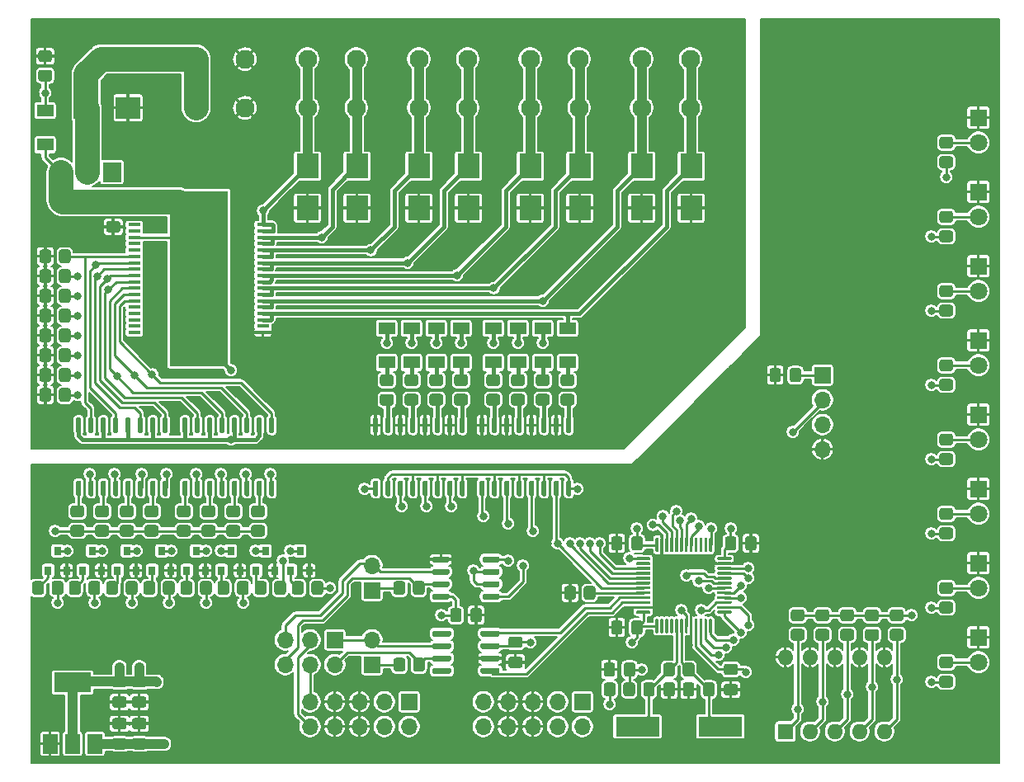
<source format=gbr>
%TF.GenerationSoftware,KiCad,Pcbnew,5.1.10-88a1d61d58~90~ubuntu20.04.1*%
%TF.CreationDate,2021-10-13T16:20:15+02:00*%
%TF.ProjectId,DO8_V1.2,444f385f-5631-42e3-922e-6b696361645f,rev?*%
%TF.SameCoordinates,Original*%
%TF.FileFunction,Copper,L1,Top*%
%TF.FilePolarity,Positive*%
%FSLAX46Y46*%
G04 Gerber Fmt 4.6, Leading zero omitted, Abs format (unit mm)*
G04 Created by KiCad (PCBNEW 5.1.10-88a1d61d58~90~ubuntu20.04.1) date 2021-10-13 16:20:15*
%MOMM*%
%LPD*%
G01*
G04 APERTURE LIST*
%TA.AperFunction,SMDPad,CuDef*%
%ADD10R,1.700000X1.300000*%
%TD*%
%TA.AperFunction,ComponentPad*%
%ADD11O,1.700000X1.700000*%
%TD*%
%TA.AperFunction,ComponentPad*%
%ADD12R,1.700000X1.700000*%
%TD*%
%TA.AperFunction,SMDPad,CuDef*%
%ADD13R,4.500000X2.000000*%
%TD*%
%TA.AperFunction,SMDPad,CuDef*%
%ADD14R,1.500000X2.000000*%
%TD*%
%TA.AperFunction,SMDPad,CuDef*%
%ADD15R,3.800000X2.000000*%
%TD*%
%TA.AperFunction,ComponentPad*%
%ADD16O,1.600000X1.600000*%
%TD*%
%TA.AperFunction,ComponentPad*%
%ADD17R,1.600000X1.600000*%
%TD*%
%TA.AperFunction,ComponentPad*%
%ADD18O,1.905000X2.000000*%
%TD*%
%TA.AperFunction,ComponentPad*%
%ADD19R,1.905000X2.000000*%
%TD*%
%TA.AperFunction,SMDPad,CuDef*%
%ADD20R,0.800000X0.900000*%
%TD*%
%TA.AperFunction,ComponentPad*%
%ADD21C,1.950000*%
%TD*%
%TA.AperFunction,SMDPad,CuDef*%
%ADD22R,6.000000X9.500000*%
%TD*%
%TA.AperFunction,SMDPad,CuDef*%
%ADD23R,1.300000X0.350000*%
%TD*%
%TA.AperFunction,SMDPad,CuDef*%
%ADD24R,2.500000X2.300000*%
%TD*%
%TA.AperFunction,SMDPad,CuDef*%
%ADD25R,2.300000X2.500000*%
%TD*%
%TA.AperFunction,ComponentPad*%
%ADD26C,1.800000*%
%TD*%
%TA.AperFunction,ComponentPad*%
%ADD27R,1.800000X1.800000*%
%TD*%
%TA.AperFunction,ViaPad*%
%ADD28C,0.800000*%
%TD*%
%TA.AperFunction,Conductor*%
%ADD29C,1.000000*%
%TD*%
%TA.AperFunction,Conductor*%
%ADD30C,0.250000*%
%TD*%
%TA.AperFunction,Conductor*%
%ADD31C,2.500000*%
%TD*%
%TA.AperFunction,Conductor*%
%ADD32C,0.400000*%
%TD*%
%TA.AperFunction,Conductor*%
%ADD33C,0.127000*%
%TD*%
%TA.AperFunction,Conductor*%
%ADD34C,0.100000*%
%TD*%
G04 APERTURE END LIST*
D10*
%TO.P,D26,2*%
%TO.N,Net-(D16-Pad1)*%
X125626000Y-105070000D03*
%TO.P,D26,1*%
%TO.N,Net-(D26-Pad1)*%
X125626000Y-108570000D03*
%TD*%
%TO.P,D25,2*%
%TO.N,Net-(D14-Pad1)*%
X123086000Y-105070000D03*
%TO.P,D25,1*%
%TO.N,Net-(D25-Pad1)*%
X123086000Y-108570000D03*
%TD*%
%TO.P,D24,2*%
%TO.N,Net-(D13-Pad1)*%
X120546000Y-105070000D03*
%TO.P,D24,1*%
%TO.N,Net-(D24-Pad1)*%
X120546000Y-108570000D03*
%TD*%
%TO.P,D23,2*%
%TO.N,Net-(D11-Pad1)*%
X118006000Y-105070000D03*
%TO.P,D23,1*%
%TO.N,Net-(D23-Pad1)*%
X118006000Y-108570000D03*
%TD*%
%TO.P,D22,2*%
%TO.N,Net-(D22-Pad2)*%
X114704000Y-105070000D03*
%TO.P,D22,1*%
%TO.N,Net-(D22-Pad1)*%
X114704000Y-108570000D03*
%TD*%
%TO.P,D21,2*%
%TO.N,Net-(D21-Pad2)*%
X112164000Y-105070000D03*
%TO.P,D21,1*%
%TO.N,Net-(D21-Pad1)*%
X112164000Y-108570000D03*
%TD*%
%TO.P,D20,2*%
%TO.N,Net-(D20-Pad2)*%
X109624000Y-105070000D03*
%TO.P,D20,1*%
%TO.N,Net-(D20-Pad1)*%
X109624000Y-108570000D03*
%TD*%
%TO.P,D19,2*%
%TO.N,Net-(D19-Pad2)*%
X107084000Y-105070000D03*
%TO.P,D19,1*%
%TO.N,Net-(D19-Pad1)*%
X107084000Y-108570000D03*
%TD*%
D11*
%TO.P,J1,4*%
%TO.N,GND*%
X151788000Y-117488000D03*
%TO.P,J1,3*%
%TO.N,SWCLK*%
X151788000Y-114948000D03*
%TO.P,J1,2*%
%TO.N,SWIO*%
X151788000Y-112408000D03*
D12*
%TO.P,J1,1*%
%TO.N,+3V3*%
X151788000Y-109868000D03*
%TD*%
D13*
%TO.P,Y1,2*%
%TO.N,Net-(C7-Pad2)*%
X141306000Y-145936000D03*
%TO.P,Y1,1*%
%TO.N,Net-(C6-Pad1)*%
X132806000Y-145936000D03*
%TD*%
%TO.P,U8,16*%
%TO.N,+3V3*%
%TA.AperFunction,SMDPad,CuDef*%
G36*
G01*
X125615500Y-120700000D02*
X125890500Y-120700000D01*
G75*
G02*
X126028000Y-120837500I0J-137500D01*
G01*
X126028000Y-122162500D01*
G75*
G02*
X125890500Y-122300000I-137500J0D01*
G01*
X125615500Y-122300000D01*
G75*
G02*
X125478000Y-122162500I0J137500D01*
G01*
X125478000Y-120837500D01*
G75*
G02*
X125615500Y-120700000I137500J0D01*
G01*
G37*
%TD.AperFunction*%
%TO.P,U8,15*%
%TO.N,FB8*%
%TA.AperFunction,SMDPad,CuDef*%
G36*
G01*
X124345500Y-120700000D02*
X124620500Y-120700000D01*
G75*
G02*
X124758000Y-120837500I0J-137500D01*
G01*
X124758000Y-122162500D01*
G75*
G02*
X124620500Y-122300000I-137500J0D01*
G01*
X124345500Y-122300000D01*
G75*
G02*
X124208000Y-122162500I0J137500D01*
G01*
X124208000Y-120837500D01*
G75*
G02*
X124345500Y-120700000I137500J0D01*
G01*
G37*
%TD.AperFunction*%
%TO.P,U8,14*%
%TO.N,+3V3*%
%TA.AperFunction,SMDPad,CuDef*%
G36*
G01*
X123075500Y-120700000D02*
X123350500Y-120700000D01*
G75*
G02*
X123488000Y-120837500I0J-137500D01*
G01*
X123488000Y-122162500D01*
G75*
G02*
X123350500Y-122300000I-137500J0D01*
G01*
X123075500Y-122300000D01*
G75*
G02*
X122938000Y-122162500I0J137500D01*
G01*
X122938000Y-120837500D01*
G75*
G02*
X123075500Y-120700000I137500J0D01*
G01*
G37*
%TD.AperFunction*%
%TO.P,U8,13*%
%TO.N,FB7*%
%TA.AperFunction,SMDPad,CuDef*%
G36*
G01*
X121805500Y-120700000D02*
X122080500Y-120700000D01*
G75*
G02*
X122218000Y-120837500I0J-137500D01*
G01*
X122218000Y-122162500D01*
G75*
G02*
X122080500Y-122300000I-137500J0D01*
G01*
X121805500Y-122300000D01*
G75*
G02*
X121668000Y-122162500I0J137500D01*
G01*
X121668000Y-120837500D01*
G75*
G02*
X121805500Y-120700000I137500J0D01*
G01*
G37*
%TD.AperFunction*%
%TO.P,U8,12*%
%TO.N,+3V3*%
%TA.AperFunction,SMDPad,CuDef*%
G36*
G01*
X120535500Y-120700000D02*
X120810500Y-120700000D01*
G75*
G02*
X120948000Y-120837500I0J-137500D01*
G01*
X120948000Y-122162500D01*
G75*
G02*
X120810500Y-122300000I-137500J0D01*
G01*
X120535500Y-122300000D01*
G75*
G02*
X120398000Y-122162500I0J137500D01*
G01*
X120398000Y-120837500D01*
G75*
G02*
X120535500Y-120700000I137500J0D01*
G01*
G37*
%TD.AperFunction*%
%TO.P,U8,11*%
%TO.N,FB6*%
%TA.AperFunction,SMDPad,CuDef*%
G36*
G01*
X119265500Y-120700000D02*
X119540500Y-120700000D01*
G75*
G02*
X119678000Y-120837500I0J-137500D01*
G01*
X119678000Y-122162500D01*
G75*
G02*
X119540500Y-122300000I-137500J0D01*
G01*
X119265500Y-122300000D01*
G75*
G02*
X119128000Y-122162500I0J137500D01*
G01*
X119128000Y-120837500D01*
G75*
G02*
X119265500Y-120700000I137500J0D01*
G01*
G37*
%TD.AperFunction*%
%TO.P,U8,10*%
%TO.N,+3V3*%
%TA.AperFunction,SMDPad,CuDef*%
G36*
G01*
X117995500Y-120700000D02*
X118270500Y-120700000D01*
G75*
G02*
X118408000Y-120837500I0J-137500D01*
G01*
X118408000Y-122162500D01*
G75*
G02*
X118270500Y-122300000I-137500J0D01*
G01*
X117995500Y-122300000D01*
G75*
G02*
X117858000Y-122162500I0J137500D01*
G01*
X117858000Y-120837500D01*
G75*
G02*
X117995500Y-120700000I137500J0D01*
G01*
G37*
%TD.AperFunction*%
%TO.P,U8,9*%
%TO.N,FB5*%
%TA.AperFunction,SMDPad,CuDef*%
G36*
G01*
X116725500Y-120700000D02*
X117000500Y-120700000D01*
G75*
G02*
X117138000Y-120837500I0J-137500D01*
G01*
X117138000Y-122162500D01*
G75*
G02*
X117000500Y-122300000I-137500J0D01*
G01*
X116725500Y-122300000D01*
G75*
G02*
X116588000Y-122162500I0J137500D01*
G01*
X116588000Y-120837500D01*
G75*
G02*
X116725500Y-120700000I137500J0D01*
G01*
G37*
%TD.AperFunction*%
%TO.P,U8,8*%
%TO.N,GND2*%
%TA.AperFunction,SMDPad,CuDef*%
G36*
G01*
X116725500Y-114200000D02*
X117000500Y-114200000D01*
G75*
G02*
X117138000Y-114337500I0J-137500D01*
G01*
X117138000Y-115662500D01*
G75*
G02*
X117000500Y-115800000I-137500J0D01*
G01*
X116725500Y-115800000D01*
G75*
G02*
X116588000Y-115662500I0J137500D01*
G01*
X116588000Y-114337500D01*
G75*
G02*
X116725500Y-114200000I137500J0D01*
G01*
G37*
%TD.AperFunction*%
%TO.P,U8,7*%
%TO.N,Net-(R42-Pad2)*%
%TA.AperFunction,SMDPad,CuDef*%
G36*
G01*
X117995500Y-114200000D02*
X118270500Y-114200000D01*
G75*
G02*
X118408000Y-114337500I0J-137500D01*
G01*
X118408000Y-115662500D01*
G75*
G02*
X118270500Y-115800000I-137500J0D01*
G01*
X117995500Y-115800000D01*
G75*
G02*
X117858000Y-115662500I0J137500D01*
G01*
X117858000Y-114337500D01*
G75*
G02*
X117995500Y-114200000I137500J0D01*
G01*
G37*
%TD.AperFunction*%
%TO.P,U8,6*%
%TO.N,GND2*%
%TA.AperFunction,SMDPad,CuDef*%
G36*
G01*
X119265500Y-114200000D02*
X119540500Y-114200000D01*
G75*
G02*
X119678000Y-114337500I0J-137500D01*
G01*
X119678000Y-115662500D01*
G75*
G02*
X119540500Y-115800000I-137500J0D01*
G01*
X119265500Y-115800000D01*
G75*
G02*
X119128000Y-115662500I0J137500D01*
G01*
X119128000Y-114337500D01*
G75*
G02*
X119265500Y-114200000I137500J0D01*
G01*
G37*
%TD.AperFunction*%
%TO.P,U8,5*%
%TO.N,Net-(R44-Pad2)*%
%TA.AperFunction,SMDPad,CuDef*%
G36*
G01*
X120535500Y-114200000D02*
X120810500Y-114200000D01*
G75*
G02*
X120948000Y-114337500I0J-137500D01*
G01*
X120948000Y-115662500D01*
G75*
G02*
X120810500Y-115800000I-137500J0D01*
G01*
X120535500Y-115800000D01*
G75*
G02*
X120398000Y-115662500I0J137500D01*
G01*
X120398000Y-114337500D01*
G75*
G02*
X120535500Y-114200000I137500J0D01*
G01*
G37*
%TD.AperFunction*%
%TO.P,U8,4*%
%TO.N,GND2*%
%TA.AperFunction,SMDPad,CuDef*%
G36*
G01*
X121805500Y-114200000D02*
X122080500Y-114200000D01*
G75*
G02*
X122218000Y-114337500I0J-137500D01*
G01*
X122218000Y-115662500D01*
G75*
G02*
X122080500Y-115800000I-137500J0D01*
G01*
X121805500Y-115800000D01*
G75*
G02*
X121668000Y-115662500I0J137500D01*
G01*
X121668000Y-114337500D01*
G75*
G02*
X121805500Y-114200000I137500J0D01*
G01*
G37*
%TD.AperFunction*%
%TO.P,U8,3*%
%TO.N,Net-(R46-Pad2)*%
%TA.AperFunction,SMDPad,CuDef*%
G36*
G01*
X123075500Y-114200000D02*
X123350500Y-114200000D01*
G75*
G02*
X123488000Y-114337500I0J-137500D01*
G01*
X123488000Y-115662500D01*
G75*
G02*
X123350500Y-115800000I-137500J0D01*
G01*
X123075500Y-115800000D01*
G75*
G02*
X122938000Y-115662500I0J137500D01*
G01*
X122938000Y-114337500D01*
G75*
G02*
X123075500Y-114200000I137500J0D01*
G01*
G37*
%TD.AperFunction*%
%TO.P,U8,2*%
%TO.N,GND2*%
%TA.AperFunction,SMDPad,CuDef*%
G36*
G01*
X124345500Y-114200000D02*
X124620500Y-114200000D01*
G75*
G02*
X124758000Y-114337500I0J-137500D01*
G01*
X124758000Y-115662500D01*
G75*
G02*
X124620500Y-115800000I-137500J0D01*
G01*
X124345500Y-115800000D01*
G75*
G02*
X124208000Y-115662500I0J137500D01*
G01*
X124208000Y-114337500D01*
G75*
G02*
X124345500Y-114200000I137500J0D01*
G01*
G37*
%TD.AperFunction*%
%TO.P,U8,1*%
%TO.N,Net-(R48-Pad2)*%
%TA.AperFunction,SMDPad,CuDef*%
G36*
G01*
X125615500Y-114200000D02*
X125890500Y-114200000D01*
G75*
G02*
X126028000Y-114337500I0J-137500D01*
G01*
X126028000Y-115662500D01*
G75*
G02*
X125890500Y-115800000I-137500J0D01*
G01*
X125615500Y-115800000D01*
G75*
G02*
X125478000Y-115662500I0J137500D01*
G01*
X125478000Y-114337500D01*
G75*
G02*
X125615500Y-114200000I137500J0D01*
G01*
G37*
%TD.AperFunction*%
%TD*%
%TO.P,U7,16*%
%TO.N,+3V3*%
%TA.AperFunction,SMDPad,CuDef*%
G36*
G01*
X114693500Y-120700000D02*
X114968500Y-120700000D01*
G75*
G02*
X115106000Y-120837500I0J-137500D01*
G01*
X115106000Y-122162500D01*
G75*
G02*
X114968500Y-122300000I-137500J0D01*
G01*
X114693500Y-122300000D01*
G75*
G02*
X114556000Y-122162500I0J137500D01*
G01*
X114556000Y-120837500D01*
G75*
G02*
X114693500Y-120700000I137500J0D01*
G01*
G37*
%TD.AperFunction*%
%TO.P,U7,15*%
%TO.N,FB4*%
%TA.AperFunction,SMDPad,CuDef*%
G36*
G01*
X113423500Y-120700000D02*
X113698500Y-120700000D01*
G75*
G02*
X113836000Y-120837500I0J-137500D01*
G01*
X113836000Y-122162500D01*
G75*
G02*
X113698500Y-122300000I-137500J0D01*
G01*
X113423500Y-122300000D01*
G75*
G02*
X113286000Y-122162500I0J137500D01*
G01*
X113286000Y-120837500D01*
G75*
G02*
X113423500Y-120700000I137500J0D01*
G01*
G37*
%TD.AperFunction*%
%TO.P,U7,14*%
%TO.N,+3V3*%
%TA.AperFunction,SMDPad,CuDef*%
G36*
G01*
X112153500Y-120700000D02*
X112428500Y-120700000D01*
G75*
G02*
X112566000Y-120837500I0J-137500D01*
G01*
X112566000Y-122162500D01*
G75*
G02*
X112428500Y-122300000I-137500J0D01*
G01*
X112153500Y-122300000D01*
G75*
G02*
X112016000Y-122162500I0J137500D01*
G01*
X112016000Y-120837500D01*
G75*
G02*
X112153500Y-120700000I137500J0D01*
G01*
G37*
%TD.AperFunction*%
%TO.P,U7,13*%
%TO.N,FB3*%
%TA.AperFunction,SMDPad,CuDef*%
G36*
G01*
X110883500Y-120700000D02*
X111158500Y-120700000D01*
G75*
G02*
X111296000Y-120837500I0J-137500D01*
G01*
X111296000Y-122162500D01*
G75*
G02*
X111158500Y-122300000I-137500J0D01*
G01*
X110883500Y-122300000D01*
G75*
G02*
X110746000Y-122162500I0J137500D01*
G01*
X110746000Y-120837500D01*
G75*
G02*
X110883500Y-120700000I137500J0D01*
G01*
G37*
%TD.AperFunction*%
%TO.P,U7,12*%
%TO.N,+3V3*%
%TA.AperFunction,SMDPad,CuDef*%
G36*
G01*
X109613500Y-120700000D02*
X109888500Y-120700000D01*
G75*
G02*
X110026000Y-120837500I0J-137500D01*
G01*
X110026000Y-122162500D01*
G75*
G02*
X109888500Y-122300000I-137500J0D01*
G01*
X109613500Y-122300000D01*
G75*
G02*
X109476000Y-122162500I0J137500D01*
G01*
X109476000Y-120837500D01*
G75*
G02*
X109613500Y-120700000I137500J0D01*
G01*
G37*
%TD.AperFunction*%
%TO.P,U7,11*%
%TO.N,FB2*%
%TA.AperFunction,SMDPad,CuDef*%
G36*
G01*
X108343500Y-120700000D02*
X108618500Y-120700000D01*
G75*
G02*
X108756000Y-120837500I0J-137500D01*
G01*
X108756000Y-122162500D01*
G75*
G02*
X108618500Y-122300000I-137500J0D01*
G01*
X108343500Y-122300000D01*
G75*
G02*
X108206000Y-122162500I0J137500D01*
G01*
X108206000Y-120837500D01*
G75*
G02*
X108343500Y-120700000I137500J0D01*
G01*
G37*
%TD.AperFunction*%
%TO.P,U7,10*%
%TO.N,+3V3*%
%TA.AperFunction,SMDPad,CuDef*%
G36*
G01*
X107073500Y-120700000D02*
X107348500Y-120700000D01*
G75*
G02*
X107486000Y-120837500I0J-137500D01*
G01*
X107486000Y-122162500D01*
G75*
G02*
X107348500Y-122300000I-137500J0D01*
G01*
X107073500Y-122300000D01*
G75*
G02*
X106936000Y-122162500I0J137500D01*
G01*
X106936000Y-120837500D01*
G75*
G02*
X107073500Y-120700000I137500J0D01*
G01*
G37*
%TD.AperFunction*%
%TO.P,U7,9*%
%TO.N,FB1*%
%TA.AperFunction,SMDPad,CuDef*%
G36*
G01*
X105803500Y-120700000D02*
X106078500Y-120700000D01*
G75*
G02*
X106216000Y-120837500I0J-137500D01*
G01*
X106216000Y-122162500D01*
G75*
G02*
X106078500Y-122300000I-137500J0D01*
G01*
X105803500Y-122300000D01*
G75*
G02*
X105666000Y-122162500I0J137500D01*
G01*
X105666000Y-120837500D01*
G75*
G02*
X105803500Y-120700000I137500J0D01*
G01*
G37*
%TD.AperFunction*%
%TO.P,U7,8*%
%TO.N,GND2*%
%TA.AperFunction,SMDPad,CuDef*%
G36*
G01*
X105803500Y-114200000D02*
X106078500Y-114200000D01*
G75*
G02*
X106216000Y-114337500I0J-137500D01*
G01*
X106216000Y-115662500D01*
G75*
G02*
X106078500Y-115800000I-137500J0D01*
G01*
X105803500Y-115800000D01*
G75*
G02*
X105666000Y-115662500I0J137500D01*
G01*
X105666000Y-114337500D01*
G75*
G02*
X105803500Y-114200000I137500J0D01*
G01*
G37*
%TD.AperFunction*%
%TO.P,U7,7*%
%TO.N,Net-(R34-Pad2)*%
%TA.AperFunction,SMDPad,CuDef*%
G36*
G01*
X107073500Y-114200000D02*
X107348500Y-114200000D01*
G75*
G02*
X107486000Y-114337500I0J-137500D01*
G01*
X107486000Y-115662500D01*
G75*
G02*
X107348500Y-115800000I-137500J0D01*
G01*
X107073500Y-115800000D01*
G75*
G02*
X106936000Y-115662500I0J137500D01*
G01*
X106936000Y-114337500D01*
G75*
G02*
X107073500Y-114200000I137500J0D01*
G01*
G37*
%TD.AperFunction*%
%TO.P,U7,6*%
%TO.N,GND2*%
%TA.AperFunction,SMDPad,CuDef*%
G36*
G01*
X108343500Y-114200000D02*
X108618500Y-114200000D01*
G75*
G02*
X108756000Y-114337500I0J-137500D01*
G01*
X108756000Y-115662500D01*
G75*
G02*
X108618500Y-115800000I-137500J0D01*
G01*
X108343500Y-115800000D01*
G75*
G02*
X108206000Y-115662500I0J137500D01*
G01*
X108206000Y-114337500D01*
G75*
G02*
X108343500Y-114200000I137500J0D01*
G01*
G37*
%TD.AperFunction*%
%TO.P,U7,5*%
%TO.N,Net-(R36-Pad2)*%
%TA.AperFunction,SMDPad,CuDef*%
G36*
G01*
X109613500Y-114200000D02*
X109888500Y-114200000D01*
G75*
G02*
X110026000Y-114337500I0J-137500D01*
G01*
X110026000Y-115662500D01*
G75*
G02*
X109888500Y-115800000I-137500J0D01*
G01*
X109613500Y-115800000D01*
G75*
G02*
X109476000Y-115662500I0J137500D01*
G01*
X109476000Y-114337500D01*
G75*
G02*
X109613500Y-114200000I137500J0D01*
G01*
G37*
%TD.AperFunction*%
%TO.P,U7,4*%
%TO.N,GND2*%
%TA.AperFunction,SMDPad,CuDef*%
G36*
G01*
X110883500Y-114200000D02*
X111158500Y-114200000D01*
G75*
G02*
X111296000Y-114337500I0J-137500D01*
G01*
X111296000Y-115662500D01*
G75*
G02*
X111158500Y-115800000I-137500J0D01*
G01*
X110883500Y-115800000D01*
G75*
G02*
X110746000Y-115662500I0J137500D01*
G01*
X110746000Y-114337500D01*
G75*
G02*
X110883500Y-114200000I137500J0D01*
G01*
G37*
%TD.AperFunction*%
%TO.P,U7,3*%
%TO.N,Net-(R38-Pad2)*%
%TA.AperFunction,SMDPad,CuDef*%
G36*
G01*
X112153500Y-114200000D02*
X112428500Y-114200000D01*
G75*
G02*
X112566000Y-114337500I0J-137500D01*
G01*
X112566000Y-115662500D01*
G75*
G02*
X112428500Y-115800000I-137500J0D01*
G01*
X112153500Y-115800000D01*
G75*
G02*
X112016000Y-115662500I0J137500D01*
G01*
X112016000Y-114337500D01*
G75*
G02*
X112153500Y-114200000I137500J0D01*
G01*
G37*
%TD.AperFunction*%
%TO.P,U7,2*%
%TO.N,GND2*%
%TA.AperFunction,SMDPad,CuDef*%
G36*
G01*
X113423500Y-114200000D02*
X113698500Y-114200000D01*
G75*
G02*
X113836000Y-114337500I0J-137500D01*
G01*
X113836000Y-115662500D01*
G75*
G02*
X113698500Y-115800000I-137500J0D01*
G01*
X113423500Y-115800000D01*
G75*
G02*
X113286000Y-115662500I0J137500D01*
G01*
X113286000Y-114337500D01*
G75*
G02*
X113423500Y-114200000I137500J0D01*
G01*
G37*
%TD.AperFunction*%
%TO.P,U7,1*%
%TO.N,Net-(R40-Pad2)*%
%TA.AperFunction,SMDPad,CuDef*%
G36*
G01*
X114693500Y-114200000D02*
X114968500Y-114200000D01*
G75*
G02*
X115106000Y-114337500I0J-137500D01*
G01*
X115106000Y-115662500D01*
G75*
G02*
X114968500Y-115800000I-137500J0D01*
G01*
X114693500Y-115800000D01*
G75*
G02*
X114556000Y-115662500I0J137500D01*
G01*
X114556000Y-114337500D01*
G75*
G02*
X114693500Y-114200000I137500J0D01*
G01*
G37*
%TD.AperFunction*%
%TD*%
%TO.P,U6,16*%
%TO.N,+24V*%
%TA.AperFunction,SMDPad,CuDef*%
G36*
G01*
X86520500Y-115800000D02*
X86245500Y-115800000D01*
G75*
G02*
X86108000Y-115662500I0J137500D01*
G01*
X86108000Y-114337500D01*
G75*
G02*
X86245500Y-114200000I137500J0D01*
G01*
X86520500Y-114200000D01*
G75*
G02*
X86658000Y-114337500I0J-137500D01*
G01*
X86658000Y-115662500D01*
G75*
G02*
X86520500Y-115800000I-137500J0D01*
G01*
G37*
%TD.AperFunction*%
%TO.P,U6,15*%
%TO.N,Net-(IC1-Pad10)*%
%TA.AperFunction,SMDPad,CuDef*%
G36*
G01*
X87790500Y-115800000D02*
X87515500Y-115800000D01*
G75*
G02*
X87378000Y-115662500I0J137500D01*
G01*
X87378000Y-114337500D01*
G75*
G02*
X87515500Y-114200000I137500J0D01*
G01*
X87790500Y-114200000D01*
G75*
G02*
X87928000Y-114337500I0J-137500D01*
G01*
X87928000Y-115662500D01*
G75*
G02*
X87790500Y-115800000I-137500J0D01*
G01*
G37*
%TD.AperFunction*%
%TO.P,U6,14*%
%TO.N,+24V*%
%TA.AperFunction,SMDPad,CuDef*%
G36*
G01*
X89060500Y-115800000D02*
X88785500Y-115800000D01*
G75*
G02*
X88648000Y-115662500I0J137500D01*
G01*
X88648000Y-114337500D01*
G75*
G02*
X88785500Y-114200000I137500J0D01*
G01*
X89060500Y-114200000D01*
G75*
G02*
X89198000Y-114337500I0J-137500D01*
G01*
X89198000Y-115662500D01*
G75*
G02*
X89060500Y-115800000I-137500J0D01*
G01*
G37*
%TD.AperFunction*%
%TO.P,U6,13*%
%TO.N,Net-(IC1-Pad11)*%
%TA.AperFunction,SMDPad,CuDef*%
G36*
G01*
X90330500Y-115800000D02*
X90055500Y-115800000D01*
G75*
G02*
X89918000Y-115662500I0J137500D01*
G01*
X89918000Y-114337500D01*
G75*
G02*
X90055500Y-114200000I137500J0D01*
G01*
X90330500Y-114200000D01*
G75*
G02*
X90468000Y-114337500I0J-137500D01*
G01*
X90468000Y-115662500D01*
G75*
G02*
X90330500Y-115800000I-137500J0D01*
G01*
G37*
%TD.AperFunction*%
%TO.P,U6,12*%
%TO.N,+24V*%
%TA.AperFunction,SMDPad,CuDef*%
G36*
G01*
X91600500Y-115800000D02*
X91325500Y-115800000D01*
G75*
G02*
X91188000Y-115662500I0J137500D01*
G01*
X91188000Y-114337500D01*
G75*
G02*
X91325500Y-114200000I137500J0D01*
G01*
X91600500Y-114200000D01*
G75*
G02*
X91738000Y-114337500I0J-137500D01*
G01*
X91738000Y-115662500D01*
G75*
G02*
X91600500Y-115800000I-137500J0D01*
G01*
G37*
%TD.AperFunction*%
%TO.P,U6,11*%
%TO.N,Net-(IC1-Pad12)*%
%TA.AperFunction,SMDPad,CuDef*%
G36*
G01*
X92870500Y-115800000D02*
X92595500Y-115800000D01*
G75*
G02*
X92458000Y-115662500I0J137500D01*
G01*
X92458000Y-114337500D01*
G75*
G02*
X92595500Y-114200000I137500J0D01*
G01*
X92870500Y-114200000D01*
G75*
G02*
X93008000Y-114337500I0J-137500D01*
G01*
X93008000Y-115662500D01*
G75*
G02*
X92870500Y-115800000I-137500J0D01*
G01*
G37*
%TD.AperFunction*%
%TO.P,U6,10*%
%TO.N,+24V*%
%TA.AperFunction,SMDPad,CuDef*%
G36*
G01*
X94140500Y-115800000D02*
X93865500Y-115800000D01*
G75*
G02*
X93728000Y-115662500I0J137500D01*
G01*
X93728000Y-114337500D01*
G75*
G02*
X93865500Y-114200000I137500J0D01*
G01*
X94140500Y-114200000D01*
G75*
G02*
X94278000Y-114337500I0J-137500D01*
G01*
X94278000Y-115662500D01*
G75*
G02*
X94140500Y-115800000I-137500J0D01*
G01*
G37*
%TD.AperFunction*%
%TO.P,U6,9*%
%TO.N,Net-(IC1-Pad13)*%
%TA.AperFunction,SMDPad,CuDef*%
G36*
G01*
X95410500Y-115800000D02*
X95135500Y-115800000D01*
G75*
G02*
X94998000Y-115662500I0J137500D01*
G01*
X94998000Y-114337500D01*
G75*
G02*
X95135500Y-114200000I137500J0D01*
G01*
X95410500Y-114200000D01*
G75*
G02*
X95548000Y-114337500I0J-137500D01*
G01*
X95548000Y-115662500D01*
G75*
G02*
X95410500Y-115800000I-137500J0D01*
G01*
G37*
%TD.AperFunction*%
%TO.P,U6,8*%
%TO.N,Net-(Q8-Pad3)*%
%TA.AperFunction,SMDPad,CuDef*%
G36*
G01*
X95410500Y-122300000D02*
X95135500Y-122300000D01*
G75*
G02*
X94998000Y-122162500I0J137500D01*
G01*
X94998000Y-120837500D01*
G75*
G02*
X95135500Y-120700000I137500J0D01*
G01*
X95410500Y-120700000D01*
G75*
G02*
X95548000Y-120837500I0J-137500D01*
G01*
X95548000Y-122162500D01*
G75*
G02*
X95410500Y-122300000I-137500J0D01*
G01*
G37*
%TD.AperFunction*%
%TO.P,U6,7*%
%TO.N,Net-(R24-Pad1)*%
%TA.AperFunction,SMDPad,CuDef*%
G36*
G01*
X94140500Y-122300000D02*
X93865500Y-122300000D01*
G75*
G02*
X93728000Y-122162500I0J137500D01*
G01*
X93728000Y-120837500D01*
G75*
G02*
X93865500Y-120700000I137500J0D01*
G01*
X94140500Y-120700000D01*
G75*
G02*
X94278000Y-120837500I0J-137500D01*
G01*
X94278000Y-122162500D01*
G75*
G02*
X94140500Y-122300000I-137500J0D01*
G01*
G37*
%TD.AperFunction*%
%TO.P,U6,6*%
%TO.N,Net-(Q7-Pad3)*%
%TA.AperFunction,SMDPad,CuDef*%
G36*
G01*
X92870500Y-122300000D02*
X92595500Y-122300000D01*
G75*
G02*
X92458000Y-122162500I0J137500D01*
G01*
X92458000Y-120837500D01*
G75*
G02*
X92595500Y-120700000I137500J0D01*
G01*
X92870500Y-120700000D01*
G75*
G02*
X93008000Y-120837500I0J-137500D01*
G01*
X93008000Y-122162500D01*
G75*
G02*
X92870500Y-122300000I-137500J0D01*
G01*
G37*
%TD.AperFunction*%
%TO.P,U6,5*%
%TO.N,Net-(R23-Pad1)*%
%TA.AperFunction,SMDPad,CuDef*%
G36*
G01*
X91600500Y-122300000D02*
X91325500Y-122300000D01*
G75*
G02*
X91188000Y-122162500I0J137500D01*
G01*
X91188000Y-120837500D01*
G75*
G02*
X91325500Y-120700000I137500J0D01*
G01*
X91600500Y-120700000D01*
G75*
G02*
X91738000Y-120837500I0J-137500D01*
G01*
X91738000Y-122162500D01*
G75*
G02*
X91600500Y-122300000I-137500J0D01*
G01*
G37*
%TD.AperFunction*%
%TO.P,U6,4*%
%TO.N,Net-(Q6-Pad3)*%
%TA.AperFunction,SMDPad,CuDef*%
G36*
G01*
X90330500Y-122300000D02*
X90055500Y-122300000D01*
G75*
G02*
X89918000Y-122162500I0J137500D01*
G01*
X89918000Y-120837500D01*
G75*
G02*
X90055500Y-120700000I137500J0D01*
G01*
X90330500Y-120700000D01*
G75*
G02*
X90468000Y-120837500I0J-137500D01*
G01*
X90468000Y-122162500D01*
G75*
G02*
X90330500Y-122300000I-137500J0D01*
G01*
G37*
%TD.AperFunction*%
%TO.P,U6,3*%
%TO.N,Net-(R22-Pad1)*%
%TA.AperFunction,SMDPad,CuDef*%
G36*
G01*
X89060500Y-122300000D02*
X88785500Y-122300000D01*
G75*
G02*
X88648000Y-122162500I0J137500D01*
G01*
X88648000Y-120837500D01*
G75*
G02*
X88785500Y-120700000I137500J0D01*
G01*
X89060500Y-120700000D01*
G75*
G02*
X89198000Y-120837500I0J-137500D01*
G01*
X89198000Y-122162500D01*
G75*
G02*
X89060500Y-122300000I-137500J0D01*
G01*
G37*
%TD.AperFunction*%
%TO.P,U6,2*%
%TO.N,Net-(Q5-Pad3)*%
%TA.AperFunction,SMDPad,CuDef*%
G36*
G01*
X87790500Y-122300000D02*
X87515500Y-122300000D01*
G75*
G02*
X87378000Y-122162500I0J137500D01*
G01*
X87378000Y-120837500D01*
G75*
G02*
X87515500Y-120700000I137500J0D01*
G01*
X87790500Y-120700000D01*
G75*
G02*
X87928000Y-120837500I0J-137500D01*
G01*
X87928000Y-122162500D01*
G75*
G02*
X87790500Y-122300000I-137500J0D01*
G01*
G37*
%TD.AperFunction*%
%TO.P,U6,1*%
%TO.N,Net-(R21-Pad1)*%
%TA.AperFunction,SMDPad,CuDef*%
G36*
G01*
X86520500Y-122300000D02*
X86245500Y-122300000D01*
G75*
G02*
X86108000Y-122162500I0J137500D01*
G01*
X86108000Y-120837500D01*
G75*
G02*
X86245500Y-120700000I137500J0D01*
G01*
X86520500Y-120700000D01*
G75*
G02*
X86658000Y-120837500I0J-137500D01*
G01*
X86658000Y-122162500D01*
G75*
G02*
X86520500Y-122300000I-137500J0D01*
G01*
G37*
%TD.AperFunction*%
%TD*%
%TO.P,U5,16*%
%TO.N,+24V*%
%TA.AperFunction,SMDPad,CuDef*%
G36*
G01*
X75598500Y-115800000D02*
X75323500Y-115800000D01*
G75*
G02*
X75186000Y-115662500I0J137500D01*
G01*
X75186000Y-114337500D01*
G75*
G02*
X75323500Y-114200000I137500J0D01*
G01*
X75598500Y-114200000D01*
G75*
G02*
X75736000Y-114337500I0J-137500D01*
G01*
X75736000Y-115662500D01*
G75*
G02*
X75598500Y-115800000I-137500J0D01*
G01*
G37*
%TD.AperFunction*%
%TO.P,U5,15*%
%TO.N,Net-(IC1-Pad6)*%
%TA.AperFunction,SMDPad,CuDef*%
G36*
G01*
X76868500Y-115800000D02*
X76593500Y-115800000D01*
G75*
G02*
X76456000Y-115662500I0J137500D01*
G01*
X76456000Y-114337500D01*
G75*
G02*
X76593500Y-114200000I137500J0D01*
G01*
X76868500Y-114200000D01*
G75*
G02*
X77006000Y-114337500I0J-137500D01*
G01*
X77006000Y-115662500D01*
G75*
G02*
X76868500Y-115800000I-137500J0D01*
G01*
G37*
%TD.AperFunction*%
%TO.P,U5,14*%
%TO.N,+24V*%
%TA.AperFunction,SMDPad,CuDef*%
G36*
G01*
X78138500Y-115800000D02*
X77863500Y-115800000D01*
G75*
G02*
X77726000Y-115662500I0J137500D01*
G01*
X77726000Y-114337500D01*
G75*
G02*
X77863500Y-114200000I137500J0D01*
G01*
X78138500Y-114200000D01*
G75*
G02*
X78276000Y-114337500I0J-137500D01*
G01*
X78276000Y-115662500D01*
G75*
G02*
X78138500Y-115800000I-137500J0D01*
G01*
G37*
%TD.AperFunction*%
%TO.P,U5,13*%
%TO.N,Net-(IC1-Pad7)*%
%TA.AperFunction,SMDPad,CuDef*%
G36*
G01*
X79408500Y-115800000D02*
X79133500Y-115800000D01*
G75*
G02*
X78996000Y-115662500I0J137500D01*
G01*
X78996000Y-114337500D01*
G75*
G02*
X79133500Y-114200000I137500J0D01*
G01*
X79408500Y-114200000D01*
G75*
G02*
X79546000Y-114337500I0J-137500D01*
G01*
X79546000Y-115662500D01*
G75*
G02*
X79408500Y-115800000I-137500J0D01*
G01*
G37*
%TD.AperFunction*%
%TO.P,U5,12*%
%TO.N,+24V*%
%TA.AperFunction,SMDPad,CuDef*%
G36*
G01*
X80678500Y-115800000D02*
X80403500Y-115800000D01*
G75*
G02*
X80266000Y-115662500I0J137500D01*
G01*
X80266000Y-114337500D01*
G75*
G02*
X80403500Y-114200000I137500J0D01*
G01*
X80678500Y-114200000D01*
G75*
G02*
X80816000Y-114337500I0J-137500D01*
G01*
X80816000Y-115662500D01*
G75*
G02*
X80678500Y-115800000I-137500J0D01*
G01*
G37*
%TD.AperFunction*%
%TO.P,U5,11*%
%TO.N,Net-(IC1-Pad8)*%
%TA.AperFunction,SMDPad,CuDef*%
G36*
G01*
X81948500Y-115800000D02*
X81673500Y-115800000D01*
G75*
G02*
X81536000Y-115662500I0J137500D01*
G01*
X81536000Y-114337500D01*
G75*
G02*
X81673500Y-114200000I137500J0D01*
G01*
X81948500Y-114200000D01*
G75*
G02*
X82086000Y-114337500I0J-137500D01*
G01*
X82086000Y-115662500D01*
G75*
G02*
X81948500Y-115800000I-137500J0D01*
G01*
G37*
%TD.AperFunction*%
%TO.P,U5,10*%
%TO.N,+24V*%
%TA.AperFunction,SMDPad,CuDef*%
G36*
G01*
X83218500Y-115800000D02*
X82943500Y-115800000D01*
G75*
G02*
X82806000Y-115662500I0J137500D01*
G01*
X82806000Y-114337500D01*
G75*
G02*
X82943500Y-114200000I137500J0D01*
G01*
X83218500Y-114200000D01*
G75*
G02*
X83356000Y-114337500I0J-137500D01*
G01*
X83356000Y-115662500D01*
G75*
G02*
X83218500Y-115800000I-137500J0D01*
G01*
G37*
%TD.AperFunction*%
%TO.P,U5,9*%
%TO.N,Net-(IC1-Pad9)*%
%TA.AperFunction,SMDPad,CuDef*%
G36*
G01*
X84488500Y-115800000D02*
X84213500Y-115800000D01*
G75*
G02*
X84076000Y-115662500I0J137500D01*
G01*
X84076000Y-114337500D01*
G75*
G02*
X84213500Y-114200000I137500J0D01*
G01*
X84488500Y-114200000D01*
G75*
G02*
X84626000Y-114337500I0J-137500D01*
G01*
X84626000Y-115662500D01*
G75*
G02*
X84488500Y-115800000I-137500J0D01*
G01*
G37*
%TD.AperFunction*%
%TO.P,U5,8*%
%TO.N,Net-(Q4-Pad3)*%
%TA.AperFunction,SMDPad,CuDef*%
G36*
G01*
X84488500Y-122300000D02*
X84213500Y-122300000D01*
G75*
G02*
X84076000Y-122162500I0J137500D01*
G01*
X84076000Y-120837500D01*
G75*
G02*
X84213500Y-120700000I137500J0D01*
G01*
X84488500Y-120700000D01*
G75*
G02*
X84626000Y-120837500I0J-137500D01*
G01*
X84626000Y-122162500D01*
G75*
G02*
X84488500Y-122300000I-137500J0D01*
G01*
G37*
%TD.AperFunction*%
%TO.P,U5,7*%
%TO.N,Net-(R20-Pad1)*%
%TA.AperFunction,SMDPad,CuDef*%
G36*
G01*
X83218500Y-122300000D02*
X82943500Y-122300000D01*
G75*
G02*
X82806000Y-122162500I0J137500D01*
G01*
X82806000Y-120837500D01*
G75*
G02*
X82943500Y-120700000I137500J0D01*
G01*
X83218500Y-120700000D01*
G75*
G02*
X83356000Y-120837500I0J-137500D01*
G01*
X83356000Y-122162500D01*
G75*
G02*
X83218500Y-122300000I-137500J0D01*
G01*
G37*
%TD.AperFunction*%
%TO.P,U5,6*%
%TO.N,Net-(Q3-Pad3)*%
%TA.AperFunction,SMDPad,CuDef*%
G36*
G01*
X81948500Y-122300000D02*
X81673500Y-122300000D01*
G75*
G02*
X81536000Y-122162500I0J137500D01*
G01*
X81536000Y-120837500D01*
G75*
G02*
X81673500Y-120700000I137500J0D01*
G01*
X81948500Y-120700000D01*
G75*
G02*
X82086000Y-120837500I0J-137500D01*
G01*
X82086000Y-122162500D01*
G75*
G02*
X81948500Y-122300000I-137500J0D01*
G01*
G37*
%TD.AperFunction*%
%TO.P,U5,5*%
%TO.N,Net-(R19-Pad1)*%
%TA.AperFunction,SMDPad,CuDef*%
G36*
G01*
X80678500Y-122300000D02*
X80403500Y-122300000D01*
G75*
G02*
X80266000Y-122162500I0J137500D01*
G01*
X80266000Y-120837500D01*
G75*
G02*
X80403500Y-120700000I137500J0D01*
G01*
X80678500Y-120700000D01*
G75*
G02*
X80816000Y-120837500I0J-137500D01*
G01*
X80816000Y-122162500D01*
G75*
G02*
X80678500Y-122300000I-137500J0D01*
G01*
G37*
%TD.AperFunction*%
%TO.P,U5,4*%
%TO.N,Net-(Q2-Pad3)*%
%TA.AperFunction,SMDPad,CuDef*%
G36*
G01*
X79408500Y-122300000D02*
X79133500Y-122300000D01*
G75*
G02*
X78996000Y-122162500I0J137500D01*
G01*
X78996000Y-120837500D01*
G75*
G02*
X79133500Y-120700000I137500J0D01*
G01*
X79408500Y-120700000D01*
G75*
G02*
X79546000Y-120837500I0J-137500D01*
G01*
X79546000Y-122162500D01*
G75*
G02*
X79408500Y-122300000I-137500J0D01*
G01*
G37*
%TD.AperFunction*%
%TO.P,U5,3*%
%TO.N,Net-(R18-Pad1)*%
%TA.AperFunction,SMDPad,CuDef*%
G36*
G01*
X78138500Y-122300000D02*
X77863500Y-122300000D01*
G75*
G02*
X77726000Y-122162500I0J137500D01*
G01*
X77726000Y-120837500D01*
G75*
G02*
X77863500Y-120700000I137500J0D01*
G01*
X78138500Y-120700000D01*
G75*
G02*
X78276000Y-120837500I0J-137500D01*
G01*
X78276000Y-122162500D01*
G75*
G02*
X78138500Y-122300000I-137500J0D01*
G01*
G37*
%TD.AperFunction*%
%TO.P,U5,2*%
%TO.N,Net-(Q1-Pad3)*%
%TA.AperFunction,SMDPad,CuDef*%
G36*
G01*
X76868500Y-122300000D02*
X76593500Y-122300000D01*
G75*
G02*
X76456000Y-122162500I0J137500D01*
G01*
X76456000Y-120837500D01*
G75*
G02*
X76593500Y-120700000I137500J0D01*
G01*
X76868500Y-120700000D01*
G75*
G02*
X77006000Y-120837500I0J-137500D01*
G01*
X77006000Y-122162500D01*
G75*
G02*
X76868500Y-122300000I-137500J0D01*
G01*
G37*
%TD.AperFunction*%
%TO.P,U5,1*%
%TO.N,Net-(R17-Pad1)*%
%TA.AperFunction,SMDPad,CuDef*%
G36*
G01*
X75598500Y-122300000D02*
X75323500Y-122300000D01*
G75*
G02*
X75186000Y-122162500I0J137500D01*
G01*
X75186000Y-120837500D01*
G75*
G02*
X75323500Y-120700000I137500J0D01*
G01*
X75598500Y-120700000D01*
G75*
G02*
X75736000Y-120837500I0J-137500D01*
G01*
X75736000Y-122162500D01*
G75*
G02*
X75598500Y-122300000I-137500J0D01*
G01*
G37*
%TD.AperFunction*%
%TD*%
D14*
%TO.P,U4,1*%
%TO.N,GND*%
X72540000Y-147714000D03*
%TO.P,U4,3*%
%TO.N,VCC*%
X77140000Y-147714000D03*
%TO.P,U4,2*%
%TO.N,+3V3*%
X74840000Y-147714000D03*
D15*
X74840000Y-141414000D03*
%TD*%
%TO.P,U3,48*%
%TO.N,+3V3*%
%TA.AperFunction,SMDPad,CuDef*%
G36*
G01*
X134064000Y-134358000D02*
X132739000Y-134358000D01*
G75*
G02*
X132664000Y-134283000I0J75000D01*
G01*
X132664000Y-134133000D01*
G75*
G02*
X132739000Y-134058000I75000J0D01*
G01*
X134064000Y-134058000D01*
G75*
G02*
X134139000Y-134133000I0J-75000D01*
G01*
X134139000Y-134283000D01*
G75*
G02*
X134064000Y-134358000I-75000J0D01*
G01*
G37*
%TD.AperFunction*%
%TO.P,U3,47*%
%TO.N,GND*%
%TA.AperFunction,SMDPad,CuDef*%
G36*
G01*
X134064000Y-133858000D02*
X132739000Y-133858000D01*
G75*
G02*
X132664000Y-133783000I0J75000D01*
G01*
X132664000Y-133633000D01*
G75*
G02*
X132739000Y-133558000I75000J0D01*
G01*
X134064000Y-133558000D01*
G75*
G02*
X134139000Y-133633000I0J-75000D01*
G01*
X134139000Y-133783000D01*
G75*
G02*
X134064000Y-133858000I-75000J0D01*
G01*
G37*
%TD.AperFunction*%
%TO.P,U3,46*%
%TO.N,CAN_TD*%
%TA.AperFunction,SMDPad,CuDef*%
G36*
G01*
X134064000Y-133358000D02*
X132739000Y-133358000D01*
G75*
G02*
X132664000Y-133283000I0J75000D01*
G01*
X132664000Y-133133000D01*
G75*
G02*
X132739000Y-133058000I75000J0D01*
G01*
X134064000Y-133058000D01*
G75*
G02*
X134139000Y-133133000I0J-75000D01*
G01*
X134139000Y-133283000D01*
G75*
G02*
X134064000Y-133358000I-75000J0D01*
G01*
G37*
%TD.AperFunction*%
%TO.P,U3,45*%
%TO.N,CAN_RD*%
%TA.AperFunction,SMDPad,CuDef*%
G36*
G01*
X134064000Y-132858000D02*
X132739000Y-132858000D01*
G75*
G02*
X132664000Y-132783000I0J75000D01*
G01*
X132664000Y-132633000D01*
G75*
G02*
X132739000Y-132558000I75000J0D01*
G01*
X134064000Y-132558000D01*
G75*
G02*
X134139000Y-132633000I0J-75000D01*
G01*
X134139000Y-132783000D01*
G75*
G02*
X134064000Y-132858000I-75000J0D01*
G01*
G37*
%TD.AperFunction*%
%TO.P,U3,44*%
%TO.N,Net-(R1-Pad2)*%
%TA.AperFunction,SMDPad,CuDef*%
G36*
G01*
X134064000Y-132358000D02*
X132739000Y-132358000D01*
G75*
G02*
X132664000Y-132283000I0J75000D01*
G01*
X132664000Y-132133000D01*
G75*
G02*
X132739000Y-132058000I75000J0D01*
G01*
X134064000Y-132058000D01*
G75*
G02*
X134139000Y-132133000I0J-75000D01*
G01*
X134139000Y-132283000D01*
G75*
G02*
X134064000Y-132358000I-75000J0D01*
G01*
G37*
%TD.AperFunction*%
%TO.P,U3,43*%
%TO.N,FB8*%
%TA.AperFunction,SMDPad,CuDef*%
G36*
G01*
X134064000Y-131858000D02*
X132739000Y-131858000D01*
G75*
G02*
X132664000Y-131783000I0J75000D01*
G01*
X132664000Y-131633000D01*
G75*
G02*
X132739000Y-131558000I75000J0D01*
G01*
X134064000Y-131558000D01*
G75*
G02*
X134139000Y-131633000I0J-75000D01*
G01*
X134139000Y-131783000D01*
G75*
G02*
X134064000Y-131858000I-75000J0D01*
G01*
G37*
%TD.AperFunction*%
%TO.P,U3,42*%
%TO.N,FB7*%
%TA.AperFunction,SMDPad,CuDef*%
G36*
G01*
X134064000Y-131358000D02*
X132739000Y-131358000D01*
G75*
G02*
X132664000Y-131283000I0J75000D01*
G01*
X132664000Y-131133000D01*
G75*
G02*
X132739000Y-131058000I75000J0D01*
G01*
X134064000Y-131058000D01*
G75*
G02*
X134139000Y-131133000I0J-75000D01*
G01*
X134139000Y-131283000D01*
G75*
G02*
X134064000Y-131358000I-75000J0D01*
G01*
G37*
%TD.AperFunction*%
%TO.P,U3,41*%
%TO.N,FB6*%
%TA.AperFunction,SMDPad,CuDef*%
G36*
G01*
X134064000Y-130858000D02*
X132739000Y-130858000D01*
G75*
G02*
X132664000Y-130783000I0J75000D01*
G01*
X132664000Y-130633000D01*
G75*
G02*
X132739000Y-130558000I75000J0D01*
G01*
X134064000Y-130558000D01*
G75*
G02*
X134139000Y-130633000I0J-75000D01*
G01*
X134139000Y-130783000D01*
G75*
G02*
X134064000Y-130858000I-75000J0D01*
G01*
G37*
%TD.AperFunction*%
%TO.P,U3,40*%
%TO.N,FB5*%
%TA.AperFunction,SMDPad,CuDef*%
G36*
G01*
X134064000Y-130358000D02*
X132739000Y-130358000D01*
G75*
G02*
X132664000Y-130283000I0J75000D01*
G01*
X132664000Y-130133000D01*
G75*
G02*
X132739000Y-130058000I75000J0D01*
G01*
X134064000Y-130058000D01*
G75*
G02*
X134139000Y-130133000I0J-75000D01*
G01*
X134139000Y-130283000D01*
G75*
G02*
X134064000Y-130358000I-75000J0D01*
G01*
G37*
%TD.AperFunction*%
%TO.P,U3,39*%
%TO.N,FB4*%
%TA.AperFunction,SMDPad,CuDef*%
G36*
G01*
X134064000Y-129858000D02*
X132739000Y-129858000D01*
G75*
G02*
X132664000Y-129783000I0J75000D01*
G01*
X132664000Y-129633000D01*
G75*
G02*
X132739000Y-129558000I75000J0D01*
G01*
X134064000Y-129558000D01*
G75*
G02*
X134139000Y-129633000I0J-75000D01*
G01*
X134139000Y-129783000D01*
G75*
G02*
X134064000Y-129858000I-75000J0D01*
G01*
G37*
%TD.AperFunction*%
%TO.P,U3,38*%
%TO.N,Net-(U3-Pad38)*%
%TA.AperFunction,SMDPad,CuDef*%
G36*
G01*
X134064000Y-129358000D02*
X132739000Y-129358000D01*
G75*
G02*
X132664000Y-129283000I0J75000D01*
G01*
X132664000Y-129133000D01*
G75*
G02*
X132739000Y-129058000I75000J0D01*
G01*
X134064000Y-129058000D01*
G75*
G02*
X134139000Y-129133000I0J-75000D01*
G01*
X134139000Y-129283000D01*
G75*
G02*
X134064000Y-129358000I-75000J0D01*
G01*
G37*
%TD.AperFunction*%
%TO.P,U3,37*%
%TO.N,SWCLK*%
%TA.AperFunction,SMDPad,CuDef*%
G36*
G01*
X134064000Y-128858000D02*
X132739000Y-128858000D01*
G75*
G02*
X132664000Y-128783000I0J75000D01*
G01*
X132664000Y-128633000D01*
G75*
G02*
X132739000Y-128558000I75000J0D01*
G01*
X134064000Y-128558000D01*
G75*
G02*
X134139000Y-128633000I0J-75000D01*
G01*
X134139000Y-128783000D01*
G75*
G02*
X134064000Y-128858000I-75000J0D01*
G01*
G37*
%TD.AperFunction*%
%TO.P,U3,36*%
%TO.N,+3V3*%
%TA.AperFunction,SMDPad,CuDef*%
G36*
G01*
X134889000Y-128033000D02*
X134739000Y-128033000D01*
G75*
G02*
X134664000Y-127958000I0J75000D01*
G01*
X134664000Y-126633000D01*
G75*
G02*
X134739000Y-126558000I75000J0D01*
G01*
X134889000Y-126558000D01*
G75*
G02*
X134964000Y-126633000I0J-75000D01*
G01*
X134964000Y-127958000D01*
G75*
G02*
X134889000Y-128033000I-75000J0D01*
G01*
G37*
%TD.AperFunction*%
%TO.P,U3,35*%
%TO.N,GND*%
%TA.AperFunction,SMDPad,CuDef*%
G36*
G01*
X135389000Y-128033000D02*
X135239000Y-128033000D01*
G75*
G02*
X135164000Y-127958000I0J75000D01*
G01*
X135164000Y-126633000D01*
G75*
G02*
X135239000Y-126558000I75000J0D01*
G01*
X135389000Y-126558000D01*
G75*
G02*
X135464000Y-126633000I0J-75000D01*
G01*
X135464000Y-127958000D01*
G75*
G02*
X135389000Y-128033000I-75000J0D01*
G01*
G37*
%TD.AperFunction*%
%TO.P,U3,34*%
%TO.N,SWIO*%
%TA.AperFunction,SMDPad,CuDef*%
G36*
G01*
X135889000Y-128033000D02*
X135739000Y-128033000D01*
G75*
G02*
X135664000Y-127958000I0J75000D01*
G01*
X135664000Y-126633000D01*
G75*
G02*
X135739000Y-126558000I75000J0D01*
G01*
X135889000Y-126558000D01*
G75*
G02*
X135964000Y-126633000I0J-75000D01*
G01*
X135964000Y-127958000D01*
G75*
G02*
X135889000Y-128033000I-75000J0D01*
G01*
G37*
%TD.AperFunction*%
%TO.P,U3,33*%
%TO.N,CH8*%
%TA.AperFunction,SMDPad,CuDef*%
G36*
G01*
X136389000Y-128033000D02*
X136239000Y-128033000D01*
G75*
G02*
X136164000Y-127958000I0J75000D01*
G01*
X136164000Y-126633000D01*
G75*
G02*
X136239000Y-126558000I75000J0D01*
G01*
X136389000Y-126558000D01*
G75*
G02*
X136464000Y-126633000I0J-75000D01*
G01*
X136464000Y-127958000D01*
G75*
G02*
X136389000Y-128033000I-75000J0D01*
G01*
G37*
%TD.AperFunction*%
%TO.P,U3,32*%
%TO.N,CH7*%
%TA.AperFunction,SMDPad,CuDef*%
G36*
G01*
X136889000Y-128033000D02*
X136739000Y-128033000D01*
G75*
G02*
X136664000Y-127958000I0J75000D01*
G01*
X136664000Y-126633000D01*
G75*
G02*
X136739000Y-126558000I75000J0D01*
G01*
X136889000Y-126558000D01*
G75*
G02*
X136964000Y-126633000I0J-75000D01*
G01*
X136964000Y-127958000D01*
G75*
G02*
X136889000Y-128033000I-75000J0D01*
G01*
G37*
%TD.AperFunction*%
%TO.P,U3,31*%
%TO.N,CH6*%
%TA.AperFunction,SMDPad,CuDef*%
G36*
G01*
X137389000Y-128033000D02*
X137239000Y-128033000D01*
G75*
G02*
X137164000Y-127958000I0J75000D01*
G01*
X137164000Y-126633000D01*
G75*
G02*
X137239000Y-126558000I75000J0D01*
G01*
X137389000Y-126558000D01*
G75*
G02*
X137464000Y-126633000I0J-75000D01*
G01*
X137464000Y-127958000D01*
G75*
G02*
X137389000Y-128033000I-75000J0D01*
G01*
G37*
%TD.AperFunction*%
%TO.P,U3,30*%
%TO.N,CH5*%
%TA.AperFunction,SMDPad,CuDef*%
G36*
G01*
X137889000Y-128033000D02*
X137739000Y-128033000D01*
G75*
G02*
X137664000Y-127958000I0J75000D01*
G01*
X137664000Y-126633000D01*
G75*
G02*
X137739000Y-126558000I75000J0D01*
G01*
X137889000Y-126558000D01*
G75*
G02*
X137964000Y-126633000I0J-75000D01*
G01*
X137964000Y-127958000D01*
G75*
G02*
X137889000Y-128033000I-75000J0D01*
G01*
G37*
%TD.AperFunction*%
%TO.P,U3,29*%
%TO.N,CH4*%
%TA.AperFunction,SMDPad,CuDef*%
G36*
G01*
X138389000Y-128033000D02*
X138239000Y-128033000D01*
G75*
G02*
X138164000Y-127958000I0J75000D01*
G01*
X138164000Y-126633000D01*
G75*
G02*
X138239000Y-126558000I75000J0D01*
G01*
X138389000Y-126558000D01*
G75*
G02*
X138464000Y-126633000I0J-75000D01*
G01*
X138464000Y-127958000D01*
G75*
G02*
X138389000Y-128033000I-75000J0D01*
G01*
G37*
%TD.AperFunction*%
%TO.P,U3,28*%
%TO.N,Net-(U3-Pad28)*%
%TA.AperFunction,SMDPad,CuDef*%
G36*
G01*
X138889000Y-128033000D02*
X138739000Y-128033000D01*
G75*
G02*
X138664000Y-127958000I0J75000D01*
G01*
X138664000Y-126633000D01*
G75*
G02*
X138739000Y-126558000I75000J0D01*
G01*
X138889000Y-126558000D01*
G75*
G02*
X138964000Y-126633000I0J-75000D01*
G01*
X138964000Y-127958000D01*
G75*
G02*
X138889000Y-128033000I-75000J0D01*
G01*
G37*
%TD.AperFunction*%
%TO.P,U3,27*%
%TO.N,Net-(U3-Pad27)*%
%TA.AperFunction,SMDPad,CuDef*%
G36*
G01*
X139389000Y-128033000D02*
X139239000Y-128033000D01*
G75*
G02*
X139164000Y-127958000I0J75000D01*
G01*
X139164000Y-126633000D01*
G75*
G02*
X139239000Y-126558000I75000J0D01*
G01*
X139389000Y-126558000D01*
G75*
G02*
X139464000Y-126633000I0J-75000D01*
G01*
X139464000Y-127958000D01*
G75*
G02*
X139389000Y-128033000I-75000J0D01*
G01*
G37*
%TD.AperFunction*%
%TO.P,U3,26*%
%TO.N,Net-(U3-Pad26)*%
%TA.AperFunction,SMDPad,CuDef*%
G36*
G01*
X139889000Y-128033000D02*
X139739000Y-128033000D01*
G75*
G02*
X139664000Y-127958000I0J75000D01*
G01*
X139664000Y-126633000D01*
G75*
G02*
X139739000Y-126558000I75000J0D01*
G01*
X139889000Y-126558000D01*
G75*
G02*
X139964000Y-126633000I0J-75000D01*
G01*
X139964000Y-127958000D01*
G75*
G02*
X139889000Y-128033000I-75000J0D01*
G01*
G37*
%TD.AperFunction*%
%TO.P,U3,25*%
%TO.N,DIR*%
%TA.AperFunction,SMDPad,CuDef*%
G36*
G01*
X140389000Y-128033000D02*
X140239000Y-128033000D01*
G75*
G02*
X140164000Y-127958000I0J75000D01*
G01*
X140164000Y-126633000D01*
G75*
G02*
X140239000Y-126558000I75000J0D01*
G01*
X140389000Y-126558000D01*
G75*
G02*
X140464000Y-126633000I0J-75000D01*
G01*
X140464000Y-127958000D01*
G75*
G02*
X140389000Y-128033000I-75000J0D01*
G01*
G37*
%TD.AperFunction*%
%TO.P,U3,24*%
%TO.N,+3V3*%
%TA.AperFunction,SMDPad,CuDef*%
G36*
G01*
X142389000Y-128858000D02*
X141064000Y-128858000D01*
G75*
G02*
X140989000Y-128783000I0J75000D01*
G01*
X140989000Y-128633000D01*
G75*
G02*
X141064000Y-128558000I75000J0D01*
G01*
X142389000Y-128558000D01*
G75*
G02*
X142464000Y-128633000I0J-75000D01*
G01*
X142464000Y-128783000D01*
G75*
G02*
X142389000Y-128858000I-75000J0D01*
G01*
G37*
%TD.AperFunction*%
%TO.P,U3,23*%
%TO.N,GND*%
%TA.AperFunction,SMDPad,CuDef*%
G36*
G01*
X142389000Y-129358000D02*
X141064000Y-129358000D01*
G75*
G02*
X140989000Y-129283000I0J75000D01*
G01*
X140989000Y-129133000D01*
G75*
G02*
X141064000Y-129058000I75000J0D01*
G01*
X142389000Y-129058000D01*
G75*
G02*
X142464000Y-129133000I0J-75000D01*
G01*
X142464000Y-129283000D01*
G75*
G02*
X142389000Y-129358000I-75000J0D01*
G01*
G37*
%TD.AperFunction*%
%TO.P,U3,22*%
%TO.N,RXD*%
%TA.AperFunction,SMDPad,CuDef*%
G36*
G01*
X142389000Y-129858000D02*
X141064000Y-129858000D01*
G75*
G02*
X140989000Y-129783000I0J75000D01*
G01*
X140989000Y-129633000D01*
G75*
G02*
X141064000Y-129558000I75000J0D01*
G01*
X142389000Y-129558000D01*
G75*
G02*
X142464000Y-129633000I0J-75000D01*
G01*
X142464000Y-129783000D01*
G75*
G02*
X142389000Y-129858000I-75000J0D01*
G01*
G37*
%TD.AperFunction*%
%TO.P,U3,21*%
%TO.N,TXD*%
%TA.AperFunction,SMDPad,CuDef*%
G36*
G01*
X142389000Y-130358000D02*
X141064000Y-130358000D01*
G75*
G02*
X140989000Y-130283000I0J75000D01*
G01*
X140989000Y-130133000D01*
G75*
G02*
X141064000Y-130058000I75000J0D01*
G01*
X142389000Y-130058000D01*
G75*
G02*
X142464000Y-130133000I0J-75000D01*
G01*
X142464000Y-130283000D01*
G75*
G02*
X142389000Y-130358000I-75000J0D01*
G01*
G37*
%TD.AperFunction*%
%TO.P,U3,20*%
%TO.N,FB3*%
%TA.AperFunction,SMDPad,CuDef*%
G36*
G01*
X142389000Y-130858000D02*
X141064000Y-130858000D01*
G75*
G02*
X140989000Y-130783000I0J75000D01*
G01*
X140989000Y-130633000D01*
G75*
G02*
X141064000Y-130558000I75000J0D01*
G01*
X142389000Y-130558000D01*
G75*
G02*
X142464000Y-130633000I0J-75000D01*
G01*
X142464000Y-130783000D01*
G75*
G02*
X142389000Y-130858000I-75000J0D01*
G01*
G37*
%TD.AperFunction*%
%TO.P,U3,19*%
%TO.N,FB2*%
%TA.AperFunction,SMDPad,CuDef*%
G36*
G01*
X142389000Y-131358000D02*
X141064000Y-131358000D01*
G75*
G02*
X140989000Y-131283000I0J75000D01*
G01*
X140989000Y-131133000D01*
G75*
G02*
X141064000Y-131058000I75000J0D01*
G01*
X142389000Y-131058000D01*
G75*
G02*
X142464000Y-131133000I0J-75000D01*
G01*
X142464000Y-131283000D01*
G75*
G02*
X142389000Y-131358000I-75000J0D01*
G01*
G37*
%TD.AperFunction*%
%TO.P,U3,18*%
%TO.N,FB1*%
%TA.AperFunction,SMDPad,CuDef*%
G36*
G01*
X142389000Y-131858000D02*
X141064000Y-131858000D01*
G75*
G02*
X140989000Y-131783000I0J75000D01*
G01*
X140989000Y-131633000D01*
G75*
G02*
X141064000Y-131558000I75000J0D01*
G01*
X142389000Y-131558000D01*
G75*
G02*
X142464000Y-131633000I0J-75000D01*
G01*
X142464000Y-131783000D01*
G75*
G02*
X142389000Y-131858000I-75000J0D01*
G01*
G37*
%TD.AperFunction*%
%TO.P,U3,17*%
%TO.N,CH3*%
%TA.AperFunction,SMDPad,CuDef*%
G36*
G01*
X142389000Y-132358000D02*
X141064000Y-132358000D01*
G75*
G02*
X140989000Y-132283000I0J75000D01*
G01*
X140989000Y-132133000D01*
G75*
G02*
X141064000Y-132058000I75000J0D01*
G01*
X142389000Y-132058000D01*
G75*
G02*
X142464000Y-132133000I0J-75000D01*
G01*
X142464000Y-132283000D01*
G75*
G02*
X142389000Y-132358000I-75000J0D01*
G01*
G37*
%TD.AperFunction*%
%TO.P,U3,16*%
%TO.N,CH2*%
%TA.AperFunction,SMDPad,CuDef*%
G36*
G01*
X142389000Y-132858000D02*
X141064000Y-132858000D01*
G75*
G02*
X140989000Y-132783000I0J75000D01*
G01*
X140989000Y-132633000D01*
G75*
G02*
X141064000Y-132558000I75000J0D01*
G01*
X142389000Y-132558000D01*
G75*
G02*
X142464000Y-132633000I0J-75000D01*
G01*
X142464000Y-132783000D01*
G75*
G02*
X142389000Y-132858000I-75000J0D01*
G01*
G37*
%TD.AperFunction*%
%TO.P,U3,15*%
%TO.N,CH1*%
%TA.AperFunction,SMDPad,CuDef*%
G36*
G01*
X142389000Y-133358000D02*
X141064000Y-133358000D01*
G75*
G02*
X140989000Y-133283000I0J75000D01*
G01*
X140989000Y-133133000D01*
G75*
G02*
X141064000Y-133058000I75000J0D01*
G01*
X142389000Y-133058000D01*
G75*
G02*
X142464000Y-133133000I0J-75000D01*
G01*
X142464000Y-133283000D01*
G75*
G02*
X142389000Y-133358000I-75000J0D01*
G01*
G37*
%TD.AperFunction*%
%TO.P,U3,14*%
%TO.N,Net-(R8-Pad1)*%
%TA.AperFunction,SMDPad,CuDef*%
G36*
G01*
X142389000Y-133858000D02*
X141064000Y-133858000D01*
G75*
G02*
X140989000Y-133783000I0J75000D01*
G01*
X140989000Y-133633000D01*
G75*
G02*
X141064000Y-133558000I75000J0D01*
G01*
X142389000Y-133558000D01*
G75*
G02*
X142464000Y-133633000I0J-75000D01*
G01*
X142464000Y-133783000D01*
G75*
G02*
X142389000Y-133858000I-75000J0D01*
G01*
G37*
%TD.AperFunction*%
%TO.P,U3,13*%
%TO.N,Net-(R7-Pad1)*%
%TA.AperFunction,SMDPad,CuDef*%
G36*
G01*
X142389000Y-134358000D02*
X141064000Y-134358000D01*
G75*
G02*
X140989000Y-134283000I0J75000D01*
G01*
X140989000Y-134133000D01*
G75*
G02*
X141064000Y-134058000I75000J0D01*
G01*
X142389000Y-134058000D01*
G75*
G02*
X142464000Y-134133000I0J-75000D01*
G01*
X142464000Y-134283000D01*
G75*
G02*
X142389000Y-134358000I-75000J0D01*
G01*
G37*
%TD.AperFunction*%
%TO.P,U3,12*%
%TO.N,Net-(R6-Pad1)*%
%TA.AperFunction,SMDPad,CuDef*%
G36*
G01*
X140389000Y-136358000D02*
X140239000Y-136358000D01*
G75*
G02*
X140164000Y-136283000I0J75000D01*
G01*
X140164000Y-134958000D01*
G75*
G02*
X140239000Y-134883000I75000J0D01*
G01*
X140389000Y-134883000D01*
G75*
G02*
X140464000Y-134958000I0J-75000D01*
G01*
X140464000Y-136283000D01*
G75*
G02*
X140389000Y-136358000I-75000J0D01*
G01*
G37*
%TD.AperFunction*%
%TO.P,U3,11*%
%TO.N,Net-(R5-Pad1)*%
%TA.AperFunction,SMDPad,CuDef*%
G36*
G01*
X139889000Y-136358000D02*
X139739000Y-136358000D01*
G75*
G02*
X139664000Y-136283000I0J75000D01*
G01*
X139664000Y-134958000D01*
G75*
G02*
X139739000Y-134883000I75000J0D01*
G01*
X139889000Y-134883000D01*
G75*
G02*
X139964000Y-134958000I0J-75000D01*
G01*
X139964000Y-136283000D01*
G75*
G02*
X139889000Y-136358000I-75000J0D01*
G01*
G37*
%TD.AperFunction*%
%TO.P,U3,10*%
%TO.N,Net-(R4-Pad1)*%
%TA.AperFunction,SMDPad,CuDef*%
G36*
G01*
X139389000Y-136358000D02*
X139239000Y-136358000D01*
G75*
G02*
X139164000Y-136283000I0J75000D01*
G01*
X139164000Y-134958000D01*
G75*
G02*
X139239000Y-134883000I75000J0D01*
G01*
X139389000Y-134883000D01*
G75*
G02*
X139464000Y-134958000I0J-75000D01*
G01*
X139464000Y-136283000D01*
G75*
G02*
X139389000Y-136358000I-75000J0D01*
G01*
G37*
%TD.AperFunction*%
%TO.P,U3,9*%
%TO.N,+3V3*%
%TA.AperFunction,SMDPad,CuDef*%
G36*
G01*
X138889000Y-136358000D02*
X138739000Y-136358000D01*
G75*
G02*
X138664000Y-136283000I0J75000D01*
G01*
X138664000Y-134958000D01*
G75*
G02*
X138739000Y-134883000I75000J0D01*
G01*
X138889000Y-134883000D01*
G75*
G02*
X138964000Y-134958000I0J-75000D01*
G01*
X138964000Y-136283000D01*
G75*
G02*
X138889000Y-136358000I-75000J0D01*
G01*
G37*
%TD.AperFunction*%
%TO.P,U3,8*%
%TO.N,GND*%
%TA.AperFunction,SMDPad,CuDef*%
G36*
G01*
X138389000Y-136358000D02*
X138239000Y-136358000D01*
G75*
G02*
X138164000Y-136283000I0J75000D01*
G01*
X138164000Y-134958000D01*
G75*
G02*
X138239000Y-134883000I75000J0D01*
G01*
X138389000Y-134883000D01*
G75*
G02*
X138464000Y-134958000I0J-75000D01*
G01*
X138464000Y-136283000D01*
G75*
G02*
X138389000Y-136358000I-75000J0D01*
G01*
G37*
%TD.AperFunction*%
%TO.P,U3,7*%
%TO.N,Net-(C8-Pad1)*%
%TA.AperFunction,SMDPad,CuDef*%
G36*
G01*
X137889000Y-136358000D02*
X137739000Y-136358000D01*
G75*
G02*
X137664000Y-136283000I0J75000D01*
G01*
X137664000Y-134958000D01*
G75*
G02*
X137739000Y-134883000I75000J0D01*
G01*
X137889000Y-134883000D01*
G75*
G02*
X137964000Y-134958000I0J-75000D01*
G01*
X137964000Y-136283000D01*
G75*
G02*
X137889000Y-136358000I-75000J0D01*
G01*
G37*
%TD.AperFunction*%
%TO.P,U3,6*%
%TO.N,Net-(C7-Pad2)*%
%TA.AperFunction,SMDPad,CuDef*%
G36*
G01*
X137389000Y-136358000D02*
X137239000Y-136358000D01*
G75*
G02*
X137164000Y-136283000I0J75000D01*
G01*
X137164000Y-134958000D01*
G75*
G02*
X137239000Y-134883000I75000J0D01*
G01*
X137389000Y-134883000D01*
G75*
G02*
X137464000Y-134958000I0J-75000D01*
G01*
X137464000Y-136283000D01*
G75*
G02*
X137389000Y-136358000I-75000J0D01*
G01*
G37*
%TD.AperFunction*%
%TO.P,U3,5*%
%TO.N,Net-(C6-Pad1)*%
%TA.AperFunction,SMDPad,CuDef*%
G36*
G01*
X136889000Y-136358000D02*
X136739000Y-136358000D01*
G75*
G02*
X136664000Y-136283000I0J75000D01*
G01*
X136664000Y-134958000D01*
G75*
G02*
X136739000Y-134883000I75000J0D01*
G01*
X136889000Y-134883000D01*
G75*
G02*
X136964000Y-134958000I0J-75000D01*
G01*
X136964000Y-136283000D01*
G75*
G02*
X136889000Y-136358000I-75000J0D01*
G01*
G37*
%TD.AperFunction*%
%TO.P,U3,4*%
%TO.N,Net-(U3-Pad4)*%
%TA.AperFunction,SMDPad,CuDef*%
G36*
G01*
X136389000Y-136358000D02*
X136239000Y-136358000D01*
G75*
G02*
X136164000Y-136283000I0J75000D01*
G01*
X136164000Y-134958000D01*
G75*
G02*
X136239000Y-134883000I75000J0D01*
G01*
X136389000Y-134883000D01*
G75*
G02*
X136464000Y-134958000I0J-75000D01*
G01*
X136464000Y-136283000D01*
G75*
G02*
X136389000Y-136358000I-75000J0D01*
G01*
G37*
%TD.AperFunction*%
%TO.P,U3,3*%
%TO.N,Net-(U3-Pad3)*%
%TA.AperFunction,SMDPad,CuDef*%
G36*
G01*
X135889000Y-136358000D02*
X135739000Y-136358000D01*
G75*
G02*
X135664000Y-136283000I0J75000D01*
G01*
X135664000Y-134958000D01*
G75*
G02*
X135739000Y-134883000I75000J0D01*
G01*
X135889000Y-134883000D01*
G75*
G02*
X135964000Y-134958000I0J-75000D01*
G01*
X135964000Y-136283000D01*
G75*
G02*
X135889000Y-136358000I-75000J0D01*
G01*
G37*
%TD.AperFunction*%
%TO.P,U3,2*%
%TO.N,Net-(U3-Pad2)*%
%TA.AperFunction,SMDPad,CuDef*%
G36*
G01*
X135389000Y-136358000D02*
X135239000Y-136358000D01*
G75*
G02*
X135164000Y-136283000I0J75000D01*
G01*
X135164000Y-134958000D01*
G75*
G02*
X135239000Y-134883000I75000J0D01*
G01*
X135389000Y-134883000D01*
G75*
G02*
X135464000Y-134958000I0J-75000D01*
G01*
X135464000Y-136283000D01*
G75*
G02*
X135389000Y-136358000I-75000J0D01*
G01*
G37*
%TD.AperFunction*%
%TO.P,U3,1*%
%TO.N,+3V3*%
%TA.AperFunction,SMDPad,CuDef*%
G36*
G01*
X134889000Y-136358000D02*
X134739000Y-136358000D01*
G75*
G02*
X134664000Y-136283000I0J75000D01*
G01*
X134664000Y-134958000D01*
G75*
G02*
X134739000Y-134883000I75000J0D01*
G01*
X134889000Y-134883000D01*
G75*
G02*
X134964000Y-134958000I0J-75000D01*
G01*
X134964000Y-136283000D01*
G75*
G02*
X134889000Y-136358000I-75000J0D01*
G01*
G37*
%TD.AperFunction*%
%TD*%
%TO.P,U2,8*%
%TO.N,+3V3*%
%TA.AperFunction,SMDPad,CuDef*%
G36*
G01*
X113512000Y-132451000D02*
X113512000Y-132751000D01*
G75*
G02*
X113362000Y-132901000I-150000J0D01*
G01*
X111912000Y-132901000D01*
G75*
G02*
X111762000Y-132751000I0J150000D01*
G01*
X111762000Y-132451000D01*
G75*
G02*
X111912000Y-132301000I150000J0D01*
G01*
X113362000Y-132301000D01*
G75*
G02*
X113512000Y-132451000I0J-150000D01*
G01*
G37*
%TD.AperFunction*%
%TO.P,U2,7*%
%TO.N,Net-(J4-Pad6)*%
%TA.AperFunction,SMDPad,CuDef*%
G36*
G01*
X113512000Y-131181000D02*
X113512000Y-131481000D01*
G75*
G02*
X113362000Y-131631000I-150000J0D01*
G01*
X111912000Y-131631000D01*
G75*
G02*
X111762000Y-131481000I0J150000D01*
G01*
X111762000Y-131181000D01*
G75*
G02*
X111912000Y-131031000I150000J0D01*
G01*
X113362000Y-131031000D01*
G75*
G02*
X113512000Y-131181000I0J-150000D01*
G01*
G37*
%TD.AperFunction*%
%TO.P,U2,6*%
%TO.N,Net-(J3-Pad2)*%
%TA.AperFunction,SMDPad,CuDef*%
G36*
G01*
X113512000Y-129911000D02*
X113512000Y-130211000D01*
G75*
G02*
X113362000Y-130361000I-150000J0D01*
G01*
X111912000Y-130361000D01*
G75*
G02*
X111762000Y-130211000I0J150000D01*
G01*
X111762000Y-129911000D01*
G75*
G02*
X111912000Y-129761000I150000J0D01*
G01*
X113362000Y-129761000D01*
G75*
G02*
X113512000Y-129911000I0J-150000D01*
G01*
G37*
%TD.AperFunction*%
%TO.P,U2,5*%
%TO.N,GND*%
%TA.AperFunction,SMDPad,CuDef*%
G36*
G01*
X113512000Y-128641000D02*
X113512000Y-128941000D01*
G75*
G02*
X113362000Y-129091000I-150000J0D01*
G01*
X111912000Y-129091000D01*
G75*
G02*
X111762000Y-128941000I0J150000D01*
G01*
X111762000Y-128641000D01*
G75*
G02*
X111912000Y-128491000I150000J0D01*
G01*
X113362000Y-128491000D01*
G75*
G02*
X113512000Y-128641000I0J-150000D01*
G01*
G37*
%TD.AperFunction*%
%TO.P,U2,4*%
%TO.N,TXD*%
%TA.AperFunction,SMDPad,CuDef*%
G36*
G01*
X118662000Y-128641000D02*
X118662000Y-128941000D01*
G75*
G02*
X118512000Y-129091000I-150000J0D01*
G01*
X117062000Y-129091000D01*
G75*
G02*
X116912000Y-128941000I0J150000D01*
G01*
X116912000Y-128641000D01*
G75*
G02*
X117062000Y-128491000I150000J0D01*
G01*
X118512000Y-128491000D01*
G75*
G02*
X118662000Y-128641000I0J-150000D01*
G01*
G37*
%TD.AperFunction*%
%TO.P,U2,3*%
%TO.N,DIR*%
%TA.AperFunction,SMDPad,CuDef*%
G36*
G01*
X118662000Y-129911000D02*
X118662000Y-130211000D01*
G75*
G02*
X118512000Y-130361000I-150000J0D01*
G01*
X117062000Y-130361000D01*
G75*
G02*
X116912000Y-130211000I0J150000D01*
G01*
X116912000Y-129911000D01*
G75*
G02*
X117062000Y-129761000I150000J0D01*
G01*
X118512000Y-129761000D01*
G75*
G02*
X118662000Y-129911000I0J-150000D01*
G01*
G37*
%TD.AperFunction*%
%TO.P,U2,2*%
%TA.AperFunction,SMDPad,CuDef*%
G36*
G01*
X118662000Y-131181000D02*
X118662000Y-131481000D01*
G75*
G02*
X118512000Y-131631000I-150000J0D01*
G01*
X117062000Y-131631000D01*
G75*
G02*
X116912000Y-131481000I0J150000D01*
G01*
X116912000Y-131181000D01*
G75*
G02*
X117062000Y-131031000I150000J0D01*
G01*
X118512000Y-131031000D01*
G75*
G02*
X118662000Y-131181000I0J-150000D01*
G01*
G37*
%TD.AperFunction*%
%TO.P,U2,1*%
%TO.N,RXD*%
%TA.AperFunction,SMDPad,CuDef*%
G36*
G01*
X118662000Y-132451000D02*
X118662000Y-132751000D01*
G75*
G02*
X118512000Y-132901000I-150000J0D01*
G01*
X117062000Y-132901000D01*
G75*
G02*
X116912000Y-132751000I0J150000D01*
G01*
X116912000Y-132451000D01*
G75*
G02*
X117062000Y-132301000I150000J0D01*
G01*
X118512000Y-132301000D01*
G75*
G02*
X118662000Y-132451000I0J-150000D01*
G01*
G37*
%TD.AperFunction*%
%TD*%
%TO.P,U1,8*%
%TO.N,Net-(U1-Pad8)*%
%TA.AperFunction,SMDPad,CuDef*%
G36*
G01*
X113712000Y-140071000D02*
X113712000Y-140371000D01*
G75*
G02*
X113562000Y-140521000I-150000J0D01*
G01*
X111912000Y-140521000D01*
G75*
G02*
X111762000Y-140371000I0J150000D01*
G01*
X111762000Y-140071000D01*
G75*
G02*
X111912000Y-139921000I150000J0D01*
G01*
X113562000Y-139921000D01*
G75*
G02*
X113712000Y-140071000I0J-150000D01*
G01*
G37*
%TD.AperFunction*%
%TO.P,U1,7*%
%TO.N,Net-(J4-Pad2)*%
%TA.AperFunction,SMDPad,CuDef*%
G36*
G01*
X113712000Y-138801000D02*
X113712000Y-139101000D01*
G75*
G02*
X113562000Y-139251000I-150000J0D01*
G01*
X111912000Y-139251000D01*
G75*
G02*
X111762000Y-139101000I0J150000D01*
G01*
X111762000Y-138801000D01*
G75*
G02*
X111912000Y-138651000I150000J0D01*
G01*
X113562000Y-138651000D01*
G75*
G02*
X113712000Y-138801000I0J-150000D01*
G01*
G37*
%TD.AperFunction*%
%TO.P,U1,6*%
%TO.N,Net-(J2-Pad2)*%
%TA.AperFunction,SMDPad,CuDef*%
G36*
G01*
X113712000Y-137531000D02*
X113712000Y-137831000D01*
G75*
G02*
X113562000Y-137981000I-150000J0D01*
G01*
X111912000Y-137981000D01*
G75*
G02*
X111762000Y-137831000I0J150000D01*
G01*
X111762000Y-137531000D01*
G75*
G02*
X111912000Y-137381000I150000J0D01*
G01*
X113562000Y-137381000D01*
G75*
G02*
X113712000Y-137531000I0J-150000D01*
G01*
G37*
%TD.AperFunction*%
%TO.P,U1,5*%
%TO.N,Net-(U1-Pad5)*%
%TA.AperFunction,SMDPad,CuDef*%
G36*
G01*
X113712000Y-136261000D02*
X113712000Y-136561000D01*
G75*
G02*
X113562000Y-136711000I-150000J0D01*
G01*
X111912000Y-136711000D01*
G75*
G02*
X111762000Y-136561000I0J150000D01*
G01*
X111762000Y-136261000D01*
G75*
G02*
X111912000Y-136111000I150000J0D01*
G01*
X113562000Y-136111000D01*
G75*
G02*
X113712000Y-136261000I0J-150000D01*
G01*
G37*
%TD.AperFunction*%
%TO.P,U1,4*%
%TO.N,CAN_RD*%
%TA.AperFunction,SMDPad,CuDef*%
G36*
G01*
X118662000Y-136261000D02*
X118662000Y-136561000D01*
G75*
G02*
X118512000Y-136711000I-150000J0D01*
G01*
X116862000Y-136711000D01*
G75*
G02*
X116712000Y-136561000I0J150000D01*
G01*
X116712000Y-136261000D01*
G75*
G02*
X116862000Y-136111000I150000J0D01*
G01*
X118512000Y-136111000D01*
G75*
G02*
X118662000Y-136261000I0J-150000D01*
G01*
G37*
%TD.AperFunction*%
%TO.P,U1,3*%
%TO.N,+3V3*%
%TA.AperFunction,SMDPad,CuDef*%
G36*
G01*
X118662000Y-137531000D02*
X118662000Y-137831000D01*
G75*
G02*
X118512000Y-137981000I-150000J0D01*
G01*
X116862000Y-137981000D01*
G75*
G02*
X116712000Y-137831000I0J150000D01*
G01*
X116712000Y-137531000D01*
G75*
G02*
X116862000Y-137381000I150000J0D01*
G01*
X118512000Y-137381000D01*
G75*
G02*
X118662000Y-137531000I0J-150000D01*
G01*
G37*
%TD.AperFunction*%
%TO.P,U1,2*%
%TO.N,GND*%
%TA.AperFunction,SMDPad,CuDef*%
G36*
G01*
X118662000Y-138801000D02*
X118662000Y-139101000D01*
G75*
G02*
X118512000Y-139251000I-150000J0D01*
G01*
X116862000Y-139251000D01*
G75*
G02*
X116712000Y-139101000I0J150000D01*
G01*
X116712000Y-138801000D01*
G75*
G02*
X116862000Y-138651000I150000J0D01*
G01*
X118512000Y-138651000D01*
G75*
G02*
X118662000Y-138801000I0J-150000D01*
G01*
G37*
%TD.AperFunction*%
%TO.P,U1,1*%
%TO.N,CAN_TD*%
%TA.AperFunction,SMDPad,CuDef*%
G36*
G01*
X118662000Y-140071000D02*
X118662000Y-140371000D01*
G75*
G02*
X118512000Y-140521000I-150000J0D01*
G01*
X116862000Y-140521000D01*
G75*
G02*
X116712000Y-140371000I0J150000D01*
G01*
X116712000Y-140071000D01*
G75*
G02*
X116862000Y-139921000I150000J0D01*
G01*
X118512000Y-139921000D01*
G75*
G02*
X118662000Y-140071000I0J-150000D01*
G01*
G37*
%TD.AperFunction*%
%TD*%
D16*
%TO.P,SW1,10*%
%TO.N,GND*%
X147978000Y-138824000D03*
%TO.P,SW1,5*%
%TO.N,Net-(R8-Pad1)*%
X158138000Y-146444000D03*
%TO.P,SW1,9*%
%TO.N,GND*%
X150518000Y-138824000D03*
%TO.P,SW1,4*%
%TO.N,Net-(R7-Pad1)*%
X155598000Y-146444000D03*
%TO.P,SW1,8*%
%TO.N,GND*%
X153058000Y-138824000D03*
%TO.P,SW1,3*%
%TO.N,Net-(R6-Pad1)*%
X153058000Y-146444000D03*
%TO.P,SW1,7*%
%TO.N,GND*%
X155598000Y-138824000D03*
%TO.P,SW1,2*%
%TO.N,Net-(R5-Pad1)*%
X150518000Y-146444000D03*
%TO.P,SW1,6*%
%TO.N,GND*%
X158138000Y-138824000D03*
D17*
%TO.P,SW1,1*%
%TO.N,Net-(R4-Pad1)*%
X147978000Y-146444000D03*
%TD*%
%TO.P,R51,2*%
%TO.N,Net-(C7-Pad2)*%
%TA.AperFunction,SMDPad,CuDef*%
G36*
G01*
X137456000Y-140544001D02*
X137456000Y-139643999D01*
G75*
G02*
X137705999Y-139394000I249999J0D01*
G01*
X138406001Y-139394000D01*
G75*
G02*
X138656000Y-139643999I0J-249999D01*
G01*
X138656000Y-140544001D01*
G75*
G02*
X138406001Y-140794000I-249999J0D01*
G01*
X137705999Y-140794000D01*
G75*
G02*
X137456000Y-140544001I0J249999D01*
G01*
G37*
%TD.AperFunction*%
%TO.P,R51,1*%
%TO.N,Net-(C6-Pad1)*%
%TA.AperFunction,SMDPad,CuDef*%
G36*
G01*
X135456000Y-140544001D02*
X135456000Y-139643999D01*
G75*
G02*
X135705999Y-139394000I249999J0D01*
G01*
X136406001Y-139394000D01*
G75*
G02*
X136656000Y-139643999I0J-249999D01*
G01*
X136656000Y-140544001D01*
G75*
G02*
X136406001Y-140794000I-249999J0D01*
G01*
X135705999Y-140794000D01*
G75*
G02*
X135456000Y-140544001I0J249999D01*
G01*
G37*
%TD.AperFunction*%
%TD*%
%TO.P,R50,2*%
%TO.N,Net-(C8-Pad1)*%
%TA.AperFunction,SMDPad,CuDef*%
G36*
G01*
X131360000Y-142576001D02*
X131360000Y-141675999D01*
G75*
G02*
X131609999Y-141426000I249999J0D01*
G01*
X132310001Y-141426000D01*
G75*
G02*
X132560000Y-141675999I0J-249999D01*
G01*
X132560000Y-142576001D01*
G75*
G02*
X132310001Y-142826000I-249999J0D01*
G01*
X131609999Y-142826000D01*
G75*
G02*
X131360000Y-142576001I0J249999D01*
G01*
G37*
%TD.AperFunction*%
%TO.P,R50,1*%
%TO.N,+3V3*%
%TA.AperFunction,SMDPad,CuDef*%
G36*
G01*
X129360000Y-142576001D02*
X129360000Y-141675999D01*
G75*
G02*
X129609999Y-141426000I249999J0D01*
G01*
X130310001Y-141426000D01*
G75*
G02*
X130560000Y-141675999I0J-249999D01*
G01*
X130560000Y-142576001D01*
G75*
G02*
X130310001Y-142826000I-249999J0D01*
G01*
X129609999Y-142826000D01*
G75*
G02*
X129360000Y-142576001I0J249999D01*
G01*
G37*
%TD.AperFunction*%
%TD*%
%TO.P,R49,2*%
%TO.N,GND2*%
%TA.AperFunction,SMDPad,CuDef*%
G36*
G01*
X72482001Y-77734000D02*
X71581999Y-77734000D01*
G75*
G02*
X71332000Y-77484001I0J249999D01*
G01*
X71332000Y-76783999D01*
G75*
G02*
X71581999Y-76534000I249999J0D01*
G01*
X72482001Y-76534000D01*
G75*
G02*
X72732000Y-76783999I0J-249999D01*
G01*
X72732000Y-77484001D01*
G75*
G02*
X72482001Y-77734000I-249999J0D01*
G01*
G37*
%TD.AperFunction*%
%TO.P,R49,1*%
%TO.N,Net-(D17-Pad2)*%
%TA.AperFunction,SMDPad,CuDef*%
G36*
G01*
X72482001Y-79734000D02*
X71581999Y-79734000D01*
G75*
G02*
X71332000Y-79484001I0J249999D01*
G01*
X71332000Y-78783999D01*
G75*
G02*
X71581999Y-78534000I249999J0D01*
G01*
X72482001Y-78534000D01*
G75*
G02*
X72732000Y-78783999I0J-249999D01*
G01*
X72732000Y-79484001D01*
G75*
G02*
X72482001Y-79734000I-249999J0D01*
G01*
G37*
%TD.AperFunction*%
%TD*%
%TO.P,R48,2*%
%TO.N,Net-(R48-Pad2)*%
%TA.AperFunction,SMDPad,CuDef*%
G36*
G01*
X125175999Y-111792000D02*
X126076001Y-111792000D01*
G75*
G02*
X126326000Y-112041999I0J-249999D01*
G01*
X126326000Y-112742001D01*
G75*
G02*
X126076001Y-112992000I-249999J0D01*
G01*
X125175999Y-112992000D01*
G75*
G02*
X124926000Y-112742001I0J249999D01*
G01*
X124926000Y-112041999D01*
G75*
G02*
X125175999Y-111792000I249999J0D01*
G01*
G37*
%TD.AperFunction*%
%TO.P,R48,1*%
%TO.N,Net-(D26-Pad1)*%
%TA.AperFunction,SMDPad,CuDef*%
G36*
G01*
X125175999Y-109792000D02*
X126076001Y-109792000D01*
G75*
G02*
X126326000Y-110041999I0J-249999D01*
G01*
X126326000Y-110742001D01*
G75*
G02*
X126076001Y-110992000I-249999J0D01*
G01*
X125175999Y-110992000D01*
G75*
G02*
X124926000Y-110742001I0J249999D01*
G01*
X124926000Y-110041999D01*
G75*
G02*
X125175999Y-109792000I249999J0D01*
G01*
G37*
%TD.AperFunction*%
%TD*%
%TO.P,R47,2*%
%TO.N,Net-(D15-Pad2)*%
%TA.AperFunction,SMDPad,CuDef*%
G36*
G01*
X164938001Y-139948000D02*
X164037999Y-139948000D01*
G75*
G02*
X163788000Y-139698001I0J249999D01*
G01*
X163788000Y-138997999D01*
G75*
G02*
X164037999Y-138748000I249999J0D01*
G01*
X164938001Y-138748000D01*
G75*
G02*
X165188000Y-138997999I0J-249999D01*
G01*
X165188000Y-139698001D01*
G75*
G02*
X164938001Y-139948000I-249999J0D01*
G01*
G37*
%TD.AperFunction*%
%TO.P,R47,1*%
%TO.N,FB8*%
%TA.AperFunction,SMDPad,CuDef*%
G36*
G01*
X164938001Y-141948000D02*
X164037999Y-141948000D01*
G75*
G02*
X163788000Y-141698001I0J249999D01*
G01*
X163788000Y-140997999D01*
G75*
G02*
X164037999Y-140748000I249999J0D01*
G01*
X164938001Y-140748000D01*
G75*
G02*
X165188000Y-140997999I0J-249999D01*
G01*
X165188000Y-141698001D01*
G75*
G02*
X164938001Y-141948000I-249999J0D01*
G01*
G37*
%TD.AperFunction*%
%TD*%
%TO.P,R46,2*%
%TO.N,Net-(R46-Pad2)*%
%TA.AperFunction,SMDPad,CuDef*%
G36*
G01*
X122635999Y-111792000D02*
X123536001Y-111792000D01*
G75*
G02*
X123786000Y-112041999I0J-249999D01*
G01*
X123786000Y-112742001D01*
G75*
G02*
X123536001Y-112992000I-249999J0D01*
G01*
X122635999Y-112992000D01*
G75*
G02*
X122386000Y-112742001I0J249999D01*
G01*
X122386000Y-112041999D01*
G75*
G02*
X122635999Y-111792000I249999J0D01*
G01*
G37*
%TD.AperFunction*%
%TO.P,R46,1*%
%TO.N,Net-(D25-Pad1)*%
%TA.AperFunction,SMDPad,CuDef*%
G36*
G01*
X122635999Y-109792000D02*
X123536001Y-109792000D01*
G75*
G02*
X123786000Y-110041999I0J-249999D01*
G01*
X123786000Y-110742001D01*
G75*
G02*
X123536001Y-110992000I-249999J0D01*
G01*
X122635999Y-110992000D01*
G75*
G02*
X122386000Y-110742001I0J249999D01*
G01*
X122386000Y-110041999D01*
G75*
G02*
X122635999Y-109792000I249999J0D01*
G01*
G37*
%TD.AperFunction*%
%TD*%
%TO.P,R45,2*%
%TO.N,Net-(D12-Pad2)*%
%TA.AperFunction,SMDPad,CuDef*%
G36*
G01*
X164938001Y-132328000D02*
X164037999Y-132328000D01*
G75*
G02*
X163788000Y-132078001I0J249999D01*
G01*
X163788000Y-131377999D01*
G75*
G02*
X164037999Y-131128000I249999J0D01*
G01*
X164938001Y-131128000D01*
G75*
G02*
X165188000Y-131377999I0J-249999D01*
G01*
X165188000Y-132078001D01*
G75*
G02*
X164938001Y-132328000I-249999J0D01*
G01*
G37*
%TD.AperFunction*%
%TO.P,R45,1*%
%TO.N,FB7*%
%TA.AperFunction,SMDPad,CuDef*%
G36*
G01*
X164938001Y-134328000D02*
X164037999Y-134328000D01*
G75*
G02*
X163788000Y-134078001I0J249999D01*
G01*
X163788000Y-133377999D01*
G75*
G02*
X164037999Y-133128000I249999J0D01*
G01*
X164938001Y-133128000D01*
G75*
G02*
X165188000Y-133377999I0J-249999D01*
G01*
X165188000Y-134078001D01*
G75*
G02*
X164938001Y-134328000I-249999J0D01*
G01*
G37*
%TD.AperFunction*%
%TD*%
%TO.P,R44,2*%
%TO.N,Net-(R44-Pad2)*%
%TA.AperFunction,SMDPad,CuDef*%
G36*
G01*
X120095999Y-111792000D02*
X120996001Y-111792000D01*
G75*
G02*
X121246000Y-112041999I0J-249999D01*
G01*
X121246000Y-112742001D01*
G75*
G02*
X120996001Y-112992000I-249999J0D01*
G01*
X120095999Y-112992000D01*
G75*
G02*
X119846000Y-112742001I0J249999D01*
G01*
X119846000Y-112041999D01*
G75*
G02*
X120095999Y-111792000I249999J0D01*
G01*
G37*
%TD.AperFunction*%
%TO.P,R44,1*%
%TO.N,Net-(D24-Pad1)*%
%TA.AperFunction,SMDPad,CuDef*%
G36*
G01*
X120095999Y-109792000D02*
X120996001Y-109792000D01*
G75*
G02*
X121246000Y-110041999I0J-249999D01*
G01*
X121246000Y-110742001D01*
G75*
G02*
X120996001Y-110992000I-249999J0D01*
G01*
X120095999Y-110992000D01*
G75*
G02*
X119846000Y-110742001I0J249999D01*
G01*
X119846000Y-110041999D01*
G75*
G02*
X120095999Y-109792000I249999J0D01*
G01*
G37*
%TD.AperFunction*%
%TD*%
%TO.P,R43,2*%
%TO.N,Net-(D10-Pad2)*%
%TA.AperFunction,SMDPad,CuDef*%
G36*
G01*
X164938001Y-124708000D02*
X164037999Y-124708000D01*
G75*
G02*
X163788000Y-124458001I0J249999D01*
G01*
X163788000Y-123757999D01*
G75*
G02*
X164037999Y-123508000I249999J0D01*
G01*
X164938001Y-123508000D01*
G75*
G02*
X165188000Y-123757999I0J-249999D01*
G01*
X165188000Y-124458001D01*
G75*
G02*
X164938001Y-124708000I-249999J0D01*
G01*
G37*
%TD.AperFunction*%
%TO.P,R43,1*%
%TO.N,FB6*%
%TA.AperFunction,SMDPad,CuDef*%
G36*
G01*
X164938001Y-126708000D02*
X164037999Y-126708000D01*
G75*
G02*
X163788000Y-126458001I0J249999D01*
G01*
X163788000Y-125757999D01*
G75*
G02*
X164037999Y-125508000I249999J0D01*
G01*
X164938001Y-125508000D01*
G75*
G02*
X165188000Y-125757999I0J-249999D01*
G01*
X165188000Y-126458001D01*
G75*
G02*
X164938001Y-126708000I-249999J0D01*
G01*
G37*
%TD.AperFunction*%
%TD*%
%TO.P,R42,2*%
%TO.N,Net-(R42-Pad2)*%
%TA.AperFunction,SMDPad,CuDef*%
G36*
G01*
X117555999Y-111792000D02*
X118456001Y-111792000D01*
G75*
G02*
X118706000Y-112041999I0J-249999D01*
G01*
X118706000Y-112742001D01*
G75*
G02*
X118456001Y-112992000I-249999J0D01*
G01*
X117555999Y-112992000D01*
G75*
G02*
X117306000Y-112742001I0J249999D01*
G01*
X117306000Y-112041999D01*
G75*
G02*
X117555999Y-111792000I249999J0D01*
G01*
G37*
%TD.AperFunction*%
%TO.P,R42,1*%
%TO.N,Net-(D23-Pad1)*%
%TA.AperFunction,SMDPad,CuDef*%
G36*
G01*
X117555999Y-109792000D02*
X118456001Y-109792000D01*
G75*
G02*
X118706000Y-110041999I0J-249999D01*
G01*
X118706000Y-110742001D01*
G75*
G02*
X118456001Y-110992000I-249999J0D01*
G01*
X117555999Y-110992000D01*
G75*
G02*
X117306000Y-110742001I0J249999D01*
G01*
X117306000Y-110041999D01*
G75*
G02*
X117555999Y-109792000I249999J0D01*
G01*
G37*
%TD.AperFunction*%
%TD*%
%TO.P,R41,2*%
%TO.N,Net-(D7-Pad2)*%
%TA.AperFunction,SMDPad,CuDef*%
G36*
G01*
X164938001Y-117088000D02*
X164037999Y-117088000D01*
G75*
G02*
X163788000Y-116838001I0J249999D01*
G01*
X163788000Y-116137999D01*
G75*
G02*
X164037999Y-115888000I249999J0D01*
G01*
X164938001Y-115888000D01*
G75*
G02*
X165188000Y-116137999I0J-249999D01*
G01*
X165188000Y-116838001D01*
G75*
G02*
X164938001Y-117088000I-249999J0D01*
G01*
G37*
%TD.AperFunction*%
%TO.P,R41,1*%
%TO.N,FB5*%
%TA.AperFunction,SMDPad,CuDef*%
G36*
G01*
X164938001Y-119088000D02*
X164037999Y-119088000D01*
G75*
G02*
X163788000Y-118838001I0J249999D01*
G01*
X163788000Y-118137999D01*
G75*
G02*
X164037999Y-117888000I249999J0D01*
G01*
X164938001Y-117888000D01*
G75*
G02*
X165188000Y-118137999I0J-249999D01*
G01*
X165188000Y-118838001D01*
G75*
G02*
X164938001Y-119088000I-249999J0D01*
G01*
G37*
%TD.AperFunction*%
%TD*%
%TO.P,R40,2*%
%TO.N,Net-(R40-Pad2)*%
%TA.AperFunction,SMDPad,CuDef*%
G36*
G01*
X114253999Y-111792000D02*
X115154001Y-111792000D01*
G75*
G02*
X115404000Y-112041999I0J-249999D01*
G01*
X115404000Y-112742001D01*
G75*
G02*
X115154001Y-112992000I-249999J0D01*
G01*
X114253999Y-112992000D01*
G75*
G02*
X114004000Y-112742001I0J249999D01*
G01*
X114004000Y-112041999D01*
G75*
G02*
X114253999Y-111792000I249999J0D01*
G01*
G37*
%TD.AperFunction*%
%TO.P,R40,1*%
%TO.N,Net-(D22-Pad1)*%
%TA.AperFunction,SMDPad,CuDef*%
G36*
G01*
X114253999Y-109792000D02*
X115154001Y-109792000D01*
G75*
G02*
X115404000Y-110041999I0J-249999D01*
G01*
X115404000Y-110742001D01*
G75*
G02*
X115154001Y-110992000I-249999J0D01*
G01*
X114253999Y-110992000D01*
G75*
G02*
X114004000Y-110742001I0J249999D01*
G01*
X114004000Y-110041999D01*
G75*
G02*
X114253999Y-109792000I249999J0D01*
G01*
G37*
%TD.AperFunction*%
%TD*%
%TO.P,R39,2*%
%TO.N,Net-(D4-Pad2)*%
%TA.AperFunction,SMDPad,CuDef*%
G36*
G01*
X164938001Y-109468000D02*
X164037999Y-109468000D01*
G75*
G02*
X163788000Y-109218001I0J249999D01*
G01*
X163788000Y-108517999D01*
G75*
G02*
X164037999Y-108268000I249999J0D01*
G01*
X164938001Y-108268000D01*
G75*
G02*
X165188000Y-108517999I0J-249999D01*
G01*
X165188000Y-109218001D01*
G75*
G02*
X164938001Y-109468000I-249999J0D01*
G01*
G37*
%TD.AperFunction*%
%TO.P,R39,1*%
%TO.N,FB4*%
%TA.AperFunction,SMDPad,CuDef*%
G36*
G01*
X164938001Y-111468000D02*
X164037999Y-111468000D01*
G75*
G02*
X163788000Y-111218001I0J249999D01*
G01*
X163788000Y-110517999D01*
G75*
G02*
X164037999Y-110268000I249999J0D01*
G01*
X164938001Y-110268000D01*
G75*
G02*
X165188000Y-110517999I0J-249999D01*
G01*
X165188000Y-111218001D01*
G75*
G02*
X164938001Y-111468000I-249999J0D01*
G01*
G37*
%TD.AperFunction*%
%TD*%
%TO.P,R38,2*%
%TO.N,Net-(R38-Pad2)*%
%TA.AperFunction,SMDPad,CuDef*%
G36*
G01*
X111713999Y-111792000D02*
X112614001Y-111792000D01*
G75*
G02*
X112864000Y-112041999I0J-249999D01*
G01*
X112864000Y-112742001D01*
G75*
G02*
X112614001Y-112992000I-249999J0D01*
G01*
X111713999Y-112992000D01*
G75*
G02*
X111464000Y-112742001I0J249999D01*
G01*
X111464000Y-112041999D01*
G75*
G02*
X111713999Y-111792000I249999J0D01*
G01*
G37*
%TD.AperFunction*%
%TO.P,R38,1*%
%TO.N,Net-(D21-Pad1)*%
%TA.AperFunction,SMDPad,CuDef*%
G36*
G01*
X111713999Y-109792000D02*
X112614001Y-109792000D01*
G75*
G02*
X112864000Y-110041999I0J-249999D01*
G01*
X112864000Y-110742001D01*
G75*
G02*
X112614001Y-110992000I-249999J0D01*
G01*
X111713999Y-110992000D01*
G75*
G02*
X111464000Y-110742001I0J249999D01*
G01*
X111464000Y-110041999D01*
G75*
G02*
X111713999Y-109792000I249999J0D01*
G01*
G37*
%TD.AperFunction*%
%TD*%
%TO.P,R37,2*%
%TO.N,Net-(D3-Pad2)*%
%TA.AperFunction,SMDPad,CuDef*%
G36*
G01*
X164938001Y-101848000D02*
X164037999Y-101848000D01*
G75*
G02*
X163788000Y-101598001I0J249999D01*
G01*
X163788000Y-100897999D01*
G75*
G02*
X164037999Y-100648000I249999J0D01*
G01*
X164938001Y-100648000D01*
G75*
G02*
X165188000Y-100897999I0J-249999D01*
G01*
X165188000Y-101598001D01*
G75*
G02*
X164938001Y-101848000I-249999J0D01*
G01*
G37*
%TD.AperFunction*%
%TO.P,R37,1*%
%TO.N,FB3*%
%TA.AperFunction,SMDPad,CuDef*%
G36*
G01*
X164938001Y-103848000D02*
X164037999Y-103848000D01*
G75*
G02*
X163788000Y-103598001I0J249999D01*
G01*
X163788000Y-102897999D01*
G75*
G02*
X164037999Y-102648000I249999J0D01*
G01*
X164938001Y-102648000D01*
G75*
G02*
X165188000Y-102897999I0J-249999D01*
G01*
X165188000Y-103598001D01*
G75*
G02*
X164938001Y-103848000I-249999J0D01*
G01*
G37*
%TD.AperFunction*%
%TD*%
%TO.P,R36,2*%
%TO.N,Net-(R36-Pad2)*%
%TA.AperFunction,SMDPad,CuDef*%
G36*
G01*
X109173999Y-111792000D02*
X110074001Y-111792000D01*
G75*
G02*
X110324000Y-112041999I0J-249999D01*
G01*
X110324000Y-112742001D01*
G75*
G02*
X110074001Y-112992000I-249999J0D01*
G01*
X109173999Y-112992000D01*
G75*
G02*
X108924000Y-112742001I0J249999D01*
G01*
X108924000Y-112041999D01*
G75*
G02*
X109173999Y-111792000I249999J0D01*
G01*
G37*
%TD.AperFunction*%
%TO.P,R36,1*%
%TO.N,Net-(D20-Pad1)*%
%TA.AperFunction,SMDPad,CuDef*%
G36*
G01*
X109173999Y-109792000D02*
X110074001Y-109792000D01*
G75*
G02*
X110324000Y-110041999I0J-249999D01*
G01*
X110324000Y-110742001D01*
G75*
G02*
X110074001Y-110992000I-249999J0D01*
G01*
X109173999Y-110992000D01*
G75*
G02*
X108924000Y-110742001I0J249999D01*
G01*
X108924000Y-110041999D01*
G75*
G02*
X109173999Y-109792000I249999J0D01*
G01*
G37*
%TD.AperFunction*%
%TD*%
%TO.P,R35,2*%
%TO.N,Net-(D2-Pad2)*%
%TA.AperFunction,SMDPad,CuDef*%
G36*
G01*
X164938001Y-94228000D02*
X164037999Y-94228000D01*
G75*
G02*
X163788000Y-93978001I0J249999D01*
G01*
X163788000Y-93277999D01*
G75*
G02*
X164037999Y-93028000I249999J0D01*
G01*
X164938001Y-93028000D01*
G75*
G02*
X165188000Y-93277999I0J-249999D01*
G01*
X165188000Y-93978001D01*
G75*
G02*
X164938001Y-94228000I-249999J0D01*
G01*
G37*
%TD.AperFunction*%
%TO.P,R35,1*%
%TO.N,FB2*%
%TA.AperFunction,SMDPad,CuDef*%
G36*
G01*
X164938001Y-96228000D02*
X164037999Y-96228000D01*
G75*
G02*
X163788000Y-95978001I0J249999D01*
G01*
X163788000Y-95277999D01*
G75*
G02*
X164037999Y-95028000I249999J0D01*
G01*
X164938001Y-95028000D01*
G75*
G02*
X165188000Y-95277999I0J-249999D01*
G01*
X165188000Y-95978001D01*
G75*
G02*
X164938001Y-96228000I-249999J0D01*
G01*
G37*
%TD.AperFunction*%
%TD*%
%TO.P,R34,2*%
%TO.N,Net-(R34-Pad2)*%
%TA.AperFunction,SMDPad,CuDef*%
G36*
G01*
X106633999Y-111808000D02*
X107534001Y-111808000D01*
G75*
G02*
X107784000Y-112057999I0J-249999D01*
G01*
X107784000Y-112758001D01*
G75*
G02*
X107534001Y-113008000I-249999J0D01*
G01*
X106633999Y-113008000D01*
G75*
G02*
X106384000Y-112758001I0J249999D01*
G01*
X106384000Y-112057999D01*
G75*
G02*
X106633999Y-111808000I249999J0D01*
G01*
G37*
%TD.AperFunction*%
%TO.P,R34,1*%
%TO.N,Net-(D19-Pad1)*%
%TA.AperFunction,SMDPad,CuDef*%
G36*
G01*
X106633999Y-109808000D02*
X107534001Y-109808000D01*
G75*
G02*
X107784000Y-110057999I0J-249999D01*
G01*
X107784000Y-110758001D01*
G75*
G02*
X107534001Y-111008000I-249999J0D01*
G01*
X106633999Y-111008000D01*
G75*
G02*
X106384000Y-110758001I0J249999D01*
G01*
X106384000Y-110057999D01*
G75*
G02*
X106633999Y-109808000I249999J0D01*
G01*
G37*
%TD.AperFunction*%
%TD*%
%TO.P,R33,2*%
%TO.N,Net-(IC1-Pad13)*%
%TA.AperFunction,SMDPad,CuDef*%
G36*
G01*
X73448000Y-112350001D02*
X73448000Y-111449999D01*
G75*
G02*
X73697999Y-111200000I249999J0D01*
G01*
X74398001Y-111200000D01*
G75*
G02*
X74648000Y-111449999I0J-249999D01*
G01*
X74648000Y-112350001D01*
G75*
G02*
X74398001Y-112600000I-249999J0D01*
G01*
X73697999Y-112600000D01*
G75*
G02*
X73448000Y-112350001I0J249999D01*
G01*
G37*
%TD.AperFunction*%
%TO.P,R33,1*%
%TO.N,GND2*%
%TA.AperFunction,SMDPad,CuDef*%
G36*
G01*
X71448000Y-112350001D02*
X71448000Y-111449999D01*
G75*
G02*
X71697999Y-111200000I249999J0D01*
G01*
X72398001Y-111200000D01*
G75*
G02*
X72648000Y-111449999I0J-249999D01*
G01*
X72648000Y-112350001D01*
G75*
G02*
X72398001Y-112600000I-249999J0D01*
G01*
X71697999Y-112600000D01*
G75*
G02*
X71448000Y-112350001I0J249999D01*
G01*
G37*
%TD.AperFunction*%
%TD*%
%TO.P,R32,2*%
%TO.N,Net-(D1-Pad2)*%
%TA.AperFunction,SMDPad,CuDef*%
G36*
G01*
X164938001Y-86608000D02*
X164037999Y-86608000D01*
G75*
G02*
X163788000Y-86358001I0J249999D01*
G01*
X163788000Y-85657999D01*
G75*
G02*
X164037999Y-85408000I249999J0D01*
G01*
X164938001Y-85408000D01*
G75*
G02*
X165188000Y-85657999I0J-249999D01*
G01*
X165188000Y-86358001D01*
G75*
G02*
X164938001Y-86608000I-249999J0D01*
G01*
G37*
%TD.AperFunction*%
%TO.P,R32,1*%
%TO.N,FB1*%
%TA.AperFunction,SMDPad,CuDef*%
G36*
G01*
X164938001Y-88608000D02*
X164037999Y-88608000D01*
G75*
G02*
X163788000Y-88358001I0J249999D01*
G01*
X163788000Y-87657999D01*
G75*
G02*
X164037999Y-87408000I249999J0D01*
G01*
X164938001Y-87408000D01*
G75*
G02*
X165188000Y-87657999I0J-249999D01*
G01*
X165188000Y-88358001D01*
G75*
G02*
X164938001Y-88608000I-249999J0D01*
G01*
G37*
%TD.AperFunction*%
%TD*%
%TO.P,R31,2*%
%TO.N,Net-(IC1-Pad12)*%
%TA.AperFunction,SMDPad,CuDef*%
G36*
G01*
X73448000Y-110318001D02*
X73448000Y-109417999D01*
G75*
G02*
X73697999Y-109168000I249999J0D01*
G01*
X74398001Y-109168000D01*
G75*
G02*
X74648000Y-109417999I0J-249999D01*
G01*
X74648000Y-110318001D01*
G75*
G02*
X74398001Y-110568000I-249999J0D01*
G01*
X73697999Y-110568000D01*
G75*
G02*
X73448000Y-110318001I0J249999D01*
G01*
G37*
%TD.AperFunction*%
%TO.P,R31,1*%
%TO.N,GND2*%
%TA.AperFunction,SMDPad,CuDef*%
G36*
G01*
X71448000Y-110318001D02*
X71448000Y-109417999D01*
G75*
G02*
X71697999Y-109168000I249999J0D01*
G01*
X72398001Y-109168000D01*
G75*
G02*
X72648000Y-109417999I0J-249999D01*
G01*
X72648000Y-110318001D01*
G75*
G02*
X72398001Y-110568000I-249999J0D01*
G01*
X71697999Y-110568000D01*
G75*
G02*
X71448000Y-110318001I0J249999D01*
G01*
G37*
%TD.AperFunction*%
%TD*%
%TO.P,R30,2*%
%TO.N,Net-(IC1-Pad11)*%
%TA.AperFunction,SMDPad,CuDef*%
G36*
G01*
X73448000Y-108286001D02*
X73448000Y-107385999D01*
G75*
G02*
X73697999Y-107136000I249999J0D01*
G01*
X74398001Y-107136000D01*
G75*
G02*
X74648000Y-107385999I0J-249999D01*
G01*
X74648000Y-108286001D01*
G75*
G02*
X74398001Y-108536000I-249999J0D01*
G01*
X73697999Y-108536000D01*
G75*
G02*
X73448000Y-108286001I0J249999D01*
G01*
G37*
%TD.AperFunction*%
%TO.P,R30,1*%
%TO.N,GND2*%
%TA.AperFunction,SMDPad,CuDef*%
G36*
G01*
X71448000Y-108286001D02*
X71448000Y-107385999D01*
G75*
G02*
X71697999Y-107136000I249999J0D01*
G01*
X72398001Y-107136000D01*
G75*
G02*
X72648000Y-107385999I0J-249999D01*
G01*
X72648000Y-108286001D01*
G75*
G02*
X72398001Y-108536000I-249999J0D01*
G01*
X71697999Y-108536000D01*
G75*
G02*
X71448000Y-108286001I0J249999D01*
G01*
G37*
%TD.AperFunction*%
%TD*%
%TO.P,R29,2*%
%TO.N,Net-(IC1-Pad10)*%
%TA.AperFunction,SMDPad,CuDef*%
G36*
G01*
X73448000Y-106254001D02*
X73448000Y-105353999D01*
G75*
G02*
X73697999Y-105104000I249999J0D01*
G01*
X74398001Y-105104000D01*
G75*
G02*
X74648000Y-105353999I0J-249999D01*
G01*
X74648000Y-106254001D01*
G75*
G02*
X74398001Y-106504000I-249999J0D01*
G01*
X73697999Y-106504000D01*
G75*
G02*
X73448000Y-106254001I0J249999D01*
G01*
G37*
%TD.AperFunction*%
%TO.P,R29,1*%
%TO.N,GND2*%
%TA.AperFunction,SMDPad,CuDef*%
G36*
G01*
X71448000Y-106254001D02*
X71448000Y-105353999D01*
G75*
G02*
X71697999Y-105104000I249999J0D01*
G01*
X72398001Y-105104000D01*
G75*
G02*
X72648000Y-105353999I0J-249999D01*
G01*
X72648000Y-106254001D01*
G75*
G02*
X72398001Y-106504000I-249999J0D01*
G01*
X71697999Y-106504000D01*
G75*
G02*
X71448000Y-106254001I0J249999D01*
G01*
G37*
%TD.AperFunction*%
%TD*%
%TO.P,R28,2*%
%TO.N,Net-(IC1-Pad9)*%
%TA.AperFunction,SMDPad,CuDef*%
G36*
G01*
X73448000Y-104222001D02*
X73448000Y-103321999D01*
G75*
G02*
X73697999Y-103072000I249999J0D01*
G01*
X74398001Y-103072000D01*
G75*
G02*
X74648000Y-103321999I0J-249999D01*
G01*
X74648000Y-104222001D01*
G75*
G02*
X74398001Y-104472000I-249999J0D01*
G01*
X73697999Y-104472000D01*
G75*
G02*
X73448000Y-104222001I0J249999D01*
G01*
G37*
%TD.AperFunction*%
%TO.P,R28,1*%
%TO.N,GND2*%
%TA.AperFunction,SMDPad,CuDef*%
G36*
G01*
X71448000Y-104222001D02*
X71448000Y-103321999D01*
G75*
G02*
X71697999Y-103072000I249999J0D01*
G01*
X72398001Y-103072000D01*
G75*
G02*
X72648000Y-103321999I0J-249999D01*
G01*
X72648000Y-104222001D01*
G75*
G02*
X72398001Y-104472000I-249999J0D01*
G01*
X71697999Y-104472000D01*
G75*
G02*
X71448000Y-104222001I0J249999D01*
G01*
G37*
%TD.AperFunction*%
%TD*%
%TO.P,R27,2*%
%TO.N,Net-(IC1-Pad8)*%
%TA.AperFunction,SMDPad,CuDef*%
G36*
G01*
X73448000Y-102190001D02*
X73448000Y-101289999D01*
G75*
G02*
X73697999Y-101040000I249999J0D01*
G01*
X74398001Y-101040000D01*
G75*
G02*
X74648000Y-101289999I0J-249999D01*
G01*
X74648000Y-102190001D01*
G75*
G02*
X74398001Y-102440000I-249999J0D01*
G01*
X73697999Y-102440000D01*
G75*
G02*
X73448000Y-102190001I0J249999D01*
G01*
G37*
%TD.AperFunction*%
%TO.P,R27,1*%
%TO.N,GND2*%
%TA.AperFunction,SMDPad,CuDef*%
G36*
G01*
X71448000Y-102190001D02*
X71448000Y-101289999D01*
G75*
G02*
X71697999Y-101040000I249999J0D01*
G01*
X72398001Y-101040000D01*
G75*
G02*
X72648000Y-101289999I0J-249999D01*
G01*
X72648000Y-102190001D01*
G75*
G02*
X72398001Y-102440000I-249999J0D01*
G01*
X71697999Y-102440000D01*
G75*
G02*
X71448000Y-102190001I0J249999D01*
G01*
G37*
%TD.AperFunction*%
%TD*%
%TO.P,R26,2*%
%TO.N,Net-(IC1-Pad7)*%
%TA.AperFunction,SMDPad,CuDef*%
G36*
G01*
X73448000Y-100158001D02*
X73448000Y-99257999D01*
G75*
G02*
X73697999Y-99008000I249999J0D01*
G01*
X74398001Y-99008000D01*
G75*
G02*
X74648000Y-99257999I0J-249999D01*
G01*
X74648000Y-100158001D01*
G75*
G02*
X74398001Y-100408000I-249999J0D01*
G01*
X73697999Y-100408000D01*
G75*
G02*
X73448000Y-100158001I0J249999D01*
G01*
G37*
%TD.AperFunction*%
%TO.P,R26,1*%
%TO.N,GND2*%
%TA.AperFunction,SMDPad,CuDef*%
G36*
G01*
X71448000Y-100158001D02*
X71448000Y-99257999D01*
G75*
G02*
X71697999Y-99008000I249999J0D01*
G01*
X72398001Y-99008000D01*
G75*
G02*
X72648000Y-99257999I0J-249999D01*
G01*
X72648000Y-100158001D01*
G75*
G02*
X72398001Y-100408000I-249999J0D01*
G01*
X71697999Y-100408000D01*
G75*
G02*
X71448000Y-100158001I0J249999D01*
G01*
G37*
%TD.AperFunction*%
%TD*%
%TO.P,R25,2*%
%TO.N,Net-(IC1-Pad6)*%
%TA.AperFunction,SMDPad,CuDef*%
G36*
G01*
X73448000Y-98126001D02*
X73448000Y-97225999D01*
G75*
G02*
X73697999Y-96976000I249999J0D01*
G01*
X74398001Y-96976000D01*
G75*
G02*
X74648000Y-97225999I0J-249999D01*
G01*
X74648000Y-98126001D01*
G75*
G02*
X74398001Y-98376000I-249999J0D01*
G01*
X73697999Y-98376000D01*
G75*
G02*
X73448000Y-98126001I0J249999D01*
G01*
G37*
%TD.AperFunction*%
%TO.P,R25,1*%
%TO.N,GND2*%
%TA.AperFunction,SMDPad,CuDef*%
G36*
G01*
X71448000Y-98126001D02*
X71448000Y-97225999D01*
G75*
G02*
X71697999Y-96976000I249999J0D01*
G01*
X72398001Y-96976000D01*
G75*
G02*
X72648000Y-97225999I0J-249999D01*
G01*
X72648000Y-98126001D01*
G75*
G02*
X72398001Y-98376000I-249999J0D01*
G01*
X71697999Y-98376000D01*
G75*
G02*
X71448000Y-98126001I0J249999D01*
G01*
G37*
%TD.AperFunction*%
%TD*%
%TO.P,R24,2*%
%TO.N,VCC*%
%TA.AperFunction,SMDPad,CuDef*%
G36*
G01*
X93425999Y-125254000D02*
X94326001Y-125254000D01*
G75*
G02*
X94576000Y-125503999I0J-249999D01*
G01*
X94576000Y-126204001D01*
G75*
G02*
X94326001Y-126454000I-249999J0D01*
G01*
X93425999Y-126454000D01*
G75*
G02*
X93176000Y-126204001I0J249999D01*
G01*
X93176000Y-125503999D01*
G75*
G02*
X93425999Y-125254000I249999J0D01*
G01*
G37*
%TD.AperFunction*%
%TO.P,R24,1*%
%TO.N,Net-(R24-Pad1)*%
%TA.AperFunction,SMDPad,CuDef*%
G36*
G01*
X93425999Y-123254000D02*
X94326001Y-123254000D01*
G75*
G02*
X94576000Y-123503999I0J-249999D01*
G01*
X94576000Y-124204001D01*
G75*
G02*
X94326001Y-124454000I-249999J0D01*
G01*
X93425999Y-124454000D01*
G75*
G02*
X93176000Y-124204001I0J249999D01*
G01*
X93176000Y-123503999D01*
G75*
G02*
X93425999Y-123254000I249999J0D01*
G01*
G37*
%TD.AperFunction*%
%TD*%
%TO.P,R23,2*%
%TO.N,VCC*%
%TA.AperFunction,SMDPad,CuDef*%
G36*
G01*
X90885999Y-125254000D02*
X91786001Y-125254000D01*
G75*
G02*
X92036000Y-125503999I0J-249999D01*
G01*
X92036000Y-126204001D01*
G75*
G02*
X91786001Y-126454000I-249999J0D01*
G01*
X90885999Y-126454000D01*
G75*
G02*
X90636000Y-126204001I0J249999D01*
G01*
X90636000Y-125503999D01*
G75*
G02*
X90885999Y-125254000I249999J0D01*
G01*
G37*
%TD.AperFunction*%
%TO.P,R23,1*%
%TO.N,Net-(R23-Pad1)*%
%TA.AperFunction,SMDPad,CuDef*%
G36*
G01*
X90885999Y-123254000D02*
X91786001Y-123254000D01*
G75*
G02*
X92036000Y-123503999I0J-249999D01*
G01*
X92036000Y-124204001D01*
G75*
G02*
X91786001Y-124454000I-249999J0D01*
G01*
X90885999Y-124454000D01*
G75*
G02*
X90636000Y-124204001I0J249999D01*
G01*
X90636000Y-123503999D01*
G75*
G02*
X90885999Y-123254000I249999J0D01*
G01*
G37*
%TD.AperFunction*%
%TD*%
%TO.P,R22,2*%
%TO.N,VCC*%
%TA.AperFunction,SMDPad,CuDef*%
G36*
G01*
X88345999Y-125254000D02*
X89246001Y-125254000D01*
G75*
G02*
X89496000Y-125503999I0J-249999D01*
G01*
X89496000Y-126204001D01*
G75*
G02*
X89246001Y-126454000I-249999J0D01*
G01*
X88345999Y-126454000D01*
G75*
G02*
X88096000Y-126204001I0J249999D01*
G01*
X88096000Y-125503999D01*
G75*
G02*
X88345999Y-125254000I249999J0D01*
G01*
G37*
%TD.AperFunction*%
%TO.P,R22,1*%
%TO.N,Net-(R22-Pad1)*%
%TA.AperFunction,SMDPad,CuDef*%
G36*
G01*
X88345999Y-123254000D02*
X89246001Y-123254000D01*
G75*
G02*
X89496000Y-123503999I0J-249999D01*
G01*
X89496000Y-124204001D01*
G75*
G02*
X89246001Y-124454000I-249999J0D01*
G01*
X88345999Y-124454000D01*
G75*
G02*
X88096000Y-124204001I0J249999D01*
G01*
X88096000Y-123503999D01*
G75*
G02*
X88345999Y-123254000I249999J0D01*
G01*
G37*
%TD.AperFunction*%
%TD*%
%TO.P,R21,2*%
%TO.N,VCC*%
%TA.AperFunction,SMDPad,CuDef*%
G36*
G01*
X85805999Y-125254000D02*
X86706001Y-125254000D01*
G75*
G02*
X86956000Y-125503999I0J-249999D01*
G01*
X86956000Y-126204001D01*
G75*
G02*
X86706001Y-126454000I-249999J0D01*
G01*
X85805999Y-126454000D01*
G75*
G02*
X85556000Y-126204001I0J249999D01*
G01*
X85556000Y-125503999D01*
G75*
G02*
X85805999Y-125254000I249999J0D01*
G01*
G37*
%TD.AperFunction*%
%TO.P,R21,1*%
%TO.N,Net-(R21-Pad1)*%
%TA.AperFunction,SMDPad,CuDef*%
G36*
G01*
X85805999Y-123254000D02*
X86706001Y-123254000D01*
G75*
G02*
X86956000Y-123503999I0J-249999D01*
G01*
X86956000Y-124204001D01*
G75*
G02*
X86706001Y-124454000I-249999J0D01*
G01*
X85805999Y-124454000D01*
G75*
G02*
X85556000Y-124204001I0J249999D01*
G01*
X85556000Y-123503999D01*
G75*
G02*
X85805999Y-123254000I249999J0D01*
G01*
G37*
%TD.AperFunction*%
%TD*%
%TO.P,R20,2*%
%TO.N,VCC*%
%TA.AperFunction,SMDPad,CuDef*%
G36*
G01*
X82503999Y-125254000D02*
X83404001Y-125254000D01*
G75*
G02*
X83654000Y-125503999I0J-249999D01*
G01*
X83654000Y-126204001D01*
G75*
G02*
X83404001Y-126454000I-249999J0D01*
G01*
X82503999Y-126454000D01*
G75*
G02*
X82254000Y-126204001I0J249999D01*
G01*
X82254000Y-125503999D01*
G75*
G02*
X82503999Y-125254000I249999J0D01*
G01*
G37*
%TD.AperFunction*%
%TO.P,R20,1*%
%TO.N,Net-(R20-Pad1)*%
%TA.AperFunction,SMDPad,CuDef*%
G36*
G01*
X82503999Y-123254000D02*
X83404001Y-123254000D01*
G75*
G02*
X83654000Y-123503999I0J-249999D01*
G01*
X83654000Y-124204001D01*
G75*
G02*
X83404001Y-124454000I-249999J0D01*
G01*
X82503999Y-124454000D01*
G75*
G02*
X82254000Y-124204001I0J249999D01*
G01*
X82254000Y-123503999D01*
G75*
G02*
X82503999Y-123254000I249999J0D01*
G01*
G37*
%TD.AperFunction*%
%TD*%
%TO.P,R19,2*%
%TO.N,VCC*%
%TA.AperFunction,SMDPad,CuDef*%
G36*
G01*
X79963999Y-125254000D02*
X80864001Y-125254000D01*
G75*
G02*
X81114000Y-125503999I0J-249999D01*
G01*
X81114000Y-126204001D01*
G75*
G02*
X80864001Y-126454000I-249999J0D01*
G01*
X79963999Y-126454000D01*
G75*
G02*
X79714000Y-126204001I0J249999D01*
G01*
X79714000Y-125503999D01*
G75*
G02*
X79963999Y-125254000I249999J0D01*
G01*
G37*
%TD.AperFunction*%
%TO.P,R19,1*%
%TO.N,Net-(R19-Pad1)*%
%TA.AperFunction,SMDPad,CuDef*%
G36*
G01*
X79963999Y-123254000D02*
X80864001Y-123254000D01*
G75*
G02*
X81114000Y-123503999I0J-249999D01*
G01*
X81114000Y-124204001D01*
G75*
G02*
X80864001Y-124454000I-249999J0D01*
G01*
X79963999Y-124454000D01*
G75*
G02*
X79714000Y-124204001I0J249999D01*
G01*
X79714000Y-123503999D01*
G75*
G02*
X79963999Y-123254000I249999J0D01*
G01*
G37*
%TD.AperFunction*%
%TD*%
%TO.P,R18,2*%
%TO.N,VCC*%
%TA.AperFunction,SMDPad,CuDef*%
G36*
G01*
X77423999Y-125254000D02*
X78324001Y-125254000D01*
G75*
G02*
X78574000Y-125503999I0J-249999D01*
G01*
X78574000Y-126204001D01*
G75*
G02*
X78324001Y-126454000I-249999J0D01*
G01*
X77423999Y-126454000D01*
G75*
G02*
X77174000Y-126204001I0J249999D01*
G01*
X77174000Y-125503999D01*
G75*
G02*
X77423999Y-125254000I249999J0D01*
G01*
G37*
%TD.AperFunction*%
%TO.P,R18,1*%
%TO.N,Net-(R18-Pad1)*%
%TA.AperFunction,SMDPad,CuDef*%
G36*
G01*
X77423999Y-123254000D02*
X78324001Y-123254000D01*
G75*
G02*
X78574000Y-123503999I0J-249999D01*
G01*
X78574000Y-124204001D01*
G75*
G02*
X78324001Y-124454000I-249999J0D01*
G01*
X77423999Y-124454000D01*
G75*
G02*
X77174000Y-124204001I0J249999D01*
G01*
X77174000Y-123503999D01*
G75*
G02*
X77423999Y-123254000I249999J0D01*
G01*
G37*
%TD.AperFunction*%
%TD*%
%TO.P,R17,2*%
%TO.N,VCC*%
%TA.AperFunction,SMDPad,CuDef*%
G36*
G01*
X74883999Y-125254000D02*
X75784001Y-125254000D01*
G75*
G02*
X76034000Y-125503999I0J-249999D01*
G01*
X76034000Y-126204001D01*
G75*
G02*
X75784001Y-126454000I-249999J0D01*
G01*
X74883999Y-126454000D01*
G75*
G02*
X74634000Y-126204001I0J249999D01*
G01*
X74634000Y-125503999D01*
G75*
G02*
X74883999Y-125254000I249999J0D01*
G01*
G37*
%TD.AperFunction*%
%TO.P,R17,1*%
%TO.N,Net-(R17-Pad1)*%
%TA.AperFunction,SMDPad,CuDef*%
G36*
G01*
X74883999Y-123254000D02*
X75784001Y-123254000D01*
G75*
G02*
X76034000Y-123503999I0J-249999D01*
G01*
X76034000Y-124204001D01*
G75*
G02*
X75784001Y-124454000I-249999J0D01*
G01*
X74883999Y-124454000D01*
G75*
G02*
X74634000Y-124204001I0J249999D01*
G01*
X74634000Y-123503999D01*
G75*
G02*
X74883999Y-123254000I249999J0D01*
G01*
G37*
%TD.AperFunction*%
%TD*%
%TO.P,R16,2*%
%TO.N,CH8*%
%TA.AperFunction,SMDPad,CuDef*%
G36*
G01*
X99356000Y-132162001D02*
X99356000Y-131261999D01*
G75*
G02*
X99605999Y-131012000I249999J0D01*
G01*
X100306001Y-131012000D01*
G75*
G02*
X100556000Y-131261999I0J-249999D01*
G01*
X100556000Y-132162001D01*
G75*
G02*
X100306001Y-132412000I-249999J0D01*
G01*
X99605999Y-132412000D01*
G75*
G02*
X99356000Y-132162001I0J249999D01*
G01*
G37*
%TD.AperFunction*%
%TO.P,R16,1*%
%TO.N,Net-(Q8-Pad1)*%
%TA.AperFunction,SMDPad,CuDef*%
G36*
G01*
X97356000Y-132162001D02*
X97356000Y-131261999D01*
G75*
G02*
X97605999Y-131012000I249999J0D01*
G01*
X98306001Y-131012000D01*
G75*
G02*
X98556000Y-131261999I0J-249999D01*
G01*
X98556000Y-132162001D01*
G75*
G02*
X98306001Y-132412000I-249999J0D01*
G01*
X97605999Y-132412000D01*
G75*
G02*
X97356000Y-132162001I0J249999D01*
G01*
G37*
%TD.AperFunction*%
%TD*%
%TO.P,R15,2*%
%TO.N,CH7*%
%TA.AperFunction,SMDPad,CuDef*%
G36*
G01*
X95546000Y-132162001D02*
X95546000Y-131261999D01*
G75*
G02*
X95795999Y-131012000I249999J0D01*
G01*
X96496001Y-131012000D01*
G75*
G02*
X96746000Y-131261999I0J-249999D01*
G01*
X96746000Y-132162001D01*
G75*
G02*
X96496001Y-132412000I-249999J0D01*
G01*
X95795999Y-132412000D01*
G75*
G02*
X95546000Y-132162001I0J249999D01*
G01*
G37*
%TD.AperFunction*%
%TO.P,R15,1*%
%TO.N,Net-(Q7-Pad1)*%
%TA.AperFunction,SMDPad,CuDef*%
G36*
G01*
X93546000Y-132162001D02*
X93546000Y-131261999D01*
G75*
G02*
X93795999Y-131012000I249999J0D01*
G01*
X94496001Y-131012000D01*
G75*
G02*
X94746000Y-131261999I0J-249999D01*
G01*
X94746000Y-132162001D01*
G75*
G02*
X94496001Y-132412000I-249999J0D01*
G01*
X93795999Y-132412000D01*
G75*
G02*
X93546000Y-132162001I0J249999D01*
G01*
G37*
%TD.AperFunction*%
%TD*%
%TO.P,R14,2*%
%TO.N,CH6*%
%TA.AperFunction,SMDPad,CuDef*%
G36*
G01*
X91720000Y-132162001D02*
X91720000Y-131261999D01*
G75*
G02*
X91969999Y-131012000I249999J0D01*
G01*
X92670001Y-131012000D01*
G75*
G02*
X92920000Y-131261999I0J-249999D01*
G01*
X92920000Y-132162001D01*
G75*
G02*
X92670001Y-132412000I-249999J0D01*
G01*
X91969999Y-132412000D01*
G75*
G02*
X91720000Y-132162001I0J249999D01*
G01*
G37*
%TD.AperFunction*%
%TO.P,R14,1*%
%TO.N,Net-(Q6-Pad1)*%
%TA.AperFunction,SMDPad,CuDef*%
G36*
G01*
X89720000Y-132162001D02*
X89720000Y-131261999D01*
G75*
G02*
X89969999Y-131012000I249999J0D01*
G01*
X90670001Y-131012000D01*
G75*
G02*
X90920000Y-131261999I0J-249999D01*
G01*
X90920000Y-132162001D01*
G75*
G02*
X90670001Y-132412000I-249999J0D01*
G01*
X89969999Y-132412000D01*
G75*
G02*
X89720000Y-132162001I0J249999D01*
G01*
G37*
%TD.AperFunction*%
%TD*%
%TO.P,R13,2*%
%TO.N,CH5*%
%TA.AperFunction,SMDPad,CuDef*%
G36*
G01*
X87926000Y-132162001D02*
X87926000Y-131261999D01*
G75*
G02*
X88175999Y-131012000I249999J0D01*
G01*
X88876001Y-131012000D01*
G75*
G02*
X89126000Y-131261999I0J-249999D01*
G01*
X89126000Y-132162001D01*
G75*
G02*
X88876001Y-132412000I-249999J0D01*
G01*
X88175999Y-132412000D01*
G75*
G02*
X87926000Y-132162001I0J249999D01*
G01*
G37*
%TD.AperFunction*%
%TO.P,R13,1*%
%TO.N,Net-(Q5-Pad1)*%
%TA.AperFunction,SMDPad,CuDef*%
G36*
G01*
X85926000Y-132162001D02*
X85926000Y-131261999D01*
G75*
G02*
X86175999Y-131012000I249999J0D01*
G01*
X86876001Y-131012000D01*
G75*
G02*
X87126000Y-131261999I0J-249999D01*
G01*
X87126000Y-132162001D01*
G75*
G02*
X86876001Y-132412000I-249999J0D01*
G01*
X86175999Y-132412000D01*
G75*
G02*
X85926000Y-132162001I0J249999D01*
G01*
G37*
%TD.AperFunction*%
%TD*%
%TO.P,R12,2*%
%TO.N,CH4*%
%TA.AperFunction,SMDPad,CuDef*%
G36*
G01*
X84116000Y-132162001D02*
X84116000Y-131261999D01*
G75*
G02*
X84365999Y-131012000I249999J0D01*
G01*
X85066001Y-131012000D01*
G75*
G02*
X85316000Y-131261999I0J-249999D01*
G01*
X85316000Y-132162001D01*
G75*
G02*
X85066001Y-132412000I-249999J0D01*
G01*
X84365999Y-132412000D01*
G75*
G02*
X84116000Y-132162001I0J249999D01*
G01*
G37*
%TD.AperFunction*%
%TO.P,R12,1*%
%TO.N,Net-(Q4-Pad1)*%
%TA.AperFunction,SMDPad,CuDef*%
G36*
G01*
X82116000Y-132162001D02*
X82116000Y-131261999D01*
G75*
G02*
X82365999Y-131012000I249999J0D01*
G01*
X83066001Y-131012000D01*
G75*
G02*
X83316000Y-131261999I0J-249999D01*
G01*
X83316000Y-132162001D01*
G75*
G02*
X83066001Y-132412000I-249999J0D01*
G01*
X82365999Y-132412000D01*
G75*
G02*
X82116000Y-132162001I0J249999D01*
G01*
G37*
%TD.AperFunction*%
%TD*%
%TO.P,R11,2*%
%TO.N,CH3*%
%TA.AperFunction,SMDPad,CuDef*%
G36*
G01*
X80306000Y-132162001D02*
X80306000Y-131261999D01*
G75*
G02*
X80555999Y-131012000I249999J0D01*
G01*
X81256001Y-131012000D01*
G75*
G02*
X81506000Y-131261999I0J-249999D01*
G01*
X81506000Y-132162001D01*
G75*
G02*
X81256001Y-132412000I-249999J0D01*
G01*
X80555999Y-132412000D01*
G75*
G02*
X80306000Y-132162001I0J249999D01*
G01*
G37*
%TD.AperFunction*%
%TO.P,R11,1*%
%TO.N,Net-(Q3-Pad1)*%
%TA.AperFunction,SMDPad,CuDef*%
G36*
G01*
X78306000Y-132162001D02*
X78306000Y-131261999D01*
G75*
G02*
X78555999Y-131012000I249999J0D01*
G01*
X79256001Y-131012000D01*
G75*
G02*
X79506000Y-131261999I0J-249999D01*
G01*
X79506000Y-132162001D01*
G75*
G02*
X79256001Y-132412000I-249999J0D01*
G01*
X78555999Y-132412000D01*
G75*
G02*
X78306000Y-132162001I0J249999D01*
G01*
G37*
%TD.AperFunction*%
%TD*%
%TO.P,R10,2*%
%TO.N,CH2*%
%TA.AperFunction,SMDPad,CuDef*%
G36*
G01*
X76480000Y-132162001D02*
X76480000Y-131261999D01*
G75*
G02*
X76729999Y-131012000I249999J0D01*
G01*
X77430001Y-131012000D01*
G75*
G02*
X77680000Y-131261999I0J-249999D01*
G01*
X77680000Y-132162001D01*
G75*
G02*
X77430001Y-132412000I-249999J0D01*
G01*
X76729999Y-132412000D01*
G75*
G02*
X76480000Y-132162001I0J249999D01*
G01*
G37*
%TD.AperFunction*%
%TO.P,R10,1*%
%TO.N,Net-(Q2-Pad1)*%
%TA.AperFunction,SMDPad,CuDef*%
G36*
G01*
X74480000Y-132162001D02*
X74480000Y-131261999D01*
G75*
G02*
X74729999Y-131012000I249999J0D01*
G01*
X75430001Y-131012000D01*
G75*
G02*
X75680000Y-131261999I0J-249999D01*
G01*
X75680000Y-132162001D01*
G75*
G02*
X75430001Y-132412000I-249999J0D01*
G01*
X74729999Y-132412000D01*
G75*
G02*
X74480000Y-132162001I0J249999D01*
G01*
G37*
%TD.AperFunction*%
%TD*%
%TO.P,R9,2*%
%TO.N,CH1*%
%TA.AperFunction,SMDPad,CuDef*%
G36*
G01*
X72702000Y-132162001D02*
X72702000Y-131261999D01*
G75*
G02*
X72951999Y-131012000I249999J0D01*
G01*
X73652001Y-131012000D01*
G75*
G02*
X73902000Y-131261999I0J-249999D01*
G01*
X73902000Y-132162001D01*
G75*
G02*
X73652001Y-132412000I-249999J0D01*
G01*
X72951999Y-132412000D01*
G75*
G02*
X72702000Y-132162001I0J249999D01*
G01*
G37*
%TD.AperFunction*%
%TO.P,R9,1*%
%TO.N,Net-(Q1-Pad1)*%
%TA.AperFunction,SMDPad,CuDef*%
G36*
G01*
X70702000Y-132162001D02*
X70702000Y-131261999D01*
G75*
G02*
X70951999Y-131012000I249999J0D01*
G01*
X71652001Y-131012000D01*
G75*
G02*
X71902000Y-131261999I0J-249999D01*
G01*
X71902000Y-132162001D01*
G75*
G02*
X71652001Y-132412000I-249999J0D01*
G01*
X70951999Y-132412000D01*
G75*
G02*
X70702000Y-132162001I0J249999D01*
G01*
G37*
%TD.AperFunction*%
%TD*%
%TO.P,R8,2*%
%TO.N,+3V3*%
%TA.AperFunction,SMDPad,CuDef*%
G36*
G01*
X159858001Y-135122000D02*
X158957999Y-135122000D01*
G75*
G02*
X158708000Y-134872001I0J249999D01*
G01*
X158708000Y-134171999D01*
G75*
G02*
X158957999Y-133922000I249999J0D01*
G01*
X159858001Y-133922000D01*
G75*
G02*
X160108000Y-134171999I0J-249999D01*
G01*
X160108000Y-134872001D01*
G75*
G02*
X159858001Y-135122000I-249999J0D01*
G01*
G37*
%TD.AperFunction*%
%TO.P,R8,1*%
%TO.N,Net-(R8-Pad1)*%
%TA.AperFunction,SMDPad,CuDef*%
G36*
G01*
X159858001Y-137122000D02*
X158957999Y-137122000D01*
G75*
G02*
X158708000Y-136872001I0J249999D01*
G01*
X158708000Y-136171999D01*
G75*
G02*
X158957999Y-135922000I249999J0D01*
G01*
X159858001Y-135922000D01*
G75*
G02*
X160108000Y-136171999I0J-249999D01*
G01*
X160108000Y-136872001D01*
G75*
G02*
X159858001Y-137122000I-249999J0D01*
G01*
G37*
%TD.AperFunction*%
%TD*%
%TO.P,R7,2*%
%TO.N,+3V3*%
%TA.AperFunction,SMDPad,CuDef*%
G36*
G01*
X157318001Y-135138000D02*
X156417999Y-135138000D01*
G75*
G02*
X156168000Y-134888001I0J249999D01*
G01*
X156168000Y-134187999D01*
G75*
G02*
X156417999Y-133938000I249999J0D01*
G01*
X157318001Y-133938000D01*
G75*
G02*
X157568000Y-134187999I0J-249999D01*
G01*
X157568000Y-134888001D01*
G75*
G02*
X157318001Y-135138000I-249999J0D01*
G01*
G37*
%TD.AperFunction*%
%TO.P,R7,1*%
%TO.N,Net-(R7-Pad1)*%
%TA.AperFunction,SMDPad,CuDef*%
G36*
G01*
X157318001Y-137138000D02*
X156417999Y-137138000D01*
G75*
G02*
X156168000Y-136888001I0J249999D01*
G01*
X156168000Y-136187999D01*
G75*
G02*
X156417999Y-135938000I249999J0D01*
G01*
X157318001Y-135938000D01*
G75*
G02*
X157568000Y-136187999I0J-249999D01*
G01*
X157568000Y-136888001D01*
G75*
G02*
X157318001Y-137138000I-249999J0D01*
G01*
G37*
%TD.AperFunction*%
%TD*%
%TO.P,R6,2*%
%TO.N,+3V3*%
%TA.AperFunction,SMDPad,CuDef*%
G36*
G01*
X154778001Y-135122000D02*
X153877999Y-135122000D01*
G75*
G02*
X153628000Y-134872001I0J249999D01*
G01*
X153628000Y-134171999D01*
G75*
G02*
X153877999Y-133922000I249999J0D01*
G01*
X154778001Y-133922000D01*
G75*
G02*
X155028000Y-134171999I0J-249999D01*
G01*
X155028000Y-134872001D01*
G75*
G02*
X154778001Y-135122000I-249999J0D01*
G01*
G37*
%TD.AperFunction*%
%TO.P,R6,1*%
%TO.N,Net-(R6-Pad1)*%
%TA.AperFunction,SMDPad,CuDef*%
G36*
G01*
X154778001Y-137122000D02*
X153877999Y-137122000D01*
G75*
G02*
X153628000Y-136872001I0J249999D01*
G01*
X153628000Y-136171999D01*
G75*
G02*
X153877999Y-135922000I249999J0D01*
G01*
X154778001Y-135922000D01*
G75*
G02*
X155028000Y-136171999I0J-249999D01*
G01*
X155028000Y-136872001D01*
G75*
G02*
X154778001Y-137122000I-249999J0D01*
G01*
G37*
%TD.AperFunction*%
%TD*%
%TO.P,R5,2*%
%TO.N,+3V3*%
%TA.AperFunction,SMDPad,CuDef*%
G36*
G01*
X152238001Y-135122000D02*
X151337999Y-135122000D01*
G75*
G02*
X151088000Y-134872001I0J249999D01*
G01*
X151088000Y-134171999D01*
G75*
G02*
X151337999Y-133922000I249999J0D01*
G01*
X152238001Y-133922000D01*
G75*
G02*
X152488000Y-134171999I0J-249999D01*
G01*
X152488000Y-134872001D01*
G75*
G02*
X152238001Y-135122000I-249999J0D01*
G01*
G37*
%TD.AperFunction*%
%TO.P,R5,1*%
%TO.N,Net-(R5-Pad1)*%
%TA.AperFunction,SMDPad,CuDef*%
G36*
G01*
X152238001Y-137122000D02*
X151337999Y-137122000D01*
G75*
G02*
X151088000Y-136872001I0J249999D01*
G01*
X151088000Y-136171999D01*
G75*
G02*
X151337999Y-135922000I249999J0D01*
G01*
X152238001Y-135922000D01*
G75*
G02*
X152488000Y-136171999I0J-249999D01*
G01*
X152488000Y-136872001D01*
G75*
G02*
X152238001Y-137122000I-249999J0D01*
G01*
G37*
%TD.AperFunction*%
%TD*%
%TO.P,R4,2*%
%TO.N,+3V3*%
%TA.AperFunction,SMDPad,CuDef*%
G36*
G01*
X149698001Y-135122000D02*
X148797999Y-135122000D01*
G75*
G02*
X148548000Y-134872001I0J249999D01*
G01*
X148548000Y-134171999D01*
G75*
G02*
X148797999Y-133922000I249999J0D01*
G01*
X149698001Y-133922000D01*
G75*
G02*
X149948000Y-134171999I0J-249999D01*
G01*
X149948000Y-134872001D01*
G75*
G02*
X149698001Y-135122000I-249999J0D01*
G01*
G37*
%TD.AperFunction*%
%TO.P,R4,1*%
%TO.N,Net-(R4-Pad1)*%
%TA.AperFunction,SMDPad,CuDef*%
G36*
G01*
X149698001Y-137122000D02*
X148797999Y-137122000D01*
G75*
G02*
X148548000Y-136872001I0J249999D01*
G01*
X148548000Y-136171999D01*
G75*
G02*
X148797999Y-135922000I249999J0D01*
G01*
X149698001Y-135922000D01*
G75*
G02*
X149948000Y-136171999I0J-249999D01*
G01*
X149948000Y-136872001D01*
G75*
G02*
X149698001Y-137122000I-249999J0D01*
G01*
G37*
%TD.AperFunction*%
%TD*%
%TO.P,R3,2*%
%TO.N,Net-(J4-Pad6)*%
%TA.AperFunction,SMDPad,CuDef*%
G36*
G01*
X109770000Y-132162001D02*
X109770000Y-131261999D01*
G75*
G02*
X110019999Y-131012000I249999J0D01*
G01*
X110720001Y-131012000D01*
G75*
G02*
X110970000Y-131261999I0J-249999D01*
G01*
X110970000Y-132162001D01*
G75*
G02*
X110720001Y-132412000I-249999J0D01*
G01*
X110019999Y-132412000D01*
G75*
G02*
X109770000Y-132162001I0J249999D01*
G01*
G37*
%TD.AperFunction*%
%TO.P,R3,1*%
%TO.N,Net-(J3-Pad1)*%
%TA.AperFunction,SMDPad,CuDef*%
G36*
G01*
X107770000Y-132162001D02*
X107770000Y-131261999D01*
G75*
G02*
X108019999Y-131012000I249999J0D01*
G01*
X108720001Y-131012000D01*
G75*
G02*
X108970000Y-131261999I0J-249999D01*
G01*
X108970000Y-132162001D01*
G75*
G02*
X108720001Y-132412000I-249999J0D01*
G01*
X108019999Y-132412000D01*
G75*
G02*
X107770000Y-132162001I0J249999D01*
G01*
G37*
%TD.AperFunction*%
%TD*%
%TO.P,R2,2*%
%TO.N,Net-(J4-Pad2)*%
%TA.AperFunction,SMDPad,CuDef*%
G36*
G01*
X109786000Y-140036001D02*
X109786000Y-139135999D01*
G75*
G02*
X110035999Y-138886000I249999J0D01*
G01*
X110736001Y-138886000D01*
G75*
G02*
X110986000Y-139135999I0J-249999D01*
G01*
X110986000Y-140036001D01*
G75*
G02*
X110736001Y-140286000I-249999J0D01*
G01*
X110035999Y-140286000D01*
G75*
G02*
X109786000Y-140036001I0J249999D01*
G01*
G37*
%TD.AperFunction*%
%TO.P,R2,1*%
%TO.N,Net-(J2-Pad1)*%
%TA.AperFunction,SMDPad,CuDef*%
G36*
G01*
X107786000Y-140036001D02*
X107786000Y-139135999D01*
G75*
G02*
X108035999Y-138886000I249999J0D01*
G01*
X108736001Y-138886000D01*
G75*
G02*
X108986000Y-139135999I0J-249999D01*
G01*
X108986000Y-140036001D01*
G75*
G02*
X108736001Y-140286000I-249999J0D01*
G01*
X108035999Y-140286000D01*
G75*
G02*
X107786000Y-140036001I0J249999D01*
G01*
G37*
%TD.AperFunction*%
%TD*%
%TO.P,R1,2*%
%TO.N,Net-(R1-Pad2)*%
%TA.AperFunction,SMDPad,CuDef*%
G36*
G01*
X127296000Y-132670001D02*
X127296000Y-131769999D01*
G75*
G02*
X127545999Y-131520000I249999J0D01*
G01*
X128246001Y-131520000D01*
G75*
G02*
X128496000Y-131769999I0J-249999D01*
G01*
X128496000Y-132670001D01*
G75*
G02*
X128246001Y-132920000I-249999J0D01*
G01*
X127545999Y-132920000D01*
G75*
G02*
X127296000Y-132670001I0J249999D01*
G01*
G37*
%TD.AperFunction*%
%TO.P,R1,1*%
%TO.N,GND*%
%TA.AperFunction,SMDPad,CuDef*%
G36*
G01*
X125296000Y-132670001D02*
X125296000Y-131769999D01*
G75*
G02*
X125545999Y-131520000I249999J0D01*
G01*
X126246001Y-131520000D01*
G75*
G02*
X126496000Y-131769999I0J-249999D01*
G01*
X126496000Y-132670001D01*
G75*
G02*
X126246001Y-132920000I-249999J0D01*
G01*
X125545999Y-132920000D01*
G75*
G02*
X125296000Y-132670001I0J249999D01*
G01*
G37*
%TD.AperFunction*%
%TD*%
D18*
%TO.P,Q9,3*%
%TO.N,+24V*%
X73810000Y-89040000D03*
%TO.P,Q9,2*%
%TO.N,Net-(D18-Pad1)*%
X76350000Y-89040000D03*
D19*
%TO.P,Q9,1*%
%TO.N,Net-(D17-Pad2)*%
X78890000Y-89040000D03*
%TD*%
D20*
%TO.P,Q8,3*%
%TO.N,Net-(Q8-Pad3)*%
X98194000Y-127918000D03*
%TO.P,Q8,2*%
%TO.N,GND*%
X99144000Y-129918000D03*
%TO.P,Q8,1*%
%TO.N,Net-(Q8-Pad1)*%
X97244000Y-129918000D03*
%TD*%
%TO.P,Q7,3*%
%TO.N,Net-(Q7-Pad3)*%
X94638000Y-127918000D03*
%TO.P,Q7,2*%
%TO.N,GND*%
X95588000Y-129918000D03*
%TO.P,Q7,1*%
%TO.N,Net-(Q7-Pad1)*%
X93688000Y-129918000D03*
%TD*%
%TO.P,Q6,3*%
%TO.N,Net-(Q6-Pad3)*%
X91082000Y-127918000D03*
%TO.P,Q6,2*%
%TO.N,GND*%
X92032000Y-129918000D03*
%TO.P,Q6,1*%
%TO.N,Net-(Q6-Pad1)*%
X90132000Y-129918000D03*
%TD*%
%TO.P,Q5,3*%
%TO.N,Net-(Q5-Pad3)*%
X87526000Y-127918000D03*
%TO.P,Q5,2*%
%TO.N,GND*%
X88476000Y-129918000D03*
%TO.P,Q5,1*%
%TO.N,Net-(Q5-Pad1)*%
X86576000Y-129918000D03*
%TD*%
%TO.P,Q4,3*%
%TO.N,Net-(Q4-Pad3)*%
X83970000Y-127918000D03*
%TO.P,Q4,2*%
%TO.N,GND*%
X84920000Y-129918000D03*
%TO.P,Q4,1*%
%TO.N,Net-(Q4-Pad1)*%
X83020000Y-129918000D03*
%TD*%
%TO.P,Q3,3*%
%TO.N,Net-(Q3-Pad3)*%
X80414000Y-127918000D03*
%TO.P,Q3,2*%
%TO.N,GND*%
X81364000Y-129918000D03*
%TO.P,Q3,1*%
%TO.N,Net-(Q3-Pad1)*%
X79464000Y-129918000D03*
%TD*%
%TO.P,Q2,3*%
%TO.N,Net-(Q2-Pad3)*%
X76858000Y-127918000D03*
%TO.P,Q2,2*%
%TO.N,GND*%
X77808000Y-129918000D03*
%TO.P,Q2,1*%
%TO.N,Net-(Q2-Pad1)*%
X75908000Y-129918000D03*
%TD*%
%TO.P,Q1,3*%
%TO.N,Net-(Q1-Pad3)*%
X73302000Y-127918000D03*
%TO.P,Q1,2*%
%TO.N,GND*%
X74252000Y-129918000D03*
%TO.P,Q1,1*%
%TO.N,Net-(Q1-Pad1)*%
X72352000Y-129918000D03*
%TD*%
D21*
%TO.P,J11,4*%
%TO.N,GND2*%
X92526000Y-77436000D03*
%TO.P,J11,3*%
X92526000Y-82436000D03*
%TO.P,J11,2*%
%TO.N,Net-(D18-Pad1)*%
X87526000Y-77436000D03*
%TO.P,J11,1*%
X87526000Y-82436000D03*
%TD*%
%TO.P,J10,4*%
%TO.N,Net-(D16-Pad1)*%
X138246000Y-77436000D03*
%TO.P,J10,3*%
X138246000Y-82436000D03*
%TO.P,J10,2*%
%TO.N,Net-(D14-Pad1)*%
X133246000Y-77436000D03*
%TO.P,J10,1*%
X133246000Y-82436000D03*
%TD*%
%TO.P,J9,4*%
%TO.N,Net-(D13-Pad1)*%
X126816000Y-77436000D03*
%TO.P,J9,3*%
X126816000Y-82436000D03*
%TO.P,J9,2*%
%TO.N,Net-(D11-Pad1)*%
X121816000Y-77436000D03*
%TO.P,J9,1*%
X121816000Y-82436000D03*
%TD*%
%TO.P,J8,4*%
%TO.N,Net-(D22-Pad2)*%
X115386000Y-77436000D03*
%TO.P,J8,3*%
X115386000Y-82436000D03*
%TO.P,J8,2*%
%TO.N,Net-(D21-Pad2)*%
X110386000Y-77436000D03*
%TO.P,J8,1*%
X110386000Y-82436000D03*
%TD*%
%TO.P,J7,4*%
%TO.N,Net-(D20-Pad2)*%
X103956000Y-77436000D03*
%TO.P,J7,3*%
X103956000Y-82436000D03*
%TO.P,J7,2*%
%TO.N,Net-(D19-Pad2)*%
X98956000Y-77436000D03*
%TO.P,J7,1*%
X98956000Y-82436000D03*
%TD*%
D11*
%TO.P,J6,10*%
%TO.N,BUS-*%
X116990000Y-145936000D03*
%TO.P,J6,9*%
%TO.N,BUS+*%
X116990000Y-143396000D03*
%TO.P,J6,8*%
%TO.N,GND*%
X119530000Y-145936000D03*
%TO.P,J6,7*%
X119530000Y-143396000D03*
%TO.P,J6,6*%
X122070000Y-145936000D03*
%TO.P,J6,5*%
X122070000Y-143396000D03*
%TO.P,J6,4*%
%TO.N,VCC*%
X124610000Y-145936000D03*
%TO.P,J6,3*%
X124610000Y-143396000D03*
%TO.P,J6,2*%
X127150000Y-145936000D03*
D12*
%TO.P,J6,1*%
X127150000Y-143396000D03*
%TD*%
D11*
%TO.P,J5,10*%
%TO.N,BUS-*%
X99210000Y-145936000D03*
%TO.P,J5,9*%
%TO.N,BUS+*%
X99210000Y-143396000D03*
%TO.P,J5,8*%
%TO.N,GND*%
X101750000Y-145936000D03*
%TO.P,J5,7*%
X101750000Y-143396000D03*
%TO.P,J5,6*%
X104290000Y-145936000D03*
%TO.P,J5,5*%
X104290000Y-143396000D03*
%TO.P,J5,4*%
%TO.N,VCC*%
X106830000Y-145936000D03*
%TO.P,J5,3*%
X106830000Y-143396000D03*
%TO.P,J5,2*%
X109370000Y-145936000D03*
D12*
%TO.P,J5,1*%
X109370000Y-143396000D03*
%TD*%
D11*
%TO.P,J4,6*%
%TO.N,Net-(J4-Pad6)*%
X96670000Y-139586000D03*
%TO.P,J4,5*%
%TO.N,Net-(J3-Pad2)*%
X96670000Y-137046000D03*
%TO.P,J4,4*%
%TO.N,BUS+*%
X99210000Y-139586000D03*
%TO.P,J4,3*%
%TO.N,BUS-*%
X99210000Y-137046000D03*
%TO.P,J4,2*%
%TO.N,Net-(J4-Pad2)*%
X101750000Y-139586000D03*
D12*
%TO.P,J4,1*%
%TO.N,Net-(J2-Pad2)*%
X101750000Y-137046000D03*
%TD*%
D11*
%TO.P,J3,2*%
%TO.N,Net-(J3-Pad2)*%
X105560000Y-129426000D03*
D12*
%TO.P,J3,1*%
%TO.N,Net-(J3-Pad1)*%
X105560000Y-131966000D03*
%TD*%
D11*
%TO.P,J2,2*%
%TO.N,Net-(J2-Pad2)*%
X105560000Y-137046000D03*
D12*
%TO.P,J2,1*%
%TO.N,Net-(J2-Pad1)*%
X105560000Y-139586000D03*
%TD*%
D22*
%TO.P,IC1,TH@2*%
%TO.N,+24V*%
X87780000Y-104212000D03*
%TO.P,IC1,TH@1*%
X87780000Y-95712000D03*
D23*
%TO.P,IC1,36*%
%TO.N,Net-(D19-Pad2)*%
X94380000Y-94437000D03*
%TO.P,IC1,35*%
X94380000Y-95087000D03*
%TO.P,IC1,34*%
%TO.N,Net-(D20-Pad2)*%
X94380000Y-95737000D03*
%TO.P,IC1,33*%
X94380000Y-96387000D03*
%TO.P,IC1,32*%
%TO.N,Net-(D21-Pad2)*%
X94380000Y-97037000D03*
%TO.P,IC1,31*%
X94380000Y-97687000D03*
%TO.P,IC1,30*%
%TO.N,Net-(D22-Pad2)*%
X94380000Y-98337000D03*
%TO.P,IC1,29*%
X94380000Y-98987000D03*
%TO.P,IC1,28*%
%TO.N,Net-(D11-Pad1)*%
X94380000Y-99637000D03*
%TO.P,IC1,27*%
X94380000Y-100287000D03*
%TO.P,IC1,26*%
%TO.N,Net-(D13-Pad1)*%
X94380000Y-100937000D03*
%TO.P,IC1,25*%
X94380000Y-101587000D03*
%TO.P,IC1,24*%
%TO.N,Net-(D14-Pad1)*%
X94380000Y-102237000D03*
%TO.P,IC1,23*%
X94380000Y-102887000D03*
%TO.P,IC1,22*%
%TO.N,Net-(D16-Pad1)*%
X94380000Y-103537000D03*
%TO.P,IC1,21*%
X94380000Y-104187000D03*
%TO.P,IC1,20*%
%TO.N,Net-(IC1-Pad20)*%
X94380000Y-104837000D03*
%TO.P,IC1,19*%
%TO.N,GND2*%
X94380000Y-105487000D03*
%TO.P,IC1,18*%
%TO.N,N/C*%
X81180000Y-105487000D03*
%TO.P,IC1,17*%
X81180000Y-104837000D03*
%TO.P,IC1,16*%
X81180000Y-104187000D03*
%TO.P,IC1,15*%
X81180000Y-103537000D03*
%TO.P,IC1,14*%
X81180000Y-102887000D03*
%TO.P,IC1,13*%
%TO.N,Net-(IC1-Pad13)*%
X81180000Y-102237000D03*
%TO.P,IC1,12*%
%TO.N,Net-(IC1-Pad12)*%
X81180000Y-101587000D03*
%TO.P,IC1,11*%
%TO.N,Net-(IC1-Pad11)*%
X81180000Y-100937000D03*
%TO.P,IC1,10*%
%TO.N,Net-(IC1-Pad10)*%
X81180000Y-100287000D03*
%TO.P,IC1,9*%
%TO.N,Net-(IC1-Pad9)*%
X81180000Y-99637000D03*
%TO.P,IC1,8*%
%TO.N,Net-(IC1-Pad8)*%
X81180000Y-98987000D03*
%TO.P,IC1,7*%
%TO.N,Net-(IC1-Pad7)*%
X81180000Y-98337000D03*
%TO.P,IC1,6*%
%TO.N,Net-(IC1-Pad6)*%
X81180000Y-97687000D03*
%TO.P,IC1,5*%
%TO.N,N/C*%
X81180000Y-97037000D03*
%TO.P,IC1,4*%
X81180000Y-96387000D03*
%TO.P,IC1,3*%
%TO.N,+24V*%
X81180000Y-95737000D03*
%TO.P,IC1,2*%
%TO.N,N/C*%
X81180000Y-95087000D03*
%TO.P,IC1,1*%
X81180000Y-94437000D03*
%TD*%
D24*
%TO.P,D18,2*%
%TO.N,GND2*%
X80532000Y-82436000D03*
%TO.P,D18,1*%
%TO.N,Net-(D18-Pad1)*%
X76232000Y-82436000D03*
%TD*%
D10*
%TO.P,D17,2*%
%TO.N,Net-(D17-Pad2)*%
X72032000Y-82718000D03*
%TO.P,D17,1*%
%TO.N,+24V*%
X72032000Y-86218000D03*
%TD*%
D25*
%TO.P,D16,2*%
%TO.N,GND2*%
X138326000Y-92714000D03*
%TO.P,D16,1*%
%TO.N,Net-(D16-Pad1)*%
X138326000Y-88414000D03*
%TD*%
D26*
%TO.P,D15,2*%
%TO.N,Net-(D15-Pad2)*%
X167790000Y-139332000D03*
D27*
%TO.P,D15,1*%
%TO.N,GND*%
X167790000Y-136792000D03*
%TD*%
D25*
%TO.P,D14,2*%
%TO.N,GND2*%
X133246000Y-92714000D03*
%TO.P,D14,1*%
%TO.N,Net-(D14-Pad1)*%
X133246000Y-88414000D03*
%TD*%
%TO.P,D13,2*%
%TO.N,GND2*%
X126896000Y-92714000D03*
%TO.P,D13,1*%
%TO.N,Net-(D13-Pad1)*%
X126896000Y-88414000D03*
%TD*%
D26*
%TO.P,D12,2*%
%TO.N,Net-(D12-Pad2)*%
X167790000Y-131712000D03*
D27*
%TO.P,D12,1*%
%TO.N,GND*%
X167790000Y-129172000D03*
%TD*%
D25*
%TO.P,D11,2*%
%TO.N,GND2*%
X121816000Y-92714000D03*
%TO.P,D11,1*%
%TO.N,Net-(D11-Pad1)*%
X121816000Y-88414000D03*
%TD*%
D26*
%TO.P,D10,2*%
%TO.N,Net-(D10-Pad2)*%
X167790000Y-124092000D03*
D27*
%TO.P,D10,1*%
%TO.N,GND*%
X167790000Y-121552000D03*
%TD*%
D25*
%TO.P,D9,2*%
%TO.N,GND2*%
X115466000Y-92714000D03*
%TO.P,D9,1*%
%TO.N,Net-(D22-Pad2)*%
X115466000Y-88414000D03*
%TD*%
%TO.P,D8,2*%
%TO.N,GND2*%
X110386000Y-92714000D03*
%TO.P,D8,1*%
%TO.N,Net-(D21-Pad2)*%
X110386000Y-88414000D03*
%TD*%
D26*
%TO.P,D7,2*%
%TO.N,Net-(D7-Pad2)*%
X167790000Y-116472000D03*
D27*
%TO.P,D7,1*%
%TO.N,GND*%
X167790000Y-113932000D03*
%TD*%
D25*
%TO.P,D6,2*%
%TO.N,GND2*%
X104036000Y-92714000D03*
%TO.P,D6,1*%
%TO.N,Net-(D20-Pad2)*%
X104036000Y-88414000D03*
%TD*%
%TO.P,D5,2*%
%TO.N,GND2*%
X98956000Y-92714000D03*
%TO.P,D5,1*%
%TO.N,Net-(D19-Pad2)*%
X98956000Y-88414000D03*
%TD*%
D26*
%TO.P,D4,2*%
%TO.N,Net-(D4-Pad2)*%
X167790000Y-108852000D03*
D27*
%TO.P,D4,1*%
%TO.N,GND*%
X167790000Y-106312000D03*
%TD*%
D26*
%TO.P,D3,2*%
%TO.N,Net-(D3-Pad2)*%
X167790000Y-101232000D03*
D27*
%TO.P,D3,1*%
%TO.N,GND*%
X167790000Y-98692000D03*
%TD*%
D26*
%TO.P,D2,2*%
%TO.N,Net-(D2-Pad2)*%
X167790000Y-93612000D03*
D27*
%TO.P,D2,1*%
%TO.N,GND*%
X167790000Y-91072000D03*
%TD*%
D26*
%TO.P,D1,2*%
%TO.N,Net-(D1-Pad2)*%
X167790000Y-85992000D03*
D27*
%TO.P,D1,1*%
%TO.N,GND*%
X167790000Y-83452000D03*
%TD*%
%TO.P,C15,2*%
%TO.N,GND2*%
%TA.AperFunction,SMDPad,CuDef*%
G36*
G01*
X78542000Y-94062000D02*
X79492000Y-94062000D01*
G75*
G02*
X79742000Y-94312000I0J-250000D01*
G01*
X79742000Y-94987000D01*
G75*
G02*
X79492000Y-95237000I-250000J0D01*
G01*
X78542000Y-95237000D01*
G75*
G02*
X78292000Y-94987000I0J250000D01*
G01*
X78292000Y-94312000D01*
G75*
G02*
X78542000Y-94062000I250000J0D01*
G01*
G37*
%TD.AperFunction*%
%TO.P,C15,1*%
%TO.N,+24V*%
%TA.AperFunction,SMDPad,CuDef*%
G36*
G01*
X78542000Y-91987000D02*
X79492000Y-91987000D01*
G75*
G02*
X79742000Y-92237000I0J-250000D01*
G01*
X79742000Y-92912000D01*
G75*
G02*
X79492000Y-93162000I-250000J0D01*
G01*
X78542000Y-93162000D01*
G75*
G02*
X78292000Y-92912000I0J250000D01*
G01*
X78292000Y-92237000D01*
G75*
G02*
X78542000Y-91987000I250000J0D01*
G01*
G37*
%TD.AperFunction*%
%TD*%
%TO.P,C14,2*%
%TO.N,GND*%
%TA.AperFunction,SMDPad,CuDef*%
G36*
G01*
X141915000Y-141560000D02*
X142865000Y-141560000D01*
G75*
G02*
X143115000Y-141810000I0J-250000D01*
G01*
X143115000Y-142485000D01*
G75*
G02*
X142865000Y-142735000I-250000J0D01*
G01*
X141915000Y-142735000D01*
G75*
G02*
X141665000Y-142485000I0J250000D01*
G01*
X141665000Y-141810000D01*
G75*
G02*
X141915000Y-141560000I250000J0D01*
G01*
G37*
%TD.AperFunction*%
%TO.P,C14,1*%
%TO.N,+3V3*%
%TA.AperFunction,SMDPad,CuDef*%
G36*
G01*
X141915000Y-139485000D02*
X142865000Y-139485000D01*
G75*
G02*
X143115000Y-139735000I0J-250000D01*
G01*
X143115000Y-140410000D01*
G75*
G02*
X142865000Y-140660000I-250000J0D01*
G01*
X141915000Y-140660000D01*
G75*
G02*
X141665000Y-140410000I0J250000D01*
G01*
X141665000Y-139735000D01*
G75*
G02*
X141915000Y-139485000I250000J0D01*
G01*
G37*
%TD.AperFunction*%
%TD*%
%TO.P,C13,2*%
%TO.N,GND*%
%TA.AperFunction,SMDPad,CuDef*%
G36*
G01*
X131272000Y-126665000D02*
X131272000Y-127615000D01*
G75*
G02*
X131022000Y-127865000I-250000J0D01*
G01*
X130347000Y-127865000D01*
G75*
G02*
X130097000Y-127615000I0J250000D01*
G01*
X130097000Y-126665000D01*
G75*
G02*
X130347000Y-126415000I250000J0D01*
G01*
X131022000Y-126415000D01*
G75*
G02*
X131272000Y-126665000I0J-250000D01*
G01*
G37*
%TD.AperFunction*%
%TO.P,C13,1*%
%TO.N,+3V3*%
%TA.AperFunction,SMDPad,CuDef*%
G36*
G01*
X133347000Y-126665000D02*
X133347000Y-127615000D01*
G75*
G02*
X133097000Y-127865000I-250000J0D01*
G01*
X132422000Y-127865000D01*
G75*
G02*
X132172000Y-127615000I0J250000D01*
G01*
X132172000Y-126665000D01*
G75*
G02*
X132422000Y-126415000I250000J0D01*
G01*
X133097000Y-126415000D01*
G75*
G02*
X133347000Y-126665000I0J-250000D01*
G01*
G37*
%TD.AperFunction*%
%TD*%
%TO.P,C12,2*%
%TO.N,GND*%
%TA.AperFunction,SMDPad,CuDef*%
G36*
G01*
X143856000Y-127615000D02*
X143856000Y-126665000D01*
G75*
G02*
X144106000Y-126415000I250000J0D01*
G01*
X144781000Y-126415000D01*
G75*
G02*
X145031000Y-126665000I0J-250000D01*
G01*
X145031000Y-127615000D01*
G75*
G02*
X144781000Y-127865000I-250000J0D01*
G01*
X144106000Y-127865000D01*
G75*
G02*
X143856000Y-127615000I0J250000D01*
G01*
G37*
%TD.AperFunction*%
%TO.P,C12,1*%
%TO.N,+3V3*%
%TA.AperFunction,SMDPad,CuDef*%
G36*
G01*
X141781000Y-127615000D02*
X141781000Y-126665000D01*
G75*
G02*
X142031000Y-126415000I250000J0D01*
G01*
X142706000Y-126415000D01*
G75*
G02*
X142956000Y-126665000I0J-250000D01*
G01*
X142956000Y-127615000D01*
G75*
G02*
X142706000Y-127865000I-250000J0D01*
G01*
X142031000Y-127865000D01*
G75*
G02*
X141781000Y-127615000I0J250000D01*
G01*
G37*
%TD.AperFunction*%
%TD*%
%TO.P,C11,2*%
%TO.N,GND*%
%TA.AperFunction,SMDPad,CuDef*%
G36*
G01*
X131272000Y-135301000D02*
X131272000Y-136251000D01*
G75*
G02*
X131022000Y-136501000I-250000J0D01*
G01*
X130347000Y-136501000D01*
G75*
G02*
X130097000Y-136251000I0J250000D01*
G01*
X130097000Y-135301000D01*
G75*
G02*
X130347000Y-135051000I250000J0D01*
G01*
X131022000Y-135051000D01*
G75*
G02*
X131272000Y-135301000I0J-250000D01*
G01*
G37*
%TD.AperFunction*%
%TO.P,C11,1*%
%TO.N,+3V3*%
%TA.AperFunction,SMDPad,CuDef*%
G36*
G01*
X133347000Y-135301000D02*
X133347000Y-136251000D01*
G75*
G02*
X133097000Y-136501000I-250000J0D01*
G01*
X132422000Y-136501000D01*
G75*
G02*
X132172000Y-136251000I0J250000D01*
G01*
X132172000Y-135301000D01*
G75*
G02*
X132422000Y-135051000I250000J0D01*
G01*
X133097000Y-135051000D01*
G75*
G02*
X133347000Y-135301000I0J-250000D01*
G01*
G37*
%TD.AperFunction*%
%TD*%
%TO.P,C10,2*%
%TO.N,GND*%
%TA.AperFunction,SMDPad,CuDef*%
G36*
G01*
X115662000Y-134981000D02*
X115662000Y-134031000D01*
G75*
G02*
X115912000Y-133781000I250000J0D01*
G01*
X116587000Y-133781000D01*
G75*
G02*
X116837000Y-134031000I0J-250000D01*
G01*
X116837000Y-134981000D01*
G75*
G02*
X116587000Y-135231000I-250000J0D01*
G01*
X115912000Y-135231000D01*
G75*
G02*
X115662000Y-134981000I0J250000D01*
G01*
G37*
%TD.AperFunction*%
%TO.P,C10,1*%
%TO.N,+3V3*%
%TA.AperFunction,SMDPad,CuDef*%
G36*
G01*
X113587000Y-134981000D02*
X113587000Y-134031000D01*
G75*
G02*
X113837000Y-133781000I250000J0D01*
G01*
X114512000Y-133781000D01*
G75*
G02*
X114762000Y-134031000I0J-250000D01*
G01*
X114762000Y-134981000D01*
G75*
G02*
X114512000Y-135231000I-250000J0D01*
G01*
X113837000Y-135231000D01*
G75*
G02*
X113587000Y-134981000I0J250000D01*
G01*
G37*
%TD.AperFunction*%
%TD*%
%TO.P,C9,2*%
%TO.N,GND*%
%TA.AperFunction,SMDPad,CuDef*%
G36*
G01*
X119817000Y-138766000D02*
X120767000Y-138766000D01*
G75*
G02*
X121017000Y-139016000I0J-250000D01*
G01*
X121017000Y-139691000D01*
G75*
G02*
X120767000Y-139941000I-250000J0D01*
G01*
X119817000Y-139941000D01*
G75*
G02*
X119567000Y-139691000I0J250000D01*
G01*
X119567000Y-139016000D01*
G75*
G02*
X119817000Y-138766000I250000J0D01*
G01*
G37*
%TD.AperFunction*%
%TO.P,C9,1*%
%TO.N,+3V3*%
%TA.AperFunction,SMDPad,CuDef*%
G36*
G01*
X119817000Y-136691000D02*
X120767000Y-136691000D01*
G75*
G02*
X121017000Y-136941000I0J-250000D01*
G01*
X121017000Y-137616000D01*
G75*
G02*
X120767000Y-137866000I-250000J0D01*
G01*
X119817000Y-137866000D01*
G75*
G02*
X119567000Y-137616000I0J250000D01*
G01*
X119567000Y-136941000D01*
G75*
G02*
X119817000Y-136691000I250000J0D01*
G01*
G37*
%TD.AperFunction*%
%TD*%
%TO.P,C8,2*%
%TO.N,GND*%
%TA.AperFunction,SMDPad,CuDef*%
G36*
G01*
X130510000Y-139619000D02*
X130510000Y-140569000D01*
G75*
G02*
X130260000Y-140819000I-250000J0D01*
G01*
X129585000Y-140819000D01*
G75*
G02*
X129335000Y-140569000I0J250000D01*
G01*
X129335000Y-139619000D01*
G75*
G02*
X129585000Y-139369000I250000J0D01*
G01*
X130260000Y-139369000D01*
G75*
G02*
X130510000Y-139619000I0J-250000D01*
G01*
G37*
%TD.AperFunction*%
%TO.P,C8,1*%
%TO.N,Net-(C8-Pad1)*%
%TA.AperFunction,SMDPad,CuDef*%
G36*
G01*
X132585000Y-139619000D02*
X132585000Y-140569000D01*
G75*
G02*
X132335000Y-140819000I-250000J0D01*
G01*
X131660000Y-140819000D01*
G75*
G02*
X131410000Y-140569000I0J250000D01*
G01*
X131410000Y-139619000D01*
G75*
G02*
X131660000Y-139369000I250000J0D01*
G01*
X132335000Y-139369000D01*
G75*
G02*
X132585000Y-139619000I0J-250000D01*
G01*
G37*
%TD.AperFunction*%
%TD*%
%TO.P,C7,2*%
%TO.N,Net-(C7-Pad2)*%
%TA.AperFunction,SMDPad,CuDef*%
G36*
G01*
X139538000Y-142601000D02*
X139538000Y-141651000D01*
G75*
G02*
X139788000Y-141401000I250000J0D01*
G01*
X140463000Y-141401000D01*
G75*
G02*
X140713000Y-141651000I0J-250000D01*
G01*
X140713000Y-142601000D01*
G75*
G02*
X140463000Y-142851000I-250000J0D01*
G01*
X139788000Y-142851000D01*
G75*
G02*
X139538000Y-142601000I0J250000D01*
G01*
G37*
%TD.AperFunction*%
%TO.P,C7,1*%
%TO.N,GND*%
%TA.AperFunction,SMDPad,CuDef*%
G36*
G01*
X137463000Y-142601000D02*
X137463000Y-141651000D01*
G75*
G02*
X137713000Y-141401000I250000J0D01*
G01*
X138388000Y-141401000D01*
G75*
G02*
X138638000Y-141651000I0J-250000D01*
G01*
X138638000Y-142601000D01*
G75*
G02*
X138388000Y-142851000I-250000J0D01*
G01*
X137713000Y-142851000D01*
G75*
G02*
X137463000Y-142601000I0J250000D01*
G01*
G37*
%TD.AperFunction*%
%TD*%
%TO.P,C6,2*%
%TO.N,GND*%
%TA.AperFunction,SMDPad,CuDef*%
G36*
G01*
X135474000Y-142601000D02*
X135474000Y-141651000D01*
G75*
G02*
X135724000Y-141401000I250000J0D01*
G01*
X136399000Y-141401000D01*
G75*
G02*
X136649000Y-141651000I0J-250000D01*
G01*
X136649000Y-142601000D01*
G75*
G02*
X136399000Y-142851000I-250000J0D01*
G01*
X135724000Y-142851000D01*
G75*
G02*
X135474000Y-142601000I0J250000D01*
G01*
G37*
%TD.AperFunction*%
%TO.P,C6,1*%
%TO.N,Net-(C6-Pad1)*%
%TA.AperFunction,SMDPad,CuDef*%
G36*
G01*
X133399000Y-142601000D02*
X133399000Y-141651000D01*
G75*
G02*
X133649000Y-141401000I250000J0D01*
G01*
X134324000Y-141401000D01*
G75*
G02*
X134574000Y-141651000I0J-250000D01*
G01*
X134574000Y-142601000D01*
G75*
G02*
X134324000Y-142851000I-250000J0D01*
G01*
X133649000Y-142851000D01*
G75*
G02*
X133399000Y-142601000I0J250000D01*
G01*
G37*
%TD.AperFunction*%
%TD*%
%TO.P,C5,2*%
%TO.N,GND*%
%TA.AperFunction,SMDPad,CuDef*%
G36*
G01*
X81209000Y-142830000D02*
X82159000Y-142830000D01*
G75*
G02*
X82409000Y-143080000I0J-250000D01*
G01*
X82409000Y-143755000D01*
G75*
G02*
X82159000Y-144005000I-250000J0D01*
G01*
X81209000Y-144005000D01*
G75*
G02*
X80959000Y-143755000I0J250000D01*
G01*
X80959000Y-143080000D01*
G75*
G02*
X81209000Y-142830000I250000J0D01*
G01*
G37*
%TD.AperFunction*%
%TO.P,C5,1*%
%TO.N,+3V3*%
%TA.AperFunction,SMDPad,CuDef*%
G36*
G01*
X81209000Y-140755000D02*
X82159000Y-140755000D01*
G75*
G02*
X82409000Y-141005000I0J-250000D01*
G01*
X82409000Y-141680000D01*
G75*
G02*
X82159000Y-141930000I-250000J0D01*
G01*
X81209000Y-141930000D01*
G75*
G02*
X80959000Y-141680000I0J250000D01*
G01*
X80959000Y-141005000D01*
G75*
G02*
X81209000Y-140755000I250000J0D01*
G01*
G37*
%TD.AperFunction*%
%TD*%
%TO.P,C4,2*%
%TO.N,GND*%
%TA.AperFunction,SMDPad,CuDef*%
G36*
G01*
X79177000Y-142830000D02*
X80127000Y-142830000D01*
G75*
G02*
X80377000Y-143080000I0J-250000D01*
G01*
X80377000Y-143755000D01*
G75*
G02*
X80127000Y-144005000I-250000J0D01*
G01*
X79177000Y-144005000D01*
G75*
G02*
X78927000Y-143755000I0J250000D01*
G01*
X78927000Y-143080000D01*
G75*
G02*
X79177000Y-142830000I250000J0D01*
G01*
G37*
%TD.AperFunction*%
%TO.P,C4,1*%
%TO.N,+3V3*%
%TA.AperFunction,SMDPad,CuDef*%
G36*
G01*
X79177000Y-140755000D02*
X80127000Y-140755000D01*
G75*
G02*
X80377000Y-141005000I0J-250000D01*
G01*
X80377000Y-141680000D01*
G75*
G02*
X80127000Y-141930000I-250000J0D01*
G01*
X79177000Y-141930000D01*
G75*
G02*
X78927000Y-141680000I0J250000D01*
G01*
X78927000Y-141005000D01*
G75*
G02*
X79177000Y-140755000I250000J0D01*
G01*
G37*
%TD.AperFunction*%
%TD*%
%TO.P,C3,2*%
%TO.N,GND*%
%TA.AperFunction,SMDPad,CuDef*%
G36*
G01*
X80127000Y-146226500D02*
X79177000Y-146226500D01*
G75*
G02*
X78927000Y-145976500I0J250000D01*
G01*
X78927000Y-145301500D01*
G75*
G02*
X79177000Y-145051500I250000J0D01*
G01*
X80127000Y-145051500D01*
G75*
G02*
X80377000Y-145301500I0J-250000D01*
G01*
X80377000Y-145976500D01*
G75*
G02*
X80127000Y-146226500I-250000J0D01*
G01*
G37*
%TD.AperFunction*%
%TO.P,C3,1*%
%TO.N,VCC*%
%TA.AperFunction,SMDPad,CuDef*%
G36*
G01*
X80127000Y-148301500D02*
X79177000Y-148301500D01*
G75*
G02*
X78927000Y-148051500I0J250000D01*
G01*
X78927000Y-147376500D01*
G75*
G02*
X79177000Y-147126500I250000J0D01*
G01*
X80127000Y-147126500D01*
G75*
G02*
X80377000Y-147376500I0J-250000D01*
G01*
X80377000Y-148051500D01*
G75*
G02*
X80127000Y-148301500I-250000J0D01*
G01*
G37*
%TD.AperFunction*%
%TD*%
%TO.P,C2,2*%
%TO.N,GND*%
%TA.AperFunction,SMDPad,CuDef*%
G36*
G01*
X82159000Y-146226500D02*
X81209000Y-146226500D01*
G75*
G02*
X80959000Y-145976500I0J250000D01*
G01*
X80959000Y-145301500D01*
G75*
G02*
X81209000Y-145051500I250000J0D01*
G01*
X82159000Y-145051500D01*
G75*
G02*
X82409000Y-145301500I0J-250000D01*
G01*
X82409000Y-145976500D01*
G75*
G02*
X82159000Y-146226500I-250000J0D01*
G01*
G37*
%TD.AperFunction*%
%TO.P,C2,1*%
%TO.N,VCC*%
%TA.AperFunction,SMDPad,CuDef*%
G36*
G01*
X82159000Y-148301500D02*
X81209000Y-148301500D01*
G75*
G02*
X80959000Y-148051500I0J250000D01*
G01*
X80959000Y-147376500D01*
G75*
G02*
X81209000Y-147126500I250000J0D01*
G01*
X82159000Y-147126500D01*
G75*
G02*
X82409000Y-147376500I0J-250000D01*
G01*
X82409000Y-148051500D01*
G75*
G02*
X82159000Y-148301500I-250000J0D01*
G01*
G37*
%TD.AperFunction*%
%TD*%
%TO.P,C1,2*%
%TO.N,GND*%
%TA.AperFunction,SMDPad,CuDef*%
G36*
G01*
X147528000Y-109393000D02*
X147528000Y-110343000D01*
G75*
G02*
X147278000Y-110593000I-250000J0D01*
G01*
X146603000Y-110593000D01*
G75*
G02*
X146353000Y-110343000I0J250000D01*
G01*
X146353000Y-109393000D01*
G75*
G02*
X146603000Y-109143000I250000J0D01*
G01*
X147278000Y-109143000D01*
G75*
G02*
X147528000Y-109393000I0J-250000D01*
G01*
G37*
%TD.AperFunction*%
%TO.P,C1,1*%
%TO.N,+3V3*%
%TA.AperFunction,SMDPad,CuDef*%
G36*
G01*
X149603000Y-109393000D02*
X149603000Y-110343000D01*
G75*
G02*
X149353000Y-110593000I-250000J0D01*
G01*
X148678000Y-110593000D01*
G75*
G02*
X148428000Y-110343000I0J250000D01*
G01*
X148428000Y-109393000D01*
G75*
G02*
X148678000Y-109143000I250000J0D01*
G01*
X149353000Y-109143000D01*
G75*
G02*
X149603000Y-109393000I0J-250000D01*
G01*
G37*
%TD.AperFunction*%
%TD*%
D28*
%TO.N,GND*%
X73302000Y-129172000D03*
X76858000Y-129172000D03*
X80414000Y-129172000D03*
X83970000Y-129172000D03*
X87526000Y-129172000D03*
X91082000Y-129172000D03*
X94638000Y-129172000D03*
X98194000Y-129172000D03*
X110894000Y-128918000D03*
X117498000Y-134506000D03*
X121816000Y-138824000D03*
X115974000Y-139078000D03*
X125880000Y-133490000D03*
X129436000Y-135776000D03*
X137056000Y-143396000D03*
X142390000Y-143396000D03*
X145692000Y-127140000D03*
X130706000Y-128664000D03*
X71270000Y-119774000D03*
X96924000Y-119774000D03*
X104544000Y-119774000D03*
X128674000Y-121552000D03*
X137437000Y-118758000D03*
X140612000Y-118758000D03*
X146962000Y-111392000D03*
X146454000Y-104280000D03*
X146454000Y-96406000D03*
X146454000Y-88786000D03*
X146454000Y-79388000D03*
X146454000Y-73800000D03*
X157630000Y-73800000D03*
X169314000Y-73800000D03*
X169314000Y-149238000D03*
X158138000Y-149238000D03*
X141374000Y-149238000D03*
X130452000Y-149238000D03*
X113434000Y-149238000D03*
X96670000Y-149238000D03*
X84986000Y-149238000D03*
X78382000Y-144412000D03*
X82954000Y-144412000D03*
X72540000Y-145936000D03*
X71016000Y-147714000D03*
X71016000Y-149238000D03*
X71270000Y-138824000D03*
X71270000Y-133236000D03*
X71270000Y-126124000D03*
X77620000Y-136792000D03*
X94130000Y-136792000D03*
X79906000Y-134252000D03*
X83462000Y-133998000D03*
X87018000Y-133490000D03*
X76604000Y-134760000D03*
X90574000Y-133236000D03*
X108100000Y-128918000D03*
X109370000Y-127394000D03*
X115212000Y-128918000D03*
X115212000Y-127140000D03*
X115212000Y-136538000D03*
X123340000Y-132474000D03*
X130706000Y-125616000D03*
X123594000Y-127140000D03*
X135786000Y-137554000D03*
X138072000Y-137554000D03*
X141628000Y-135776000D03*
X146200000Y-142126000D03*
X142898000Y-138570000D03*
%TO.N,+3V3*%
X79652000Y-139840000D03*
X81684000Y-139840000D03*
X83462000Y-141364000D03*
X126642000Y-121552000D03*
X129944000Y-143650000D03*
X121816000Y-137300000D03*
X112672000Y-134506000D03*
X132230000Y-137300000D03*
X143914000Y-140348000D03*
X160932000Y-134506000D03*
X142390000Y-125616000D03*
X132742660Y-125620660D03*
%TO.N,VCC*%
X84224000Y-147714000D03*
X73048000Y-125870000D03*
%TO.N,Net-(C8-Pad1)*%
X133246000Y-140094000D03*
X137310000Y-133998000D03*
%TO.N,GND2*%
X142898000Y-73800000D03*
X129944000Y-73800000D03*
X118514000Y-73800000D03*
X107084000Y-73800000D03*
X95654000Y-73800000D03*
X84224000Y-73800000D03*
X71016000Y-73800000D03*
X71016000Y-80912000D03*
X72032000Y-75832000D03*
X80668000Y-80404000D03*
X82446000Y-82436000D03*
X80668000Y-84468000D03*
X71270000Y-88786000D03*
X71270000Y-96152000D03*
X71270000Y-113170000D03*
X71270000Y-116726000D03*
X95146000Y-116726000D03*
X105814000Y-116726000D03*
X113688000Y-116726000D03*
X119530000Y-116726000D03*
X124610000Y-116726000D03*
X130960000Y-116726000D03*
X137310000Y-110122000D03*
X142898000Y-104534000D03*
X142898000Y-96406000D03*
X142898000Y-88786000D03*
X142898000Y-79388000D03*
X98956000Y-94628000D03*
X96924000Y-92850000D03*
X98956000Y-90818000D03*
X104036000Y-90818000D03*
X104036000Y-94628000D03*
X105814000Y-92850000D03*
X110386000Y-90818000D03*
X109370000Y-94628000D03*
X111402000Y-94628000D03*
X115466000Y-90818000D03*
X115466000Y-94628000D03*
X117244000Y-92850000D03*
X121816000Y-90818000D03*
X120800000Y-94628000D03*
X122832000Y-94628000D03*
X126896000Y-90818000D03*
X126896000Y-94628000D03*
X128674000Y-92850000D03*
X140104000Y-92850000D03*
X138326000Y-94628000D03*
X134262000Y-94628000D03*
X132230000Y-94628000D03*
X133246000Y-90818000D03*
X95781000Y-105550000D03*
X138326000Y-90818000D03*
X79017000Y-96025000D03*
X77493000Y-94628000D03*
X90066000Y-112408000D03*
X87907000Y-112789000D03*
X85367000Y-113170000D03*
X82827000Y-113424000D03*
X77747000Y-113424000D03*
%TO.N,+24V*%
X91103500Y-109381500D03*
X91082000Y-116472000D03*
%TO.N,Net-(D11-Pad1)*%
X114267000Y-99637000D03*
X118006000Y-106566000D03*
%TO.N,Net-(D13-Pad1)*%
X118047000Y-100937000D03*
X120546000Y-106566000D03*
%TO.N,Net-(D14-Pad1)*%
X123097000Y-102237000D03*
X123086000Y-106566000D03*
%TO.N,Net-(D17-Pad2)*%
X72032000Y-80912000D03*
%TO.N,Net-(IC1-Pad13)*%
X75334000Y-111900000D03*
X83017500Y-109804500D03*
%TO.N,Net-(IC1-Pad12)*%
X75334000Y-109868000D03*
X81239500Y-109931500D03*
%TO.N,Net-(IC1-Pad11)*%
X75334000Y-107836000D03*
X79398000Y-109995000D03*
%TO.N,Net-(IC1-Pad10)*%
X75334000Y-105804000D03*
X78509000Y-101105000D03*
%TO.N,Net-(IC1-Pad9)*%
X75334000Y-103772000D03*
X78382000Y-99962000D03*
%TO.N,Net-(IC1-Pad8)*%
X75334000Y-101740000D03*
X77366000Y-99708000D03*
%TO.N,Net-(IC1-Pad7)*%
X75334000Y-99708000D03*
X77239000Y-98565000D03*
%TO.N,SWCLK*%
X131976000Y-128664000D03*
%TO.N,SWIO*%
X148740000Y-115710000D03*
X134389000Y-125235000D03*
%TO.N,Net-(Q1-Pad3)*%
X74318000Y-127902000D03*
X76604000Y-120028000D03*
%TO.N,Net-(Q2-Pad3)*%
X77874000Y-127902000D03*
X79144000Y-120028000D03*
%TO.N,Net-(Q3-Pad3)*%
X81430000Y-127902000D03*
X81938000Y-120028000D03*
%TO.N,Net-(Q4-Pad3)*%
X84986000Y-127902000D03*
X84478000Y-120028000D03*
%TO.N,Net-(Q5-Pad3)*%
X88542000Y-127902000D03*
X87526000Y-120028000D03*
%TO.N,Net-(Q6-Pad3)*%
X90066000Y-127902000D03*
X90066000Y-120028000D03*
%TO.N,Net-(Q7-Pad3)*%
X93622000Y-127902000D03*
X92606000Y-120028000D03*
%TO.N,Net-(Q8-Pad3)*%
X97178000Y-127902000D03*
X95146000Y-120028000D03*
%TO.N,Net-(R4-Pad1)*%
X141120000Y-138570000D03*
X149248000Y-144158000D03*
%TO.N,Net-(R5-Pad1)*%
X141882000Y-137808000D03*
X151788000Y-143396000D03*
%TO.N,Net-(R6-Pad1)*%
X142644000Y-137046000D03*
X154328000Y-142634000D03*
%TO.N,Net-(R7-Pad1)*%
X143406000Y-136284000D03*
X156868000Y-141872000D03*
%TO.N,Net-(R8-Pad1)*%
X144168000Y-135522000D03*
X159408000Y-141110000D03*
%TO.N,CH1*%
X73302000Y-133236000D03*
X139342000Y-133998000D03*
%TO.N,CH2*%
X77112000Y-133236000D03*
X143406000Y-132728000D03*
%TO.N,CH3*%
X80922000Y-133236000D03*
X143406000Y-131458000D03*
%TO.N,CH4*%
X139088000Y-125362000D03*
X84732000Y-133236000D03*
%TO.N,CH5*%
X138326000Y-124600000D03*
X88542000Y-133236000D03*
%TO.N,CH6*%
X92352000Y-133236000D03*
X137168642Y-124781639D03*
%TO.N,CH7*%
X96416000Y-128918000D03*
X136802000Y-123838000D03*
%TO.N,CH8*%
X101242000Y-131712000D03*
X135405000Y-124346000D03*
%TO.N,FB1*%
X104798000Y-121552000D03*
X140104000Y-131712000D03*
X164488000Y-89548000D03*
%TO.N,FB2*%
X108608000Y-123330000D03*
X139088000Y-130987000D03*
X162964000Y-95644000D03*
%TO.N,FB3*%
X111148000Y-123330000D03*
X137818000Y-130442000D03*
X162964000Y-103264000D03*
%TO.N,FB4*%
X113688000Y-123330000D03*
X128928000Y-127140000D03*
X162964000Y-110884000D03*
%TO.N,FB5*%
X116990000Y-124346000D03*
X127912000Y-127140000D03*
X162964000Y-118504000D03*
%TO.N,FB6*%
X119530000Y-125108000D03*
X126896000Y-127140000D03*
X162964000Y-126124000D03*
%TO.N,FB7*%
X122070000Y-125870000D03*
X125880000Y-127140000D03*
X162964000Y-133744000D03*
%TO.N,FB8*%
X124595750Y-127154250D03*
X162964000Y-141364000D03*
%TO.N,TXD*%
X119530000Y-128918000D03*
X144168000Y-130696000D03*
%TO.N,DIR*%
X115974000Y-129934000D03*
X140358000Y-125616000D03*
%TO.N,RXD*%
X121058653Y-129421347D03*
X144172095Y-129675569D03*
%TO.N,Net-(D19-Pad2)*%
X94380000Y-92990000D03*
X107084000Y-106566000D03*
%TO.N,Net-(D20-Pad2)*%
X100387000Y-95737000D03*
X109624000Y-106566000D03*
%TO.N,Net-(D21-Pad2)*%
X105437000Y-97037000D03*
X112164000Y-106566000D03*
%TO.N,Net-(D22-Pad2)*%
X109217000Y-98337000D03*
X114704000Y-106566000D03*
%TD*%
D29*
%TO.N,+3V3*%
X74840000Y-147714000D02*
X74840000Y-141414000D01*
X74911500Y-141342500D02*
X74840000Y-141414000D01*
X81684000Y-141342500D02*
X74911500Y-141342500D01*
D30*
X125753000Y-120409000D02*
X125753000Y-121500000D01*
X125372000Y-120028000D02*
X125753000Y-120409000D01*
X107211000Y-120409000D02*
X107592000Y-120028000D01*
X107211000Y-121500000D02*
X107211000Y-120409000D01*
X109751000Y-120155000D02*
X109878000Y-120028000D01*
X109751000Y-121500000D02*
X109751000Y-120155000D01*
X107592000Y-120028000D02*
X109878000Y-120028000D01*
X112291000Y-120155000D02*
X112418000Y-120028000D01*
X112291000Y-121500000D02*
X112291000Y-120155000D01*
X109878000Y-120028000D02*
X112418000Y-120028000D01*
X114831000Y-120155000D02*
X114958000Y-120028000D01*
X114831000Y-121500000D02*
X114831000Y-120155000D01*
X112418000Y-120028000D02*
X114958000Y-120028000D01*
X118133000Y-120155000D02*
X118260000Y-120028000D01*
X118133000Y-121500000D02*
X118133000Y-120155000D01*
X114958000Y-120028000D02*
X118260000Y-120028000D01*
X120673000Y-120155000D02*
X120800000Y-120028000D01*
X120673000Y-121500000D02*
X120673000Y-120155000D01*
X118260000Y-120028000D02*
X120800000Y-120028000D01*
X123213000Y-120155000D02*
X123340000Y-120028000D01*
X123213000Y-121500000D02*
X123213000Y-120155000D01*
X123340000Y-120028000D02*
X125372000Y-120028000D01*
X120800000Y-120028000D02*
X123340000Y-120028000D01*
X138814000Y-135620500D02*
X138814000Y-137788000D01*
X141098500Y-140072500D02*
X142390000Y-140072500D01*
X138814000Y-137788000D02*
X141098500Y-140072500D01*
X132915000Y-135620500D02*
X132759500Y-135776000D01*
X134814000Y-135620500D02*
X132915000Y-135620500D01*
X132915000Y-127295500D02*
X132759500Y-127140000D01*
X134814000Y-127295500D02*
X132915000Y-127295500D01*
X141726500Y-127782000D02*
X142368500Y-127140000D01*
X141726500Y-128708000D02*
X141726500Y-127782000D01*
X133401500Y-135134000D02*
X132759500Y-135776000D01*
X133401500Y-134208000D02*
X133401500Y-135134000D01*
X119889500Y-137681000D02*
X120292000Y-137278500D01*
X117687000Y-137681000D02*
X119889500Y-137681000D01*
X113815000Y-132601000D02*
X112637000Y-132601000D01*
X114174500Y-132960500D02*
X113815000Y-132601000D01*
X114174500Y-134506000D02*
X114174500Y-132960500D01*
X149248000Y-134522000D02*
X159408000Y-134522000D01*
D29*
X79652000Y-141342500D02*
X79652000Y-139840000D01*
X81684000Y-141342500D02*
X81684000Y-139840000D01*
X83440500Y-141342500D02*
X83462000Y-141364000D01*
X81684000Y-141342500D02*
X83440500Y-141342500D01*
D30*
X126590000Y-121500000D02*
X126642000Y-121552000D01*
X125753000Y-121500000D02*
X126590000Y-121500000D01*
X129960000Y-143634000D02*
X129944000Y-143650000D01*
X129960000Y-142126000D02*
X129960000Y-143634000D01*
X121794500Y-137278500D02*
X121816000Y-137300000D01*
X120292000Y-137278500D02*
X121794500Y-137278500D01*
X114174500Y-134506000D02*
X112672000Y-134506000D01*
X132759500Y-136770500D02*
X132230000Y-137300000D01*
X132759500Y-135776000D02*
X132759500Y-136770500D01*
X143638500Y-140072500D02*
X143914000Y-140348000D01*
X142390000Y-140072500D02*
X143638500Y-140072500D01*
X160916000Y-134522000D02*
X160932000Y-134506000D01*
X159408000Y-134522000D02*
X160916000Y-134522000D01*
X142368500Y-125637500D02*
X142390000Y-125616000D01*
X142368500Y-127140000D02*
X142368500Y-125637500D01*
X149015500Y-109868000D02*
X151788000Y-109868000D01*
X132759500Y-127140000D02*
X132759500Y-125637500D01*
X132759500Y-125637500D02*
X132742660Y-125620660D01*
D29*
%TO.N,VCC*%
X84224000Y-147714000D02*
X81684000Y-147714000D01*
X81684000Y-147714000D02*
X77140000Y-147714000D01*
D30*
X75334000Y-125854000D02*
X93876000Y-125854000D01*
X73064000Y-125854000D02*
X73048000Y-125870000D01*
X75334000Y-125854000D02*
X73064000Y-125854000D01*
%TO.N,Net-(C6-Pad1)*%
X136814000Y-139336000D02*
X136056000Y-140094000D01*
X136814000Y-135620500D02*
X136814000Y-139336000D01*
X134024000Y-142126000D02*
X136056000Y-140094000D01*
X133986500Y-142126000D02*
X134024000Y-142126000D01*
X133986500Y-142126000D02*
X133986500Y-144898500D01*
X132949000Y-145936000D02*
X132806000Y-145936000D01*
X133986500Y-144898500D02*
X132949000Y-145936000D01*
%TO.N,Net-(C7-Pad2)*%
X137314000Y-139352000D02*
X138056000Y-140094000D01*
X137314000Y-135620500D02*
X137314000Y-139352000D01*
X140088000Y-142126000D02*
X138056000Y-140094000D01*
X140125500Y-142126000D02*
X140088000Y-142126000D01*
X140125500Y-142126000D02*
X140125500Y-144898500D01*
X141163000Y-145936000D02*
X141306000Y-145936000D01*
X140125500Y-144898500D02*
X141163000Y-145936000D01*
%TO.N,Net-(C8-Pad1)*%
X131960000Y-140131500D02*
X131997500Y-140094000D01*
X131960000Y-142126000D02*
X131960000Y-140131500D01*
X131997500Y-140094000D02*
X133246000Y-140094000D01*
X137814000Y-134502000D02*
X137814000Y-135620500D01*
X137310000Y-133998000D02*
X137814000Y-134502000D01*
D31*
%TO.N,+24V*%
X87780000Y-104212000D02*
X87780000Y-95712000D01*
X73810000Y-92088000D02*
X73649990Y-91927990D01*
X85748000Y-92088000D02*
X73810000Y-92088000D01*
X87780000Y-94120000D02*
X85748000Y-92088000D01*
X73649990Y-91927990D02*
X73649990Y-89040000D01*
X87780000Y-95712000D02*
X87780000Y-94120000D01*
D30*
X73556000Y-89040000D02*
X73810000Y-89040000D01*
X72032000Y-87516000D02*
X73556000Y-89040000D01*
X72032000Y-86218000D02*
X72032000Y-87516000D01*
X81294000Y-95712000D02*
X87780000Y-95712000D01*
X81269000Y-95737000D02*
X81294000Y-95712000D01*
X81180000Y-95737000D02*
X81269000Y-95737000D01*
D32*
X87780000Y-106058000D02*
X87780000Y-104212000D01*
X91103500Y-109381500D02*
X87780000Y-106058000D01*
X75461000Y-115000000D02*
X75461000Y-116091000D01*
X75461000Y-116091000D02*
X75842000Y-116472000D01*
X94003000Y-116091000D02*
X94003000Y-115000000D01*
X93622000Y-116472000D02*
X94003000Y-116091000D01*
X91463000Y-116345000D02*
X91590000Y-116472000D01*
X91463000Y-115000000D02*
X91463000Y-116345000D01*
X91590000Y-116472000D02*
X93622000Y-116472000D01*
X88923000Y-116345000D02*
X88796000Y-116472000D01*
X88923000Y-115000000D02*
X88923000Y-116345000D01*
X86383000Y-116345000D02*
X86510000Y-116472000D01*
X86383000Y-115000000D02*
X86383000Y-116345000D01*
X86510000Y-116472000D02*
X88796000Y-116472000D01*
X83081000Y-116345000D02*
X83208000Y-116472000D01*
X83081000Y-115000000D02*
X83081000Y-116345000D01*
X83208000Y-116472000D02*
X86510000Y-116472000D01*
X80541000Y-116345000D02*
X80668000Y-116472000D01*
X80541000Y-115000000D02*
X80541000Y-116345000D01*
X80668000Y-116472000D02*
X83208000Y-116472000D01*
X78001000Y-116345000D02*
X78128000Y-116472000D01*
X78001000Y-115000000D02*
X78001000Y-116345000D01*
X78128000Y-116472000D02*
X80668000Y-116472000D01*
X75842000Y-116472000D02*
X78128000Y-116472000D01*
X90828000Y-116472000D02*
X91590000Y-116472000D01*
X88796000Y-116472000D02*
X90828000Y-116472000D01*
D30*
%TO.N,Net-(D1-Pad2)*%
X167774000Y-86008000D02*
X167790000Y-85992000D01*
X164488000Y-86008000D02*
X167774000Y-86008000D01*
%TO.N,Net-(D2-Pad2)*%
X164504000Y-93612000D02*
X164488000Y-93628000D01*
X167790000Y-93612000D02*
X164504000Y-93612000D01*
%TO.N,Net-(D3-Pad2)*%
X167774000Y-101248000D02*
X167790000Y-101232000D01*
X164488000Y-101248000D02*
X167774000Y-101248000D01*
%TO.N,Net-(D4-Pad2)*%
X164504000Y-108852000D02*
X164488000Y-108868000D01*
X167790000Y-108852000D02*
X164504000Y-108852000D01*
%TO.N,Net-(D7-Pad2)*%
X167774000Y-116488000D02*
X167790000Y-116472000D01*
X164488000Y-116488000D02*
X167774000Y-116488000D01*
%TO.N,Net-(D10-Pad2)*%
X164504000Y-124092000D02*
X164488000Y-124108000D01*
X167790000Y-124092000D02*
X164504000Y-124092000D01*
D32*
%TO.N,Net-(D11-Pad1)*%
X114267000Y-99637000D02*
X119276000Y-94628000D01*
X119276000Y-90954000D02*
X121816000Y-88414000D01*
X119276000Y-94628000D02*
X119276000Y-90954000D01*
D29*
X121816000Y-88414000D02*
X121816000Y-77436000D01*
D32*
X118006000Y-105070000D02*
X118006000Y-106566000D01*
X95075000Y-99637000D02*
X114267000Y-99637000D01*
X94380000Y-99637000D02*
X95075000Y-99637000D01*
X95273000Y-99835000D02*
X95075000Y-99637000D01*
X95273000Y-100089000D02*
X95273000Y-99835000D01*
X95075000Y-100287000D02*
X95273000Y-100089000D01*
X94380000Y-100287000D02*
X95075000Y-100287000D01*
D30*
%TO.N,Net-(D12-Pad2)*%
X167774000Y-131728000D02*
X167790000Y-131712000D01*
X164488000Y-131728000D02*
X167774000Y-131728000D01*
D32*
%TO.N,Net-(D13-Pad1)*%
X118047000Y-100937000D02*
X124356000Y-94628000D01*
X124356000Y-90954000D02*
X126896000Y-88414000D01*
X124356000Y-94628000D02*
X124356000Y-90954000D01*
D29*
X126896000Y-77516000D02*
X126816000Y-77436000D01*
X126896000Y-88414000D02*
X126896000Y-77516000D01*
D32*
X120546000Y-105070000D02*
X120546000Y-106566000D01*
X94380000Y-101587000D02*
X95247000Y-101587000D01*
X95232000Y-101572000D02*
X95232000Y-100937000D01*
X95247000Y-101587000D02*
X95232000Y-101572000D01*
X95232000Y-100937000D02*
X118047000Y-100937000D01*
X94380000Y-100937000D02*
X95232000Y-100937000D01*
%TO.N,Net-(D14-Pad1)*%
X123097000Y-102237000D02*
X130706000Y-94628000D01*
X130706000Y-90954000D02*
X133246000Y-88414000D01*
X130706000Y-94628000D02*
X130706000Y-90954000D01*
D29*
X133246000Y-88414000D02*
X133246000Y-77436000D01*
D32*
X123086000Y-105070000D02*
X123086000Y-106566000D01*
X95023000Y-102887000D02*
X95027000Y-102883000D01*
X94380000Y-102887000D02*
X95023000Y-102887000D01*
X95027000Y-102883000D02*
X95273000Y-102883000D01*
X95273000Y-102248000D02*
X95284000Y-102237000D01*
X95273000Y-102883000D02*
X95273000Y-102248000D01*
X95284000Y-102237000D02*
X123097000Y-102237000D01*
X94380000Y-102237000D02*
X95284000Y-102237000D01*
D30*
%TO.N,Net-(D15-Pad2)*%
X164504000Y-139332000D02*
X164488000Y-139348000D01*
X167790000Y-139332000D02*
X164504000Y-139332000D01*
D32*
%TO.N,Net-(D16-Pad1)*%
X126877000Y-103537000D02*
X135786000Y-94628000D01*
X135786000Y-90954000D02*
X138326000Y-88414000D01*
X135786000Y-94628000D02*
X135786000Y-90954000D01*
X125626000Y-103772000D02*
X125391000Y-103537000D01*
X125391000Y-103537000D02*
X126877000Y-103537000D01*
D29*
X138326000Y-77516000D02*
X138246000Y-77436000D01*
X138326000Y-88414000D02*
X138326000Y-77516000D01*
D32*
X125626000Y-105070000D02*
X125626000Y-103772000D01*
X95254000Y-103537000D02*
X125391000Y-103537000D01*
X94380000Y-103537000D02*
X95254000Y-103537000D01*
X95254000Y-104113000D02*
X95254000Y-103537000D01*
X95180000Y-104187000D02*
X95254000Y-104113000D01*
X94380000Y-104187000D02*
X95180000Y-104187000D01*
D30*
%TO.N,Net-(D17-Pad2)*%
X72032000Y-80912000D02*
X72032000Y-82718000D01*
X72032000Y-79134000D02*
X72032000Y-80912000D01*
D31*
%TO.N,Net-(D18-Pad1)*%
X87526000Y-82436000D02*
X87526000Y-77436000D01*
X87526000Y-77436000D02*
X77794000Y-77436000D01*
X76232000Y-78998000D02*
X76232000Y-82436000D01*
X77794000Y-77436000D02*
X76232000Y-78998000D01*
X76350000Y-82554000D02*
X76232000Y-82436000D01*
X76350000Y-89040000D02*
X76350000Y-82554000D01*
D30*
%TO.N,Net-(IC1-Pad13)*%
X74048000Y-111900000D02*
X75334000Y-111900000D01*
X80171000Y-102237000D02*
X81180000Y-102237000D01*
X79652000Y-102756000D02*
X80171000Y-102237000D01*
X79652000Y-106439000D02*
X79652000Y-102756000D01*
X92098000Y-110630000D02*
X83843000Y-110630000D01*
X95273000Y-113805000D02*
X92098000Y-110630000D01*
X95273000Y-115000000D02*
X95273000Y-113805000D01*
X83017500Y-109804500D02*
X79652000Y-106439000D01*
X83843000Y-110630000D02*
X83017500Y-109804500D01*
%TO.N,Net-(IC1-Pad12)*%
X74048000Y-109868000D02*
X75334000Y-109868000D01*
X80059000Y-101587000D02*
X81180000Y-101587000D01*
X79144000Y-102502000D02*
X80059000Y-101587000D01*
X79144000Y-107836000D02*
X79144000Y-102502000D01*
X90066000Y-111138000D02*
X82446000Y-111138000D01*
X92733000Y-113805000D02*
X90066000Y-111138000D01*
X92733000Y-115000000D02*
X92733000Y-113805000D01*
X81239500Y-109931500D02*
X79144000Y-107836000D01*
X82446000Y-111138000D02*
X81239500Y-109931500D01*
%TO.N,Net-(IC1-Pad11)*%
X74048000Y-107836000D02*
X75334000Y-107836000D01*
X79947000Y-100937000D02*
X81180000Y-100937000D01*
X78636000Y-109233000D02*
X78636000Y-102248000D01*
X88034000Y-111646000D02*
X81049000Y-111646000D01*
X90193000Y-113805000D02*
X88034000Y-111646000D01*
X78636000Y-102248000D02*
X79947000Y-100937000D01*
X90193000Y-115000000D02*
X90193000Y-113805000D01*
X79398000Y-109995000D02*
X78636000Y-109233000D01*
X81049000Y-111646000D02*
X79398000Y-109995000D01*
%TO.N,Net-(IC1-Pad10)*%
X79327000Y-100287000D02*
X81180000Y-100287000D01*
X78128000Y-110122000D02*
X78128000Y-101486000D01*
X86002000Y-112154000D02*
X80160000Y-112154000D01*
X80160000Y-112154000D02*
X78128000Y-110122000D01*
X87653000Y-113805000D02*
X86002000Y-112154000D01*
X87653000Y-115000000D02*
X87653000Y-113805000D01*
X74048000Y-105804000D02*
X75334000Y-105804000D01*
X78509000Y-101105000D02*
X79327000Y-100287000D01*
X78128000Y-101486000D02*
X78509000Y-101105000D01*
%TO.N,Net-(IC1-Pad9)*%
X77620000Y-110376000D02*
X77620000Y-100724000D01*
X79906000Y-112662000D02*
X77620000Y-110376000D01*
X78707000Y-99637000D02*
X81180000Y-99637000D01*
X83208000Y-112662000D02*
X79906000Y-112662000D01*
X84351000Y-113805000D02*
X83208000Y-112662000D01*
X84351000Y-115000000D02*
X84351000Y-113805000D01*
X74048000Y-103772000D02*
X75334000Y-103772000D01*
X78382000Y-99962000D02*
X78707000Y-99637000D01*
X77620000Y-100724000D02*
X78382000Y-99962000D01*
%TO.N,Net-(IC1-Pad8)*%
X77112000Y-110630000D02*
X77112000Y-99962000D01*
X79652000Y-113170000D02*
X77112000Y-110630000D01*
X78087000Y-98987000D02*
X81180000Y-98987000D01*
X81176000Y-113170000D02*
X79652000Y-113170000D01*
X81811000Y-113805000D02*
X81176000Y-113170000D01*
X81811000Y-115000000D02*
X81811000Y-113805000D01*
X74048000Y-101740000D02*
X75334000Y-101740000D01*
X77366000Y-99708000D02*
X78087000Y-98987000D01*
X77112000Y-99962000D02*
X77366000Y-99708000D01*
%TO.N,Net-(IC1-Pad7)*%
X77467000Y-98337000D02*
X81180000Y-98337000D01*
X76604000Y-111138000D02*
X76604000Y-99200000D01*
X79271000Y-113805000D02*
X76604000Y-111138000D01*
X79271000Y-115000000D02*
X79271000Y-113805000D01*
X74048000Y-99708000D02*
X75334000Y-99708000D01*
X77239000Y-98565000D02*
X77467000Y-98337000D01*
X76604000Y-99200000D02*
X77239000Y-98565000D01*
%TO.N,Net-(IC1-Pad6)*%
X74059000Y-97687000D02*
X74048000Y-97676000D01*
X76731000Y-115000000D02*
X76731000Y-113297000D01*
X76731000Y-113297000D02*
X76096000Y-112662000D01*
X76096000Y-97698000D02*
X76107000Y-97687000D01*
X76096000Y-112662000D02*
X76096000Y-97698000D01*
X76107000Y-97687000D02*
X74059000Y-97687000D01*
X81180000Y-97687000D02*
X76107000Y-97687000D01*
%TO.N,SWCLK*%
X133357500Y-128664000D02*
X133401500Y-128708000D01*
X131976000Y-128664000D02*
X133357500Y-128664000D01*
%TO.N,SWIO*%
X151788000Y-112662000D02*
X148740000Y-115710000D01*
X151788000Y-112408000D02*
X151788000Y-112662000D01*
X135814000Y-126094315D02*
X134954685Y-125235000D01*
X134954685Y-125235000D02*
X134389000Y-125235000D01*
X135814000Y-127295500D02*
X135814000Y-126094315D01*
%TO.N,Net-(J2-Pad2)*%
X106195000Y-137681000D02*
X105560000Y-137046000D01*
X112737000Y-137681000D02*
X106195000Y-137681000D01*
X105560000Y-137046000D02*
X101750000Y-137046000D01*
%TO.N,Net-(J2-Pad1)*%
X108386000Y-139586000D02*
X105560000Y-139586000D01*
%TO.N,Net-(J3-Pad2)*%
X97686000Y-134506000D02*
X96670000Y-135522000D01*
X100226000Y-134506000D02*
X97686000Y-134506000D01*
X102512000Y-132220000D02*
X100226000Y-134506000D01*
X102512000Y-130950000D02*
X102512000Y-132220000D01*
X105560000Y-129172000D02*
X104290000Y-129172000D01*
X96670000Y-135522000D02*
X96670000Y-137046000D01*
X106449000Y-130061000D02*
X105560000Y-129172000D01*
X104290000Y-129172000D02*
X102512000Y-130950000D01*
X112637000Y-130061000D02*
X106449000Y-130061000D01*
%TO.N,Net-(J3-Pad1)*%
X108370000Y-131712000D02*
X105560000Y-131712000D01*
%TO.N,Net-(J4-Pad6)*%
X110751000Y-131331000D02*
X110370000Y-131712000D01*
X112637000Y-131331000D02*
X110751000Y-131331000D01*
X96670000Y-139078000D02*
X96670000Y-139586000D01*
X97940000Y-135522000D02*
X97940000Y-137808000D01*
X98448000Y-135014000D02*
X97940000Y-135522000D01*
X100480000Y-135014000D02*
X98448000Y-135014000D01*
X103020000Y-132474000D02*
X100480000Y-135014000D01*
X103020000Y-131204000D02*
X103020000Y-132474000D01*
X97940000Y-137808000D02*
X96670000Y-139078000D01*
X103528000Y-130696000D02*
X103020000Y-131204000D01*
X109360990Y-130686990D02*
X104554008Y-130686990D01*
X110370000Y-131696000D02*
X109360990Y-130686990D01*
X104544998Y-130696000D02*
X103528000Y-130696000D01*
X104554008Y-130686990D02*
X104544998Y-130696000D01*
X110370000Y-131712000D02*
X110370000Y-131696000D01*
%TO.N,BUS+*%
X99210000Y-139586000D02*
X99210000Y-143396000D01*
%TO.N,BUS-*%
X97940000Y-144666000D02*
X99210000Y-145936000D01*
X97940000Y-138824000D02*
X97940000Y-144666000D01*
X99210000Y-137554000D02*
X99210000Y-137046000D01*
X97940000Y-138824000D02*
X99210000Y-137554000D01*
%TO.N,Net-(J4-Pad2)*%
X111021000Y-138951000D02*
X110386000Y-139586000D01*
X112737000Y-138951000D02*
X111021000Y-138951000D01*
X110386000Y-139586000D02*
X110386000Y-139332000D01*
X110386000Y-139332000D02*
X109370000Y-138316000D01*
X103020000Y-138316000D02*
X101750000Y-139586000D01*
X109370000Y-138316000D02*
X103020000Y-138316000D01*
%TO.N,Net-(Q1-Pad3)*%
X74302000Y-127918000D02*
X74318000Y-127902000D01*
X73302000Y-127918000D02*
X74302000Y-127918000D01*
X76604000Y-121373000D02*
X76731000Y-121500000D01*
X76604000Y-120028000D02*
X76604000Y-121373000D01*
%TO.N,Net-(Q1-Pad1)*%
X72352000Y-130662000D02*
X71302000Y-131712000D01*
X72352000Y-129918000D02*
X72352000Y-130662000D01*
%TO.N,Net-(Q2-Pad3)*%
X77858000Y-127918000D02*
X77874000Y-127902000D01*
X76858000Y-127918000D02*
X77858000Y-127918000D01*
X79144000Y-121373000D02*
X79271000Y-121500000D01*
X79144000Y-120028000D02*
X79144000Y-121373000D01*
%TO.N,Net-(Q2-Pad1)*%
X75908000Y-130884000D02*
X75080000Y-131712000D01*
X75908000Y-129918000D02*
X75908000Y-130884000D01*
%TO.N,Net-(Q3-Pad3)*%
X81414000Y-127918000D02*
X81430000Y-127902000D01*
X80414000Y-127918000D02*
X81414000Y-127918000D01*
X81938000Y-121373000D02*
X81811000Y-121500000D01*
X81938000Y-120028000D02*
X81938000Y-121373000D01*
%TO.N,Net-(Q3-Pad1)*%
X79464000Y-131154000D02*
X78906000Y-131712000D01*
X79464000Y-129918000D02*
X79464000Y-131154000D01*
%TO.N,Net-(Q4-Pad3)*%
X84970000Y-127918000D02*
X84986000Y-127902000D01*
X83970000Y-127918000D02*
X84970000Y-127918000D01*
X84478000Y-121373000D02*
X84351000Y-121500000D01*
X84478000Y-120028000D02*
X84478000Y-121373000D01*
%TO.N,Net-(Q4-Pad1)*%
X83020000Y-131408000D02*
X82716000Y-131712000D01*
X83020000Y-129918000D02*
X83020000Y-131408000D01*
%TO.N,Net-(Q5-Pad3)*%
X88526000Y-127918000D02*
X88542000Y-127902000D01*
X87526000Y-127918000D02*
X88526000Y-127918000D01*
X87526000Y-121373000D02*
X87653000Y-121500000D01*
X87526000Y-120028000D02*
X87526000Y-121373000D01*
%TO.N,Net-(Q5-Pad1)*%
X86576000Y-131662000D02*
X86526000Y-131712000D01*
X86576000Y-129918000D02*
X86576000Y-131662000D01*
%TO.N,Net-(Q6-Pad3)*%
X90082000Y-127918000D02*
X90066000Y-127902000D01*
X91082000Y-127918000D02*
X90082000Y-127918000D01*
X90066000Y-121373000D02*
X90193000Y-121500000D01*
X90066000Y-120028000D02*
X90066000Y-121373000D01*
%TO.N,Net-(Q6-Pad1)*%
X90132000Y-131524000D02*
X90320000Y-131712000D01*
X90132000Y-129918000D02*
X90132000Y-131524000D01*
%TO.N,Net-(Q7-Pad3)*%
X93638000Y-127918000D02*
X93622000Y-127902000D01*
X94638000Y-127918000D02*
X93638000Y-127918000D01*
X92606000Y-121373000D02*
X92733000Y-121500000D01*
X92606000Y-120028000D02*
X92606000Y-121373000D01*
%TO.N,Net-(Q7-Pad1)*%
X93688000Y-131254000D02*
X94146000Y-131712000D01*
X93688000Y-129918000D02*
X93688000Y-131254000D01*
%TO.N,Net-(Q8-Pad3)*%
X97194000Y-127918000D02*
X97178000Y-127902000D01*
X98194000Y-127918000D02*
X97194000Y-127918000D01*
X95146000Y-121373000D02*
X95273000Y-121500000D01*
X95146000Y-120028000D02*
X95146000Y-121373000D01*
%TO.N,Net-(Q8-Pad1)*%
X97244000Y-131000000D02*
X97956000Y-131712000D01*
X97244000Y-129918000D02*
X97244000Y-131000000D01*
%TO.N,Net-(R1-Pad2)*%
X127908000Y-132208000D02*
X127896000Y-132220000D01*
X133401500Y-132208000D02*
X127908000Y-132208000D01*
%TO.N,Net-(R4-Pad1)*%
X149248000Y-145174000D02*
X147978000Y-146444000D01*
X139314000Y-135620500D02*
X139314000Y-137526000D01*
X140358000Y-138570000D02*
X141120000Y-138570000D01*
X139314000Y-137526000D02*
X140358000Y-138570000D01*
X149248000Y-144158000D02*
X149248000Y-145174000D01*
X149248000Y-136522000D02*
X149248000Y-144158000D01*
%TO.N,Net-(R5-Pad1)*%
X151788000Y-145174000D02*
X150518000Y-146444000D01*
X139814000Y-135620500D02*
X139814000Y-137010000D01*
X140612000Y-137808000D02*
X141882000Y-137808000D01*
X139814000Y-137010000D02*
X140612000Y-137808000D01*
X151788000Y-143396000D02*
X151788000Y-145174000D01*
X151788000Y-136522000D02*
X151788000Y-143396000D01*
%TO.N,Net-(R6-Pad1)*%
X154328000Y-145174000D02*
X153058000Y-146444000D01*
X140314000Y-135620500D02*
X140314000Y-136494000D01*
X140866000Y-137046000D02*
X142644000Y-137046000D01*
X140314000Y-136494000D02*
X140866000Y-137046000D01*
X154328000Y-142634000D02*
X154328000Y-145174000D01*
X154328000Y-136522000D02*
X154328000Y-142634000D01*
%TO.N,Net-(R7-Pad1)*%
X156868000Y-145174000D02*
X155598000Y-146444000D01*
X141726500Y-134604500D02*
X143406000Y-136284000D01*
X141726500Y-134208000D02*
X141726500Y-134604500D01*
X156868000Y-141872000D02*
X156868000Y-145174000D01*
X156868000Y-136538000D02*
X156868000Y-141872000D01*
%TO.N,Net-(R8-Pad1)*%
X159408000Y-145174000D02*
X158138000Y-146444000D01*
X141726500Y-133708000D02*
X143370000Y-133708000D01*
X144168000Y-134506000D02*
X144168000Y-135522000D01*
X143370000Y-133708000D02*
X144168000Y-134506000D01*
X159408000Y-141110000D02*
X159408000Y-145174000D01*
X159408000Y-136522000D02*
X159408000Y-141110000D01*
%TO.N,CH1*%
X73302000Y-131712000D02*
X73302000Y-133236000D01*
X140894000Y-133208000D02*
X141726500Y-133208000D01*
X140104000Y-133998000D02*
X140894000Y-133208000D01*
X139342000Y-133998000D02*
X140104000Y-133998000D01*
%TO.N,CH2*%
X77080000Y-133204000D02*
X77112000Y-133236000D01*
X77080000Y-131712000D02*
X77080000Y-133204000D01*
X141746500Y-132728000D02*
X141726500Y-132708000D01*
X143406000Y-132728000D02*
X141746500Y-132728000D01*
%TO.N,CH3*%
X80906000Y-133220000D02*
X80922000Y-133236000D01*
X80906000Y-131712000D02*
X80906000Y-133220000D01*
X142656000Y-132208000D02*
X141726500Y-132208000D01*
X143406000Y-131458000D02*
X142656000Y-132208000D01*
%TO.N,CH4*%
X84732000Y-131728000D02*
X84716000Y-131712000D01*
X84732000Y-133236000D02*
X84732000Y-131728000D01*
X139088000Y-125616000D02*
X139088000Y-125362000D01*
X138314000Y-126390000D02*
X139088000Y-125616000D01*
X138314000Y-127295500D02*
X138314000Y-126390000D01*
%TO.N,CH5*%
X137814000Y-125112000D02*
X138326000Y-124600000D01*
X137814000Y-127295500D02*
X137814000Y-125112000D01*
X88542000Y-131728000D02*
X88526000Y-131712000D01*
X88542000Y-133236000D02*
X88542000Y-131728000D01*
%TO.N,CH6*%
X92320000Y-133204000D02*
X92352000Y-133236000D01*
X92320000Y-131712000D02*
X92320000Y-133204000D01*
X137168642Y-124781639D02*
X137168642Y-125474642D01*
X137314000Y-125620000D02*
X137314000Y-127295500D01*
X137168642Y-125474642D02*
X137314000Y-125620000D01*
%TO.N,CH7*%
X96146000Y-131712000D02*
X96146000Y-131474000D01*
X96416000Y-131204000D02*
X96416000Y-128918000D01*
X96146000Y-131474000D02*
X96416000Y-131204000D01*
X136443641Y-124196359D02*
X136802000Y-123838000D01*
X136443641Y-125386051D02*
X136443641Y-124196359D01*
X136814000Y-125756410D02*
X136443641Y-125386051D01*
X136814000Y-127295500D02*
X136814000Y-125756410D01*
%TO.N,CH8*%
X99956000Y-131712000D02*
X101242000Y-131712000D01*
X135405000Y-124983820D02*
X135405000Y-124346000D01*
X136314000Y-125892820D02*
X135405000Y-124983820D01*
X136314000Y-127295500D02*
X136314000Y-125892820D01*
%TO.N,Net-(R17-Pad1)*%
X75461000Y-123727000D02*
X75334000Y-123854000D01*
X75461000Y-121500000D02*
X75461000Y-123727000D01*
%TO.N,Net-(R18-Pad1)*%
X78001000Y-123727000D02*
X77874000Y-123854000D01*
X78001000Y-121500000D02*
X78001000Y-123727000D01*
%TO.N,Net-(R19-Pad1)*%
X80541000Y-123727000D02*
X80414000Y-123854000D01*
X80541000Y-121500000D02*
X80541000Y-123727000D01*
%TO.N,Net-(R20-Pad1)*%
X83081000Y-123727000D02*
X82954000Y-123854000D01*
X83081000Y-121500000D02*
X83081000Y-123727000D01*
%TO.N,Net-(R21-Pad1)*%
X86383000Y-123727000D02*
X86256000Y-123854000D01*
X86383000Y-121500000D02*
X86383000Y-123727000D01*
%TO.N,Net-(R22-Pad1)*%
X88923000Y-123727000D02*
X88796000Y-123854000D01*
X88923000Y-121500000D02*
X88923000Y-123727000D01*
%TO.N,Net-(R23-Pad1)*%
X91463000Y-123727000D02*
X91336000Y-123854000D01*
X91463000Y-121500000D02*
X91463000Y-123727000D01*
%TO.N,Net-(R24-Pad1)*%
X94003000Y-123727000D02*
X93876000Y-123854000D01*
X94003000Y-121500000D02*
X94003000Y-123727000D01*
%TO.N,FB1*%
X104850000Y-121500000D02*
X104798000Y-121552000D01*
X105941000Y-121500000D02*
X104850000Y-121500000D01*
X141722500Y-131712000D02*
X141726500Y-131708000D01*
X140104000Y-131712000D02*
X141722500Y-131712000D01*
X164488000Y-89548000D02*
X164488000Y-88008000D01*
D32*
%TO.N,Net-(R34-Pad2)*%
X107211000Y-112535000D02*
X107084000Y-112408000D01*
X107211000Y-115000000D02*
X107211000Y-112535000D01*
D30*
%TO.N,FB2*%
X108481000Y-123203000D02*
X108608000Y-123330000D01*
X108481000Y-121500000D02*
X108481000Y-123203000D01*
X140421649Y-130987000D02*
X140642649Y-131208000D01*
X140642649Y-131208000D02*
X141726500Y-131208000D01*
X139088000Y-130987000D02*
X140421649Y-130987000D01*
X164472000Y-95644000D02*
X164488000Y-95628000D01*
X162964000Y-95644000D02*
X164472000Y-95644000D01*
D32*
%TO.N,Net-(R36-Pad2)*%
X109751000Y-112519000D02*
X109624000Y-112392000D01*
X109751000Y-115000000D02*
X109751000Y-112519000D01*
D30*
%TO.N,FB3*%
X111021000Y-123203000D02*
X111148000Y-123330000D01*
X111021000Y-121500000D02*
X111021000Y-123203000D01*
X137818000Y-130442000D02*
X138072000Y-130188000D01*
X138072000Y-130188000D02*
X139596000Y-130188000D01*
X139944990Y-130536990D02*
X140608049Y-130536990D01*
X139596000Y-130188000D02*
X139944990Y-130536990D01*
X140779059Y-130708000D02*
X141726500Y-130708000D01*
X140608049Y-130536990D02*
X140779059Y-130708000D01*
X164472000Y-103264000D02*
X164488000Y-103248000D01*
X162964000Y-103264000D02*
X164472000Y-103264000D01*
D32*
%TO.N,Net-(R38-Pad2)*%
X112291000Y-112519000D02*
X112164000Y-112392000D01*
X112291000Y-115000000D02*
X112291000Y-112519000D01*
D30*
%TO.N,FB4*%
X113561000Y-123203000D02*
X113688000Y-123330000D01*
X113561000Y-121500000D02*
X113561000Y-123203000D01*
X128928000Y-127140000D02*
X128928000Y-128156000D01*
X130480000Y-129708000D02*
X133401500Y-129708000D01*
X128928000Y-128156000D02*
X130480000Y-129708000D01*
X164472000Y-110884000D02*
X164488000Y-110868000D01*
X162964000Y-110884000D02*
X164472000Y-110884000D01*
D32*
%TO.N,Net-(R40-Pad2)*%
X114831000Y-112519000D02*
X114704000Y-112392000D01*
X114831000Y-115000000D02*
X114831000Y-112519000D01*
D30*
%TO.N,FB5*%
X116863000Y-124219000D02*
X116990000Y-124346000D01*
X116863000Y-121500000D02*
X116863000Y-124219000D01*
X130218000Y-130208000D02*
X133401500Y-130208000D01*
X127912000Y-127902000D02*
X130218000Y-130208000D01*
X127912000Y-127140000D02*
X127912000Y-127902000D01*
X164472000Y-118504000D02*
X164488000Y-118488000D01*
X162964000Y-118504000D02*
X164472000Y-118504000D01*
D32*
%TO.N,Net-(R42-Pad2)*%
X118133000Y-112519000D02*
X118006000Y-112392000D01*
X118133000Y-115000000D02*
X118133000Y-112519000D01*
D30*
%TO.N,FB6*%
X119403000Y-124981000D02*
X119530000Y-125108000D01*
X119403000Y-121500000D02*
X119403000Y-124981000D01*
X126896000Y-127140000D02*
X126896000Y-127648000D01*
X129956000Y-130708000D02*
X133401500Y-130708000D01*
X126896000Y-127648000D02*
X129956000Y-130708000D01*
X164472000Y-126124000D02*
X164488000Y-126108000D01*
X162964000Y-126124000D02*
X164472000Y-126124000D01*
D32*
%TO.N,Net-(R44-Pad2)*%
X120673000Y-112519000D02*
X120546000Y-112392000D01*
X120673000Y-115000000D02*
X120673000Y-112519000D01*
D30*
%TO.N,FB7*%
X121943000Y-125743000D02*
X122070000Y-125870000D01*
X121943000Y-121500000D02*
X121943000Y-125743000D01*
X132598298Y-131208000D02*
X133401500Y-131208000D01*
X129819590Y-131208000D02*
X132598298Y-131208000D01*
X125880000Y-127268410D02*
X129819590Y-131208000D01*
X125880000Y-127140000D02*
X125880000Y-127268410D01*
X164472000Y-133744000D02*
X164488000Y-133728000D01*
X162964000Y-133744000D02*
X164472000Y-133744000D01*
D32*
%TO.N,Net-(R46-Pad2)*%
X123213000Y-112519000D02*
X123086000Y-112392000D01*
X123213000Y-115000000D02*
X123213000Y-112519000D01*
D30*
%TO.N,FB8*%
X129149499Y-131708000D02*
X133401500Y-131708000D01*
X124483000Y-127041501D02*
X124595750Y-127154250D01*
X124483000Y-121500000D02*
X124483000Y-127041501D01*
X124595750Y-127154250D02*
X129149499Y-131708000D01*
X164472000Y-141364000D02*
X164488000Y-141348000D01*
X162964000Y-141364000D02*
X164472000Y-141364000D01*
D32*
%TO.N,Net-(R48-Pad2)*%
X125753000Y-112519000D02*
X125626000Y-112392000D01*
X125753000Y-115000000D02*
X125753000Y-112519000D01*
D30*
%TO.N,CAN_RD*%
X133401500Y-132708000D02*
X130980000Y-132708000D01*
X130980000Y-132708000D02*
X129944000Y-133744000D01*
X129944000Y-133744000D02*
X127404000Y-133744000D01*
X127404000Y-133744000D02*
X124864000Y-136284000D01*
X117814000Y-136284000D02*
X117687000Y-136411000D01*
X124864000Y-136284000D02*
X117814000Y-136284000D01*
%TO.N,CAN_TD*%
X133401500Y-133208000D02*
X131242000Y-133208000D01*
X131242000Y-133208000D02*
X130198000Y-134252000D01*
X130198000Y-134252000D02*
X127658000Y-134252000D01*
X117987000Y-140521000D02*
X117687000Y-140221000D01*
X121389000Y-140521000D02*
X117987000Y-140521000D01*
X127658000Y-134252000D02*
X121389000Y-140521000D01*
%TO.N,TXD*%
X119403000Y-128791000D02*
X119530000Y-128918000D01*
X117787000Y-128791000D02*
X119403000Y-128791000D01*
X141726500Y-130208000D02*
X143680000Y-130208000D01*
X143680000Y-130208000D02*
X144168000Y-130696000D01*
%TO.N,DIR*%
X116101000Y-130061000D02*
X115974000Y-129934000D01*
X117787000Y-130061000D02*
X116101000Y-130061000D01*
X140358000Y-127251500D02*
X140314000Y-127295500D01*
X140358000Y-125616000D02*
X140358000Y-127251500D01*
X115974000Y-129934000D02*
X115974000Y-130950000D01*
X116355000Y-131331000D02*
X117787000Y-131331000D01*
X115974000Y-130950000D02*
X116355000Y-131331000D01*
%TO.N,RXD*%
X144139664Y-129708000D02*
X144172095Y-129675569D01*
X141726500Y-129708000D02*
X144139664Y-129708000D01*
X117787000Y-132601000D02*
X119530000Y-132601000D01*
X121058653Y-131072347D02*
X121058653Y-129421347D01*
X119530000Y-132601000D02*
X121058653Y-131072347D01*
D32*
%TO.N,Net-(D19-Pad2)*%
X94380000Y-92990000D02*
X98956000Y-88414000D01*
X94380000Y-94437000D02*
X94380000Y-92990000D01*
D29*
X98956000Y-88414000D02*
X98956000Y-77436000D01*
D32*
X107084000Y-105070000D02*
X107084000Y-106566000D01*
X95400000Y-95087000D02*
X94380000Y-95087000D01*
X95400000Y-94501000D02*
X95400000Y-95087000D01*
X95336000Y-94437000D02*
X95400000Y-94501000D01*
X94380000Y-94437000D02*
X95336000Y-94437000D01*
%TO.N,Net-(D20-Pad2)*%
X101496000Y-94628000D02*
X100387000Y-95737000D01*
X101496000Y-90818000D02*
X101496000Y-94628000D01*
X103900000Y-88414000D02*
X101496000Y-90818000D01*
X104036000Y-88414000D02*
X103900000Y-88414000D01*
D29*
X104036000Y-77516000D02*
X103956000Y-77436000D01*
X104036000Y-88414000D02*
X104036000Y-77516000D01*
D32*
X109624000Y-106566000D02*
X109624000Y-105070000D01*
X94380000Y-96387000D02*
X95292000Y-96387000D01*
X95307000Y-96372000D02*
X95307000Y-95737000D01*
X95292000Y-96387000D02*
X95307000Y-96372000D01*
X95307000Y-95737000D02*
X94380000Y-95737000D01*
X100387000Y-95737000D02*
X95307000Y-95737000D01*
%TO.N,Net-(D21-Pad2)*%
X105437000Y-97037000D02*
X107846000Y-94628000D01*
X107846000Y-90954000D02*
X110386000Y-88414000D01*
X107846000Y-94628000D02*
X107846000Y-90954000D01*
D29*
X110386000Y-88414000D02*
X110386000Y-77436000D01*
D32*
X112164000Y-105070000D02*
X112164000Y-106566000D01*
X94380000Y-97687000D02*
X95262000Y-97687000D01*
X95262000Y-97687000D02*
X95269000Y-97680000D01*
X95269000Y-97037000D02*
X105437000Y-97037000D01*
X95269000Y-97680000D02*
X95269000Y-97037000D01*
X94380000Y-97037000D02*
X95269000Y-97037000D01*
%TO.N,Net-(D22-Pad2)*%
X109217000Y-98337000D02*
X112926000Y-94628000D01*
X112926000Y-90954000D02*
X115466000Y-88414000D01*
X112926000Y-94628000D02*
X112926000Y-90954000D01*
D29*
X115466000Y-77516000D02*
X115386000Y-77436000D01*
X115466000Y-88414000D02*
X115466000Y-77516000D01*
D32*
X114704000Y-106566000D02*
X114704000Y-105070000D01*
X95187000Y-98987000D02*
X95228000Y-98946000D01*
X94380000Y-98987000D02*
X95187000Y-98987000D01*
X95228000Y-98393000D02*
X95172000Y-98337000D01*
X95228000Y-98946000D02*
X95228000Y-98393000D01*
X95172000Y-98337000D02*
X109217000Y-98337000D01*
X94380000Y-98337000D02*
X95172000Y-98337000D01*
%TO.N,Net-(D19-Pad1)*%
X107084000Y-110408000D02*
X107084000Y-109106000D01*
%TO.N,Net-(D20-Pad1)*%
X109624000Y-110392000D02*
X109624000Y-109106000D01*
%TO.N,Net-(D21-Pad1)*%
X112164000Y-110392000D02*
X112164000Y-109106000D01*
%TO.N,Net-(D22-Pad1)*%
X114704000Y-110392000D02*
X114704000Y-109106000D01*
%TO.N,Net-(D23-Pad1)*%
X118006000Y-110392000D02*
X118006000Y-109106000D01*
%TO.N,Net-(D24-Pad1)*%
X120546000Y-110392000D02*
X120546000Y-109106000D01*
%TO.N,Net-(D25-Pad1)*%
X123086000Y-110392000D02*
X123086000Y-109106000D01*
%TO.N,Net-(D26-Pad1)*%
X125626000Y-110392000D02*
X125626000Y-108570000D01*
%TD*%
D33*
%TO.N,GND2*%
X143850500Y-105015698D02*
X131441698Y-117424500D01*
X70596500Y-117424500D01*
X70596500Y-112600000D01*
X71128964Y-112600000D01*
X71135094Y-112662241D01*
X71153249Y-112722090D01*
X71182731Y-112777247D01*
X71222407Y-112825593D01*
X71270753Y-112865269D01*
X71325910Y-112894751D01*
X71385759Y-112912906D01*
X71448000Y-112919036D01*
X71905125Y-112917500D01*
X71984500Y-112838125D01*
X71984500Y-111963500D01*
X72111500Y-111963500D01*
X72111500Y-112838125D01*
X72190875Y-112917500D01*
X72648000Y-112919036D01*
X72710241Y-112912906D01*
X72770090Y-112894751D01*
X72825247Y-112865269D01*
X72873593Y-112825593D01*
X72913269Y-112777247D01*
X72942751Y-112722090D01*
X72960906Y-112662241D01*
X72967036Y-112600000D01*
X72965500Y-112042875D01*
X72886125Y-111963500D01*
X72111500Y-111963500D01*
X71984500Y-111963500D01*
X71209875Y-111963500D01*
X71130500Y-112042875D01*
X71128964Y-112600000D01*
X70596500Y-112600000D01*
X70596500Y-110568000D01*
X71128964Y-110568000D01*
X71135094Y-110630241D01*
X71153249Y-110690090D01*
X71182731Y-110745247D01*
X71222407Y-110793593D01*
X71270753Y-110833269D01*
X71325910Y-110862751D01*
X71385759Y-110880906D01*
X71417174Y-110884000D01*
X71385759Y-110887094D01*
X71325910Y-110905249D01*
X71270753Y-110934731D01*
X71222407Y-110974407D01*
X71182731Y-111022753D01*
X71153249Y-111077910D01*
X71135094Y-111137759D01*
X71128964Y-111200000D01*
X71130500Y-111757125D01*
X71209875Y-111836500D01*
X71984500Y-111836500D01*
X71984500Y-110961875D01*
X71906625Y-110884000D01*
X71984500Y-110806125D01*
X71984500Y-109931500D01*
X72111500Y-109931500D01*
X72111500Y-110806125D01*
X72189375Y-110884000D01*
X72111500Y-110961875D01*
X72111500Y-111836500D01*
X72886125Y-111836500D01*
X72965500Y-111757125D01*
X72967036Y-111200000D01*
X72960906Y-111137759D01*
X72942751Y-111077910D01*
X72913269Y-111022753D01*
X72873593Y-110974407D01*
X72825247Y-110934731D01*
X72770090Y-110905249D01*
X72710241Y-110887094D01*
X72678826Y-110884000D01*
X72710241Y-110880906D01*
X72770090Y-110862751D01*
X72825247Y-110833269D01*
X72873593Y-110793593D01*
X72913269Y-110745247D01*
X72942751Y-110690090D01*
X72960906Y-110630241D01*
X72967036Y-110568000D01*
X72965500Y-110010875D01*
X72886125Y-109931500D01*
X72111500Y-109931500D01*
X71984500Y-109931500D01*
X71209875Y-109931500D01*
X71130500Y-110010875D01*
X71128964Y-110568000D01*
X70596500Y-110568000D01*
X70596500Y-108536000D01*
X71128964Y-108536000D01*
X71135094Y-108598241D01*
X71153249Y-108658090D01*
X71182731Y-108713247D01*
X71222407Y-108761593D01*
X71270753Y-108801269D01*
X71325910Y-108830751D01*
X71385759Y-108848906D01*
X71417174Y-108852000D01*
X71385759Y-108855094D01*
X71325910Y-108873249D01*
X71270753Y-108902731D01*
X71222407Y-108942407D01*
X71182731Y-108990753D01*
X71153249Y-109045910D01*
X71135094Y-109105759D01*
X71128964Y-109168000D01*
X71130500Y-109725125D01*
X71209875Y-109804500D01*
X71984500Y-109804500D01*
X71984500Y-108929875D01*
X71906625Y-108852000D01*
X71984500Y-108774125D01*
X71984500Y-107899500D01*
X72111500Y-107899500D01*
X72111500Y-108774125D01*
X72189375Y-108852000D01*
X72111500Y-108929875D01*
X72111500Y-109804500D01*
X72886125Y-109804500D01*
X72965500Y-109725125D01*
X72967036Y-109168000D01*
X72960906Y-109105759D01*
X72942751Y-109045910D01*
X72913269Y-108990753D01*
X72873593Y-108942407D01*
X72825247Y-108902731D01*
X72770090Y-108873249D01*
X72710241Y-108855094D01*
X72678826Y-108852000D01*
X72710241Y-108848906D01*
X72770090Y-108830751D01*
X72825247Y-108801269D01*
X72873593Y-108761593D01*
X72913269Y-108713247D01*
X72942751Y-108658090D01*
X72960906Y-108598241D01*
X72967036Y-108536000D01*
X72965500Y-107978875D01*
X72886125Y-107899500D01*
X72111500Y-107899500D01*
X71984500Y-107899500D01*
X71209875Y-107899500D01*
X71130500Y-107978875D01*
X71128964Y-108536000D01*
X70596500Y-108536000D01*
X70596500Y-106504000D01*
X71128964Y-106504000D01*
X71135094Y-106566241D01*
X71153249Y-106626090D01*
X71182731Y-106681247D01*
X71222407Y-106729593D01*
X71270753Y-106769269D01*
X71325910Y-106798751D01*
X71385759Y-106816906D01*
X71417174Y-106820000D01*
X71385759Y-106823094D01*
X71325910Y-106841249D01*
X71270753Y-106870731D01*
X71222407Y-106910407D01*
X71182731Y-106958753D01*
X71153249Y-107013910D01*
X71135094Y-107073759D01*
X71128964Y-107136000D01*
X71130500Y-107693125D01*
X71209875Y-107772500D01*
X71984500Y-107772500D01*
X71984500Y-106897875D01*
X71906625Y-106820000D01*
X71984500Y-106742125D01*
X71984500Y-105867500D01*
X72111500Y-105867500D01*
X72111500Y-106742125D01*
X72189375Y-106820000D01*
X72111500Y-106897875D01*
X72111500Y-107772500D01*
X72886125Y-107772500D01*
X72965500Y-107693125D01*
X72967036Y-107136000D01*
X72960906Y-107073759D01*
X72942751Y-107013910D01*
X72913269Y-106958753D01*
X72873593Y-106910407D01*
X72825247Y-106870731D01*
X72770090Y-106841249D01*
X72710241Y-106823094D01*
X72678826Y-106820000D01*
X72710241Y-106816906D01*
X72770090Y-106798751D01*
X72825247Y-106769269D01*
X72873593Y-106729593D01*
X72913269Y-106681247D01*
X72942751Y-106626090D01*
X72960906Y-106566241D01*
X72967036Y-106504000D01*
X72965500Y-105946875D01*
X72886125Y-105867500D01*
X72111500Y-105867500D01*
X71984500Y-105867500D01*
X71209875Y-105867500D01*
X71130500Y-105946875D01*
X71128964Y-106504000D01*
X70596500Y-106504000D01*
X70596500Y-104472000D01*
X71128964Y-104472000D01*
X71135094Y-104534241D01*
X71153249Y-104594090D01*
X71182731Y-104649247D01*
X71222407Y-104697593D01*
X71270753Y-104737269D01*
X71325910Y-104766751D01*
X71385759Y-104784906D01*
X71417174Y-104788000D01*
X71385759Y-104791094D01*
X71325910Y-104809249D01*
X71270753Y-104838731D01*
X71222407Y-104878407D01*
X71182731Y-104926753D01*
X71153249Y-104981910D01*
X71135094Y-105041759D01*
X71128964Y-105104000D01*
X71130500Y-105661125D01*
X71209875Y-105740500D01*
X71984500Y-105740500D01*
X71984500Y-104865875D01*
X71906625Y-104788000D01*
X71984500Y-104710125D01*
X71984500Y-103835500D01*
X72111500Y-103835500D01*
X72111500Y-104710125D01*
X72189375Y-104788000D01*
X72111500Y-104865875D01*
X72111500Y-105740500D01*
X72886125Y-105740500D01*
X72965500Y-105661125D01*
X72967036Y-105104000D01*
X72960906Y-105041759D01*
X72942751Y-104981910D01*
X72913269Y-104926753D01*
X72873593Y-104878407D01*
X72825247Y-104838731D01*
X72770090Y-104809249D01*
X72710241Y-104791094D01*
X72678826Y-104788000D01*
X72710241Y-104784906D01*
X72770090Y-104766751D01*
X72825247Y-104737269D01*
X72873593Y-104697593D01*
X72913269Y-104649247D01*
X72942751Y-104594090D01*
X72960906Y-104534241D01*
X72967036Y-104472000D01*
X72965500Y-103914875D01*
X72886125Y-103835500D01*
X72111500Y-103835500D01*
X71984500Y-103835500D01*
X71209875Y-103835500D01*
X71130500Y-103914875D01*
X71128964Y-104472000D01*
X70596500Y-104472000D01*
X70596500Y-102440000D01*
X71128964Y-102440000D01*
X71135094Y-102502241D01*
X71153249Y-102562090D01*
X71182731Y-102617247D01*
X71222407Y-102665593D01*
X71270753Y-102705269D01*
X71325910Y-102734751D01*
X71385759Y-102752906D01*
X71417174Y-102756000D01*
X71385759Y-102759094D01*
X71325910Y-102777249D01*
X71270753Y-102806731D01*
X71222407Y-102846407D01*
X71182731Y-102894753D01*
X71153249Y-102949910D01*
X71135094Y-103009759D01*
X71128964Y-103072000D01*
X71130500Y-103629125D01*
X71209875Y-103708500D01*
X71984500Y-103708500D01*
X71984500Y-102833875D01*
X71906625Y-102756000D01*
X71984500Y-102678125D01*
X71984500Y-101803500D01*
X72111500Y-101803500D01*
X72111500Y-102678125D01*
X72189375Y-102756000D01*
X72111500Y-102833875D01*
X72111500Y-103708500D01*
X72886125Y-103708500D01*
X72965500Y-103629125D01*
X72967036Y-103072000D01*
X72960906Y-103009759D01*
X72942751Y-102949910D01*
X72913269Y-102894753D01*
X72873593Y-102846407D01*
X72825247Y-102806731D01*
X72770090Y-102777249D01*
X72710241Y-102759094D01*
X72678826Y-102756000D01*
X72710241Y-102752906D01*
X72770090Y-102734751D01*
X72825247Y-102705269D01*
X72873593Y-102665593D01*
X72913269Y-102617247D01*
X72942751Y-102562090D01*
X72960906Y-102502241D01*
X72967036Y-102440000D01*
X72965500Y-101882875D01*
X72886125Y-101803500D01*
X72111500Y-101803500D01*
X71984500Y-101803500D01*
X71209875Y-101803500D01*
X71130500Y-101882875D01*
X71128964Y-102440000D01*
X70596500Y-102440000D01*
X70596500Y-100408000D01*
X71128964Y-100408000D01*
X71135094Y-100470241D01*
X71153249Y-100530090D01*
X71182731Y-100585247D01*
X71222407Y-100633593D01*
X71270753Y-100673269D01*
X71325910Y-100702751D01*
X71385759Y-100720906D01*
X71417174Y-100724000D01*
X71385759Y-100727094D01*
X71325910Y-100745249D01*
X71270753Y-100774731D01*
X71222407Y-100814407D01*
X71182731Y-100862753D01*
X71153249Y-100917910D01*
X71135094Y-100977759D01*
X71128964Y-101040000D01*
X71130500Y-101597125D01*
X71209875Y-101676500D01*
X71984500Y-101676500D01*
X71984500Y-100801875D01*
X71906625Y-100724000D01*
X71984500Y-100646125D01*
X71984500Y-99771500D01*
X72111500Y-99771500D01*
X72111500Y-100646125D01*
X72189375Y-100724000D01*
X72111500Y-100801875D01*
X72111500Y-101676500D01*
X72886125Y-101676500D01*
X72965500Y-101597125D01*
X72967036Y-101040000D01*
X72960906Y-100977759D01*
X72942751Y-100917910D01*
X72913269Y-100862753D01*
X72873593Y-100814407D01*
X72825247Y-100774731D01*
X72770090Y-100745249D01*
X72710241Y-100727094D01*
X72678826Y-100724000D01*
X72710241Y-100720906D01*
X72770090Y-100702751D01*
X72825247Y-100673269D01*
X72873593Y-100633593D01*
X72913269Y-100585247D01*
X72942751Y-100530090D01*
X72960906Y-100470241D01*
X72967036Y-100408000D01*
X72965500Y-99850875D01*
X72886125Y-99771500D01*
X72111500Y-99771500D01*
X71984500Y-99771500D01*
X71209875Y-99771500D01*
X71130500Y-99850875D01*
X71128964Y-100408000D01*
X70596500Y-100408000D01*
X70596500Y-98376000D01*
X71128964Y-98376000D01*
X71135094Y-98438241D01*
X71153249Y-98498090D01*
X71182731Y-98553247D01*
X71222407Y-98601593D01*
X71270753Y-98641269D01*
X71325910Y-98670751D01*
X71385759Y-98688906D01*
X71417174Y-98692000D01*
X71385759Y-98695094D01*
X71325910Y-98713249D01*
X71270753Y-98742731D01*
X71222407Y-98782407D01*
X71182731Y-98830753D01*
X71153249Y-98885910D01*
X71135094Y-98945759D01*
X71128964Y-99008000D01*
X71130500Y-99565125D01*
X71209875Y-99644500D01*
X71984500Y-99644500D01*
X71984500Y-98769875D01*
X71906625Y-98692000D01*
X71984500Y-98614125D01*
X71984500Y-97739500D01*
X72111500Y-97739500D01*
X72111500Y-98614125D01*
X72189375Y-98692000D01*
X72111500Y-98769875D01*
X72111500Y-99644500D01*
X72886125Y-99644500D01*
X72965500Y-99565125D01*
X72967036Y-99008000D01*
X72960906Y-98945759D01*
X72942751Y-98885910D01*
X72913269Y-98830753D01*
X72873593Y-98782407D01*
X72825247Y-98742731D01*
X72770090Y-98713249D01*
X72710241Y-98695094D01*
X72678826Y-98692000D01*
X72710241Y-98688906D01*
X72770090Y-98670751D01*
X72825247Y-98641269D01*
X72873593Y-98601593D01*
X72913269Y-98553247D01*
X72942751Y-98498090D01*
X72960906Y-98438241D01*
X72967036Y-98376000D01*
X72965500Y-97818875D01*
X72886125Y-97739500D01*
X72111500Y-97739500D01*
X71984500Y-97739500D01*
X71209875Y-97739500D01*
X71130500Y-97818875D01*
X71128964Y-98376000D01*
X70596500Y-98376000D01*
X70596500Y-96976000D01*
X71128964Y-96976000D01*
X71130500Y-97533125D01*
X71209875Y-97612500D01*
X71984500Y-97612500D01*
X71984500Y-96737875D01*
X72111500Y-96737875D01*
X72111500Y-97612500D01*
X72886125Y-97612500D01*
X72965500Y-97533125D01*
X72967036Y-96976000D01*
X72960906Y-96913759D01*
X72942751Y-96853910D01*
X72913269Y-96798753D01*
X72873593Y-96750407D01*
X72825247Y-96710731D01*
X72770090Y-96681249D01*
X72710241Y-96663094D01*
X72648000Y-96656964D01*
X72190875Y-96658500D01*
X72111500Y-96737875D01*
X71984500Y-96737875D01*
X71905125Y-96658500D01*
X71448000Y-96656964D01*
X71385759Y-96663094D01*
X71325910Y-96681249D01*
X71270753Y-96710731D01*
X71222407Y-96750407D01*
X71182731Y-96798753D01*
X71153249Y-96853910D01*
X71135094Y-96913759D01*
X71128964Y-96976000D01*
X70596500Y-96976000D01*
X70596500Y-95237000D01*
X77972964Y-95237000D01*
X77979094Y-95299241D01*
X77997249Y-95359090D01*
X78026731Y-95414247D01*
X78066407Y-95462593D01*
X78114753Y-95502269D01*
X78169910Y-95531751D01*
X78229759Y-95549906D01*
X78292000Y-95556036D01*
X78874125Y-95554500D01*
X78953500Y-95475125D01*
X78953500Y-94713000D01*
X79080500Y-94713000D01*
X79080500Y-95475125D01*
X79159875Y-95554500D01*
X79742000Y-95556036D01*
X79804241Y-95549906D01*
X79864090Y-95531751D01*
X79919247Y-95502269D01*
X79967593Y-95462593D01*
X80007269Y-95414247D01*
X80036751Y-95359090D01*
X80054906Y-95299241D01*
X80061036Y-95237000D01*
X80059500Y-94792375D01*
X79980125Y-94713000D01*
X79080500Y-94713000D01*
X78953500Y-94713000D01*
X78053875Y-94713000D01*
X77974500Y-94792375D01*
X77972964Y-95237000D01*
X70596500Y-95237000D01*
X70596500Y-94062000D01*
X77972964Y-94062000D01*
X77974500Y-94506625D01*
X78053875Y-94586000D01*
X78953500Y-94586000D01*
X78953500Y-93823875D01*
X79080500Y-93823875D01*
X79080500Y-94586000D01*
X79980125Y-94586000D01*
X80059500Y-94506625D01*
X80061036Y-94062000D01*
X80054906Y-93999759D01*
X80036751Y-93939910D01*
X80007269Y-93884753D01*
X79967593Y-93836407D01*
X79919247Y-93796731D01*
X79864090Y-93767249D01*
X79804241Y-93749094D01*
X79742000Y-93742964D01*
X79159875Y-93744500D01*
X79080500Y-93823875D01*
X78953500Y-93823875D01*
X78874125Y-93744500D01*
X78292000Y-93742964D01*
X78229759Y-93749094D01*
X78169910Y-93767249D01*
X78114753Y-93796731D01*
X78066407Y-93836407D01*
X78026731Y-93884753D01*
X77997249Y-93939910D01*
X77979094Y-93999759D01*
X77972964Y-94062000D01*
X70596500Y-94062000D01*
X70596500Y-85568000D01*
X70862964Y-85568000D01*
X70862964Y-86868000D01*
X70869094Y-86930241D01*
X70887249Y-86990090D01*
X70916731Y-87045247D01*
X70956407Y-87093593D01*
X71004753Y-87133269D01*
X71059910Y-87162751D01*
X71119759Y-87180906D01*
X71182000Y-87187036D01*
X71589501Y-87187036D01*
X71589501Y-87494256D01*
X71587359Y-87516000D01*
X71595904Y-87602745D01*
X71621205Y-87686156D01*
X71662295Y-87763029D01*
X71671899Y-87774731D01*
X71717592Y-87830409D01*
X71734476Y-87844265D01*
X72241008Y-88350797D01*
X72194803Y-88437241D01*
X72105172Y-88732716D01*
X72082491Y-88962999D01*
X72082490Y-91850989D01*
X72074906Y-91927990D01*
X72082490Y-92004990D01*
X72105171Y-92235273D01*
X72194802Y-92530748D01*
X72340356Y-92803059D01*
X72536237Y-93041743D01*
X72596059Y-93090837D01*
X72647154Y-93141932D01*
X72696247Y-93201753D01*
X72934930Y-93397634D01*
X73207241Y-93543188D01*
X73502716Y-93632819D01*
X73732999Y-93655500D01*
X73733001Y-93655500D01*
X73809999Y-93663084D01*
X73886997Y-93655500D01*
X84460964Y-93655500D01*
X84460964Y-95269500D01*
X82148297Y-95269500D01*
X82149036Y-95262000D01*
X82149036Y-94912000D01*
X82142906Y-94849759D01*
X82124751Y-94789910D01*
X82109833Y-94762000D01*
X82124751Y-94734090D01*
X82142906Y-94674241D01*
X82149036Y-94612000D01*
X82149036Y-94262000D01*
X82142906Y-94199759D01*
X82124751Y-94139910D01*
X82095269Y-94084753D01*
X82055593Y-94036407D01*
X82007247Y-93996731D01*
X81952090Y-93967249D01*
X81892241Y-93949094D01*
X81830000Y-93942964D01*
X80530000Y-93942964D01*
X80467759Y-93949094D01*
X80407910Y-93967249D01*
X80352753Y-93996731D01*
X80304407Y-94036407D01*
X80264731Y-94084753D01*
X80235249Y-94139910D01*
X80217094Y-94199759D01*
X80210964Y-94262000D01*
X80210964Y-94612000D01*
X80217094Y-94674241D01*
X80235249Y-94734090D01*
X80250167Y-94762000D01*
X80235249Y-94789910D01*
X80217094Y-94849759D01*
X80210964Y-94912000D01*
X80210964Y-95262000D01*
X80217094Y-95324241D01*
X80235249Y-95384090D01*
X80250167Y-95412000D01*
X80235249Y-95439910D01*
X80217094Y-95499759D01*
X80210964Y-95562000D01*
X80210964Y-95912000D01*
X80217094Y-95974241D01*
X80235249Y-96034090D01*
X80250167Y-96062000D01*
X80235249Y-96089910D01*
X80217094Y-96149759D01*
X80210964Y-96212000D01*
X80210964Y-96562000D01*
X80217094Y-96624241D01*
X80235249Y-96684090D01*
X80250167Y-96712000D01*
X80235249Y-96739910D01*
X80217094Y-96799759D01*
X80210964Y-96862000D01*
X80210964Y-97212000D01*
X80214165Y-97244500D01*
X76128733Y-97244500D01*
X76106999Y-97242359D01*
X76085265Y-97244500D01*
X74967036Y-97244500D01*
X74967036Y-97225999D01*
X74956102Y-97114986D01*
X74923721Y-97008239D01*
X74871136Y-96909860D01*
X74800370Y-96823630D01*
X74714140Y-96752864D01*
X74615761Y-96700279D01*
X74509014Y-96667898D01*
X74398001Y-96656964D01*
X73697999Y-96656964D01*
X73586986Y-96667898D01*
X73480239Y-96700279D01*
X73381860Y-96752864D01*
X73295630Y-96823630D01*
X73224864Y-96909860D01*
X73172279Y-97008239D01*
X73139898Y-97114986D01*
X73128964Y-97225999D01*
X73128964Y-98126001D01*
X73139898Y-98237014D01*
X73172279Y-98343761D01*
X73224864Y-98442140D01*
X73295630Y-98528370D01*
X73381860Y-98599136D01*
X73480239Y-98651721D01*
X73586986Y-98684102D01*
X73667174Y-98692000D01*
X73586986Y-98699898D01*
X73480239Y-98732279D01*
X73381860Y-98784864D01*
X73295630Y-98855630D01*
X73224864Y-98941860D01*
X73172279Y-99040239D01*
X73139898Y-99146986D01*
X73128964Y-99257999D01*
X73128964Y-100158001D01*
X73139898Y-100269014D01*
X73172279Y-100375761D01*
X73224864Y-100474140D01*
X73295630Y-100560370D01*
X73381860Y-100631136D01*
X73480239Y-100683721D01*
X73586986Y-100716102D01*
X73667174Y-100724000D01*
X73586986Y-100731898D01*
X73480239Y-100764279D01*
X73381860Y-100816864D01*
X73295630Y-100887630D01*
X73224864Y-100973860D01*
X73172279Y-101072239D01*
X73139898Y-101178986D01*
X73128964Y-101289999D01*
X73128964Y-102190001D01*
X73139898Y-102301014D01*
X73172279Y-102407761D01*
X73224864Y-102506140D01*
X73295630Y-102592370D01*
X73381860Y-102663136D01*
X73480239Y-102715721D01*
X73586986Y-102748102D01*
X73667174Y-102756000D01*
X73586986Y-102763898D01*
X73480239Y-102796279D01*
X73381860Y-102848864D01*
X73295630Y-102919630D01*
X73224864Y-103005860D01*
X73172279Y-103104239D01*
X73139898Y-103210986D01*
X73128964Y-103321999D01*
X73128964Y-104222001D01*
X73139898Y-104333014D01*
X73172279Y-104439761D01*
X73224864Y-104538140D01*
X73295630Y-104624370D01*
X73381860Y-104695136D01*
X73480239Y-104747721D01*
X73586986Y-104780102D01*
X73667174Y-104788000D01*
X73586986Y-104795898D01*
X73480239Y-104828279D01*
X73381860Y-104880864D01*
X73295630Y-104951630D01*
X73224864Y-105037860D01*
X73172279Y-105136239D01*
X73139898Y-105242986D01*
X73128964Y-105353999D01*
X73128964Y-106254001D01*
X73139898Y-106365014D01*
X73172279Y-106471761D01*
X73224864Y-106570140D01*
X73295630Y-106656370D01*
X73381860Y-106727136D01*
X73480239Y-106779721D01*
X73586986Y-106812102D01*
X73667174Y-106820000D01*
X73586986Y-106827898D01*
X73480239Y-106860279D01*
X73381860Y-106912864D01*
X73295630Y-106983630D01*
X73224864Y-107069860D01*
X73172279Y-107168239D01*
X73139898Y-107274986D01*
X73128964Y-107385999D01*
X73128964Y-108286001D01*
X73139898Y-108397014D01*
X73172279Y-108503761D01*
X73224864Y-108602140D01*
X73295630Y-108688370D01*
X73381860Y-108759136D01*
X73480239Y-108811721D01*
X73586986Y-108844102D01*
X73667174Y-108852000D01*
X73586986Y-108859898D01*
X73480239Y-108892279D01*
X73381860Y-108944864D01*
X73295630Y-109015630D01*
X73224864Y-109101860D01*
X73172279Y-109200239D01*
X73139898Y-109306986D01*
X73128964Y-109417999D01*
X73128964Y-110318001D01*
X73139898Y-110429014D01*
X73172279Y-110535761D01*
X73224864Y-110634140D01*
X73295630Y-110720370D01*
X73381860Y-110791136D01*
X73480239Y-110843721D01*
X73586986Y-110876102D01*
X73667174Y-110884000D01*
X73586986Y-110891898D01*
X73480239Y-110924279D01*
X73381860Y-110976864D01*
X73295630Y-111047630D01*
X73224864Y-111133860D01*
X73172279Y-111232239D01*
X73139898Y-111338986D01*
X73128964Y-111449999D01*
X73128964Y-112350001D01*
X73139898Y-112461014D01*
X73172279Y-112567761D01*
X73224864Y-112666140D01*
X73295630Y-112752370D01*
X73381860Y-112823136D01*
X73480239Y-112875721D01*
X73586986Y-112908102D01*
X73697999Y-112919036D01*
X74398001Y-112919036D01*
X74509014Y-112908102D01*
X74615761Y-112875721D01*
X74714140Y-112823136D01*
X74800370Y-112752370D01*
X74871136Y-112666140D01*
X74923721Y-112567761D01*
X74943639Y-112502100D01*
X74994136Y-112535841D01*
X75124713Y-112589927D01*
X75263332Y-112617500D01*
X75404668Y-112617500D01*
X75543287Y-112589927D01*
X75653500Y-112544276D01*
X75653500Y-112640266D01*
X75651359Y-112662000D01*
X75653500Y-112683734D01*
X75653500Y-112683736D01*
X75659903Y-112748744D01*
X75682469Y-112823136D01*
X75685205Y-112832156D01*
X75726295Y-112909029D01*
X75749889Y-112937779D01*
X75781591Y-112976409D01*
X75798480Y-112990269D01*
X76288501Y-113480291D01*
X76288501Y-114000055D01*
X76270680Y-114014680D01*
X76213904Y-114083862D01*
X76171716Y-114162791D01*
X76145736Y-114248434D01*
X76136964Y-114337500D01*
X76136964Y-115662500D01*
X76145736Y-115751566D01*
X76171716Y-115837209D01*
X76213904Y-115916138D01*
X76245387Y-115954500D01*
X76056356Y-115954500D01*
X75991993Y-115890138D01*
X76020284Y-115837209D01*
X76046264Y-115751566D01*
X76055036Y-115662500D01*
X76055036Y-114337500D01*
X76046264Y-114248434D01*
X76020284Y-114162791D01*
X75978096Y-114083862D01*
X75921320Y-114014680D01*
X75852138Y-113957904D01*
X75773209Y-113915716D01*
X75687566Y-113889736D01*
X75598500Y-113880964D01*
X75323500Y-113880964D01*
X75234434Y-113889736D01*
X75148791Y-113915716D01*
X75069862Y-113957904D01*
X75000680Y-114014680D01*
X74943904Y-114083862D01*
X74901716Y-114162791D01*
X74875736Y-114248434D01*
X74866964Y-114337500D01*
X74866964Y-115662500D01*
X74875736Y-115751566D01*
X74901716Y-115837209D01*
X74943501Y-115915384D01*
X74943501Y-116065578D01*
X74940997Y-116091000D01*
X74950989Y-116192447D01*
X74980580Y-116289996D01*
X74980581Y-116289997D01*
X75028634Y-116379898D01*
X75093303Y-116458698D01*
X75113043Y-116474898D01*
X75458101Y-116819957D01*
X75474302Y-116839698D01*
X75553102Y-116904367D01*
X75643003Y-116952420D01*
X75740551Y-116982011D01*
X75841999Y-116992003D01*
X75867412Y-116989500D01*
X78102586Y-116989500D01*
X78127999Y-116992003D01*
X78153412Y-116989500D01*
X80642586Y-116989500D01*
X80667999Y-116992003D01*
X80693412Y-116989500D01*
X83182586Y-116989500D01*
X83207999Y-116992003D01*
X83233412Y-116989500D01*
X86484586Y-116989500D01*
X86509999Y-116992003D01*
X86535412Y-116989500D01*
X88770587Y-116989500D01*
X88796000Y-116992003D01*
X88821413Y-116989500D01*
X90584801Y-116989500D01*
X90624620Y-117029319D01*
X90742136Y-117107841D01*
X90872713Y-117161927D01*
X91011332Y-117189500D01*
X91152668Y-117189500D01*
X91291287Y-117161927D01*
X91421864Y-117107841D01*
X91539380Y-117029319D01*
X91577889Y-116990810D01*
X91589999Y-116992003D01*
X91615412Y-116989500D01*
X93596587Y-116989500D01*
X93622000Y-116992003D01*
X93647413Y-116989500D01*
X93723448Y-116982011D01*
X93820997Y-116952420D01*
X93910898Y-116904367D01*
X93989698Y-116839698D01*
X94005903Y-116819952D01*
X94350957Y-116474899D01*
X94370698Y-116458698D01*
X94435367Y-116379898D01*
X94483420Y-116289997D01*
X94488575Y-116273003D01*
X94513011Y-116192449D01*
X94523003Y-116091001D01*
X94520500Y-116065588D01*
X94520500Y-115915382D01*
X94562284Y-115837209D01*
X94588264Y-115751566D01*
X94597036Y-115662500D01*
X94597036Y-114337500D01*
X94588264Y-114248434D01*
X94562284Y-114162791D01*
X94520096Y-114083862D01*
X94463320Y-114014680D01*
X94394138Y-113957904D01*
X94315209Y-113915716D01*
X94229566Y-113889736D01*
X94140500Y-113880964D01*
X93865500Y-113880964D01*
X93776434Y-113889736D01*
X93690791Y-113915716D01*
X93611862Y-113957904D01*
X93542680Y-114014680D01*
X93485904Y-114083862D01*
X93443716Y-114162791D01*
X93417736Y-114248434D01*
X93408964Y-114337500D01*
X93408964Y-115662500D01*
X93417736Y-115751566D01*
X93443716Y-115837209D01*
X93472007Y-115890138D01*
X93407645Y-115954500D01*
X93218613Y-115954500D01*
X93250096Y-115916138D01*
X93292284Y-115837209D01*
X93318264Y-115751566D01*
X93327036Y-115662500D01*
X93327036Y-114337500D01*
X93318264Y-114248434D01*
X93292284Y-114162791D01*
X93250096Y-114083862D01*
X93193320Y-114014680D01*
X93175500Y-114000056D01*
X93175500Y-113826737D01*
X93177641Y-113805000D01*
X93169097Y-113718255D01*
X93143795Y-113634843D01*
X93102705Y-113557971D01*
X93061265Y-113507475D01*
X93047409Y-113490591D01*
X93030525Y-113476735D01*
X90626289Y-111072500D01*
X91914711Y-111072500D01*
X94830501Y-113988291D01*
X94830501Y-114000055D01*
X94812680Y-114014680D01*
X94755904Y-114083862D01*
X94713716Y-114162791D01*
X94687736Y-114248434D01*
X94678964Y-114337500D01*
X94678964Y-115662500D01*
X94687736Y-115751566D01*
X94713716Y-115837209D01*
X94755904Y-115916138D01*
X94812680Y-115985320D01*
X94881862Y-116042096D01*
X94960791Y-116084284D01*
X95046434Y-116110264D01*
X95135500Y-116119036D01*
X95410500Y-116119036D01*
X95499566Y-116110264D01*
X95585209Y-116084284D01*
X95664138Y-116042096D01*
X95733320Y-115985320D01*
X95790096Y-115916138D01*
X95832284Y-115837209D01*
X95843571Y-115800000D01*
X105346964Y-115800000D01*
X105353094Y-115862241D01*
X105371249Y-115922090D01*
X105400731Y-115977247D01*
X105440407Y-116025593D01*
X105488753Y-116065269D01*
X105543910Y-116094751D01*
X105603759Y-116112906D01*
X105666000Y-116119036D01*
X105798125Y-116117500D01*
X105877500Y-116038125D01*
X105877500Y-115063500D01*
X106004500Y-115063500D01*
X106004500Y-116038125D01*
X106083875Y-116117500D01*
X106216000Y-116119036D01*
X106278241Y-116112906D01*
X106338090Y-116094751D01*
X106393247Y-116065269D01*
X106441593Y-116025593D01*
X106481269Y-115977247D01*
X106510751Y-115922090D01*
X106528906Y-115862241D01*
X106535036Y-115800000D01*
X106533500Y-115142875D01*
X106454125Y-115063500D01*
X106004500Y-115063500D01*
X105877500Y-115063500D01*
X105427875Y-115063500D01*
X105348500Y-115142875D01*
X105346964Y-115800000D01*
X95843571Y-115800000D01*
X95858264Y-115751566D01*
X95867036Y-115662500D01*
X95867036Y-114337500D01*
X95858264Y-114248434D01*
X95843572Y-114200000D01*
X105346964Y-114200000D01*
X105348500Y-114857125D01*
X105427875Y-114936500D01*
X105877500Y-114936500D01*
X105877500Y-113961875D01*
X106004500Y-113961875D01*
X106004500Y-114936500D01*
X106454125Y-114936500D01*
X106533500Y-114857125D01*
X106535036Y-114200000D01*
X106528906Y-114137759D01*
X106510751Y-114077910D01*
X106481269Y-114022753D01*
X106441593Y-113974407D01*
X106393247Y-113934731D01*
X106338090Y-113905249D01*
X106278241Y-113887094D01*
X106216000Y-113880964D01*
X106083875Y-113882500D01*
X106004500Y-113961875D01*
X105877500Y-113961875D01*
X105798125Y-113882500D01*
X105666000Y-113880964D01*
X105603759Y-113887094D01*
X105543910Y-113905249D01*
X105488753Y-113934731D01*
X105440407Y-113974407D01*
X105400731Y-114022753D01*
X105371249Y-114077910D01*
X105353094Y-114137759D01*
X105346964Y-114200000D01*
X95843572Y-114200000D01*
X95832284Y-114162791D01*
X95790096Y-114083862D01*
X95733320Y-114014680D01*
X95715500Y-114000056D01*
X95715500Y-113826733D01*
X95717641Y-113804999D01*
X95711400Y-113741641D01*
X95709097Y-113718255D01*
X95683795Y-113634843D01*
X95671852Y-113612500D01*
X95642705Y-113557970D01*
X95601265Y-113507475D01*
X95587409Y-113490591D01*
X95570525Y-113476735D01*
X94151789Y-112057999D01*
X106064964Y-112057999D01*
X106064964Y-112758001D01*
X106075898Y-112869014D01*
X106108279Y-112975761D01*
X106160864Y-113074140D01*
X106231630Y-113160370D01*
X106317860Y-113231136D01*
X106416239Y-113283721D01*
X106522986Y-113316102D01*
X106633999Y-113327036D01*
X106693501Y-113327036D01*
X106693500Y-114084617D01*
X106651716Y-114162791D01*
X106625736Y-114248434D01*
X106616964Y-114337500D01*
X106616964Y-115662500D01*
X106625736Y-115751566D01*
X106651716Y-115837209D01*
X106693904Y-115916138D01*
X106750680Y-115985320D01*
X106819862Y-116042096D01*
X106898791Y-116084284D01*
X106984434Y-116110264D01*
X107073500Y-116119036D01*
X107348500Y-116119036D01*
X107437566Y-116110264D01*
X107523209Y-116084284D01*
X107602138Y-116042096D01*
X107671320Y-115985320D01*
X107728096Y-115916138D01*
X107770284Y-115837209D01*
X107781571Y-115800000D01*
X107886964Y-115800000D01*
X107893094Y-115862241D01*
X107911249Y-115922090D01*
X107940731Y-115977247D01*
X107980407Y-116025593D01*
X108028753Y-116065269D01*
X108083910Y-116094751D01*
X108143759Y-116112906D01*
X108206000Y-116119036D01*
X108338125Y-116117500D01*
X108417500Y-116038125D01*
X108417500Y-115063500D01*
X108544500Y-115063500D01*
X108544500Y-116038125D01*
X108623875Y-116117500D01*
X108756000Y-116119036D01*
X108818241Y-116112906D01*
X108878090Y-116094751D01*
X108933247Y-116065269D01*
X108981593Y-116025593D01*
X109021269Y-115977247D01*
X109050751Y-115922090D01*
X109068906Y-115862241D01*
X109075036Y-115800000D01*
X109073500Y-115142875D01*
X108994125Y-115063500D01*
X108544500Y-115063500D01*
X108417500Y-115063500D01*
X107967875Y-115063500D01*
X107888500Y-115142875D01*
X107886964Y-115800000D01*
X107781571Y-115800000D01*
X107796264Y-115751566D01*
X107805036Y-115662500D01*
X107805036Y-114337500D01*
X107796264Y-114248434D01*
X107781572Y-114200000D01*
X107886964Y-114200000D01*
X107888500Y-114857125D01*
X107967875Y-114936500D01*
X108417500Y-114936500D01*
X108417500Y-113961875D01*
X108544500Y-113961875D01*
X108544500Y-114936500D01*
X108994125Y-114936500D01*
X109073500Y-114857125D01*
X109075036Y-114200000D01*
X109068906Y-114137759D01*
X109050751Y-114077910D01*
X109021269Y-114022753D01*
X108981593Y-113974407D01*
X108933247Y-113934731D01*
X108878090Y-113905249D01*
X108818241Y-113887094D01*
X108756000Y-113880964D01*
X108623875Y-113882500D01*
X108544500Y-113961875D01*
X108417500Y-113961875D01*
X108338125Y-113882500D01*
X108206000Y-113880964D01*
X108143759Y-113887094D01*
X108083910Y-113905249D01*
X108028753Y-113934731D01*
X107980407Y-113974407D01*
X107940731Y-114022753D01*
X107911249Y-114077910D01*
X107893094Y-114137759D01*
X107886964Y-114200000D01*
X107781572Y-114200000D01*
X107770284Y-114162791D01*
X107728500Y-114084618D01*
X107728500Y-113290777D01*
X107751761Y-113283721D01*
X107850140Y-113231136D01*
X107936370Y-113160370D01*
X108007136Y-113074140D01*
X108059721Y-112975761D01*
X108092102Y-112869014D01*
X108103036Y-112758001D01*
X108103036Y-112057999D01*
X108101461Y-112041999D01*
X108604964Y-112041999D01*
X108604964Y-112742001D01*
X108615898Y-112853014D01*
X108648279Y-112959761D01*
X108700864Y-113058140D01*
X108771630Y-113144370D01*
X108857860Y-113215136D01*
X108956239Y-113267721D01*
X109062986Y-113300102D01*
X109173999Y-113311036D01*
X109233501Y-113311036D01*
X109233500Y-114084617D01*
X109191716Y-114162791D01*
X109165736Y-114248434D01*
X109156964Y-114337500D01*
X109156964Y-115662500D01*
X109165736Y-115751566D01*
X109191716Y-115837209D01*
X109233904Y-115916138D01*
X109290680Y-115985320D01*
X109359862Y-116042096D01*
X109438791Y-116084284D01*
X109524434Y-116110264D01*
X109613500Y-116119036D01*
X109888500Y-116119036D01*
X109977566Y-116110264D01*
X110063209Y-116084284D01*
X110142138Y-116042096D01*
X110211320Y-115985320D01*
X110268096Y-115916138D01*
X110310284Y-115837209D01*
X110321571Y-115800000D01*
X110426964Y-115800000D01*
X110433094Y-115862241D01*
X110451249Y-115922090D01*
X110480731Y-115977247D01*
X110520407Y-116025593D01*
X110568753Y-116065269D01*
X110623910Y-116094751D01*
X110683759Y-116112906D01*
X110746000Y-116119036D01*
X110878125Y-116117500D01*
X110957500Y-116038125D01*
X110957500Y-115063500D01*
X111084500Y-115063500D01*
X111084500Y-116038125D01*
X111163875Y-116117500D01*
X111296000Y-116119036D01*
X111358241Y-116112906D01*
X111418090Y-116094751D01*
X111473247Y-116065269D01*
X111521593Y-116025593D01*
X111561269Y-115977247D01*
X111590751Y-115922090D01*
X111608906Y-115862241D01*
X111615036Y-115800000D01*
X111613500Y-115142875D01*
X111534125Y-115063500D01*
X111084500Y-115063500D01*
X110957500Y-115063500D01*
X110507875Y-115063500D01*
X110428500Y-115142875D01*
X110426964Y-115800000D01*
X110321571Y-115800000D01*
X110336264Y-115751566D01*
X110345036Y-115662500D01*
X110345036Y-114337500D01*
X110336264Y-114248434D01*
X110321572Y-114200000D01*
X110426964Y-114200000D01*
X110428500Y-114857125D01*
X110507875Y-114936500D01*
X110957500Y-114936500D01*
X110957500Y-113961875D01*
X111084500Y-113961875D01*
X111084500Y-114936500D01*
X111534125Y-114936500D01*
X111613500Y-114857125D01*
X111615036Y-114200000D01*
X111608906Y-114137759D01*
X111590751Y-114077910D01*
X111561269Y-114022753D01*
X111521593Y-113974407D01*
X111473247Y-113934731D01*
X111418090Y-113905249D01*
X111358241Y-113887094D01*
X111296000Y-113880964D01*
X111163875Y-113882500D01*
X111084500Y-113961875D01*
X110957500Y-113961875D01*
X110878125Y-113882500D01*
X110746000Y-113880964D01*
X110683759Y-113887094D01*
X110623910Y-113905249D01*
X110568753Y-113934731D01*
X110520407Y-113974407D01*
X110480731Y-114022753D01*
X110451249Y-114077910D01*
X110433094Y-114137759D01*
X110426964Y-114200000D01*
X110321572Y-114200000D01*
X110310284Y-114162791D01*
X110268500Y-114084618D01*
X110268500Y-113274777D01*
X110291761Y-113267721D01*
X110390140Y-113215136D01*
X110476370Y-113144370D01*
X110547136Y-113058140D01*
X110599721Y-112959761D01*
X110632102Y-112853014D01*
X110643036Y-112742001D01*
X110643036Y-112041999D01*
X111144964Y-112041999D01*
X111144964Y-112742001D01*
X111155898Y-112853014D01*
X111188279Y-112959761D01*
X111240864Y-113058140D01*
X111311630Y-113144370D01*
X111397860Y-113215136D01*
X111496239Y-113267721D01*
X111602986Y-113300102D01*
X111713999Y-113311036D01*
X111773501Y-113311036D01*
X111773500Y-114084617D01*
X111731716Y-114162791D01*
X111705736Y-114248434D01*
X111696964Y-114337500D01*
X111696964Y-115662500D01*
X111705736Y-115751566D01*
X111731716Y-115837209D01*
X111773904Y-115916138D01*
X111830680Y-115985320D01*
X111899862Y-116042096D01*
X111978791Y-116084284D01*
X112064434Y-116110264D01*
X112153500Y-116119036D01*
X112428500Y-116119036D01*
X112517566Y-116110264D01*
X112603209Y-116084284D01*
X112682138Y-116042096D01*
X112751320Y-115985320D01*
X112808096Y-115916138D01*
X112850284Y-115837209D01*
X112861571Y-115800000D01*
X112966964Y-115800000D01*
X112973094Y-115862241D01*
X112991249Y-115922090D01*
X113020731Y-115977247D01*
X113060407Y-116025593D01*
X113108753Y-116065269D01*
X113163910Y-116094751D01*
X113223759Y-116112906D01*
X113286000Y-116119036D01*
X113418125Y-116117500D01*
X113497500Y-116038125D01*
X113497500Y-115063500D01*
X113624500Y-115063500D01*
X113624500Y-116038125D01*
X113703875Y-116117500D01*
X113836000Y-116119036D01*
X113898241Y-116112906D01*
X113958090Y-116094751D01*
X114013247Y-116065269D01*
X114061593Y-116025593D01*
X114101269Y-115977247D01*
X114130751Y-115922090D01*
X114148906Y-115862241D01*
X114155036Y-115800000D01*
X114153500Y-115142875D01*
X114074125Y-115063500D01*
X113624500Y-115063500D01*
X113497500Y-115063500D01*
X113047875Y-115063500D01*
X112968500Y-115142875D01*
X112966964Y-115800000D01*
X112861571Y-115800000D01*
X112876264Y-115751566D01*
X112885036Y-115662500D01*
X112885036Y-114337500D01*
X112876264Y-114248434D01*
X112861572Y-114200000D01*
X112966964Y-114200000D01*
X112968500Y-114857125D01*
X113047875Y-114936500D01*
X113497500Y-114936500D01*
X113497500Y-113961875D01*
X113624500Y-113961875D01*
X113624500Y-114936500D01*
X114074125Y-114936500D01*
X114153500Y-114857125D01*
X114155036Y-114200000D01*
X114148906Y-114137759D01*
X114130751Y-114077910D01*
X114101269Y-114022753D01*
X114061593Y-113974407D01*
X114013247Y-113934731D01*
X113958090Y-113905249D01*
X113898241Y-113887094D01*
X113836000Y-113880964D01*
X113703875Y-113882500D01*
X113624500Y-113961875D01*
X113497500Y-113961875D01*
X113418125Y-113882500D01*
X113286000Y-113880964D01*
X113223759Y-113887094D01*
X113163910Y-113905249D01*
X113108753Y-113934731D01*
X113060407Y-113974407D01*
X113020731Y-114022753D01*
X112991249Y-114077910D01*
X112973094Y-114137759D01*
X112966964Y-114200000D01*
X112861572Y-114200000D01*
X112850284Y-114162791D01*
X112808500Y-114084618D01*
X112808500Y-113274777D01*
X112831761Y-113267721D01*
X112930140Y-113215136D01*
X113016370Y-113144370D01*
X113087136Y-113058140D01*
X113139721Y-112959761D01*
X113172102Y-112853014D01*
X113183036Y-112742001D01*
X113183036Y-112041999D01*
X113684964Y-112041999D01*
X113684964Y-112742001D01*
X113695898Y-112853014D01*
X113728279Y-112959761D01*
X113780864Y-113058140D01*
X113851630Y-113144370D01*
X113937860Y-113215136D01*
X114036239Y-113267721D01*
X114142986Y-113300102D01*
X114253999Y-113311036D01*
X114313501Y-113311036D01*
X114313500Y-114084617D01*
X114271716Y-114162791D01*
X114245736Y-114248434D01*
X114236964Y-114337500D01*
X114236964Y-115662500D01*
X114245736Y-115751566D01*
X114271716Y-115837209D01*
X114313904Y-115916138D01*
X114370680Y-115985320D01*
X114439862Y-116042096D01*
X114518791Y-116084284D01*
X114604434Y-116110264D01*
X114693500Y-116119036D01*
X114968500Y-116119036D01*
X115057566Y-116110264D01*
X115143209Y-116084284D01*
X115222138Y-116042096D01*
X115291320Y-115985320D01*
X115348096Y-115916138D01*
X115390284Y-115837209D01*
X115401571Y-115800000D01*
X116268964Y-115800000D01*
X116275094Y-115862241D01*
X116293249Y-115922090D01*
X116322731Y-115977247D01*
X116362407Y-116025593D01*
X116410753Y-116065269D01*
X116465910Y-116094751D01*
X116525759Y-116112906D01*
X116588000Y-116119036D01*
X116720125Y-116117500D01*
X116799500Y-116038125D01*
X116799500Y-115063500D01*
X116926500Y-115063500D01*
X116926500Y-116038125D01*
X117005875Y-116117500D01*
X117138000Y-116119036D01*
X117200241Y-116112906D01*
X117260090Y-116094751D01*
X117315247Y-116065269D01*
X117363593Y-116025593D01*
X117403269Y-115977247D01*
X117432751Y-115922090D01*
X117450906Y-115862241D01*
X117457036Y-115800000D01*
X117455500Y-115142875D01*
X117376125Y-115063500D01*

... [835943 chars truncated]
</source>
